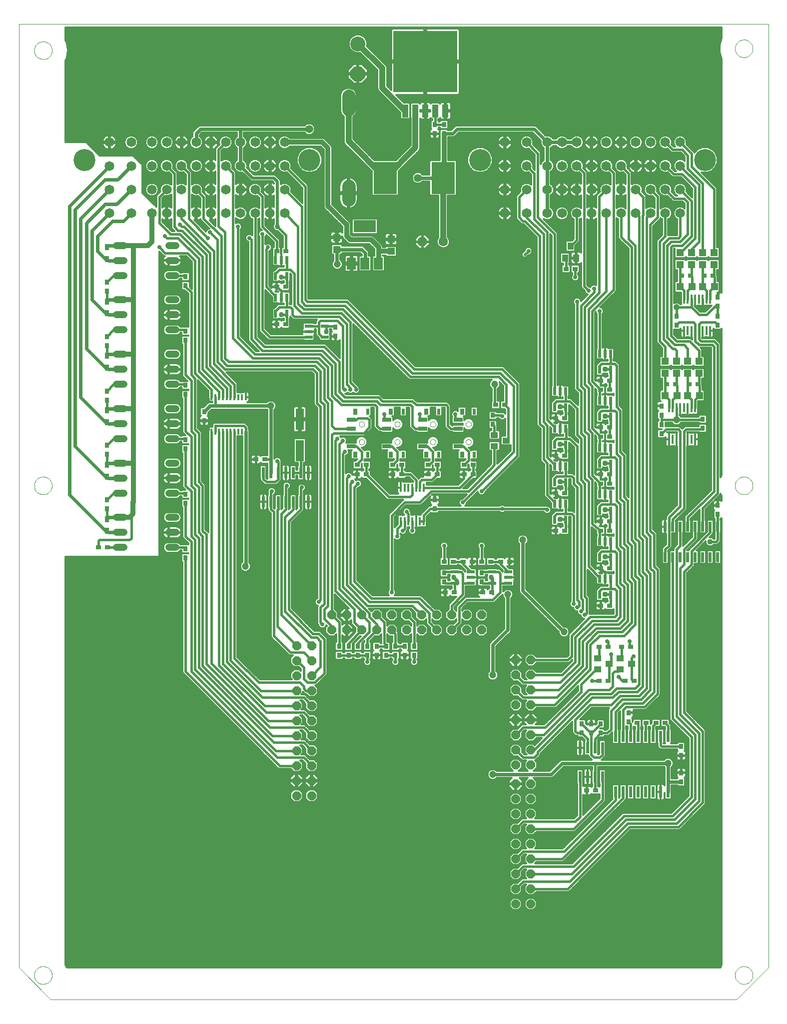
<source format=gtl>
G75*
G70*
%OFA0B0*%
%FSLAX24Y24*%
%IPPOS*%
%LPD*%
%AMOC8*
5,1,8,0,0,1.08239X$1,22.5*
%
%ADD10C,0.0000*%
%ADD11OC8,0.0591*%
%ADD12R,0.4252X0.4098*%
%ADD13R,0.0420X0.0850*%
%ADD14R,0.0315X0.0354*%
%ADD15R,0.1575X0.2126*%
%ADD16OC8,0.0630*%
%ADD17C,0.0630*%
%ADD18R,0.0210X0.0780*%
%ADD19R,0.0354X0.0315*%
%ADD20R,0.0394X0.0500*%
%ADD21R,0.0200X0.0780*%
%ADD22R,0.0590X0.0790*%
%ADD23R,0.1500X0.0790*%
%ADD24R,0.0512X0.0472*%
%ADD25C,0.0885*%
%ADD26C,0.1000*%
%ADD27OC8,0.1000*%
%ADD28C,0.0650*%
%ADD29C,0.1463*%
%ADD30R,0.0315X0.0394*%
%ADD31C,0.0480*%
%ADD32R,0.0120X0.0390*%
%ADD33R,0.0551X0.1400*%
%ADD34R,0.0500X0.0394*%
%ADD35R,0.0520X0.0220*%
%ADD36R,0.0220X0.0520*%
%ADD37R,0.0140X0.0630*%
%ADD38R,0.0472X0.0512*%
%ADD39R,0.0210X0.0670*%
%ADD40R,0.0140X0.0580*%
%ADD41R,0.0591X0.0276*%
%ADD42R,0.0236X0.0394*%
%ADD43C,0.0120*%
%ADD44OC8,0.0290*%
%ADD45C,0.0160*%
%ADD46C,0.0290*%
%ADD47C,0.0400*%
%ADD48C,0.0320*%
%ADD49C,0.0240*%
%ADD50C,0.0472*%
%ADD51C,0.0337*%
%ADD52C,0.0376*%
%ADD53C,0.0531*%
%ADD54C,0.0200*%
%ADD55C,0.0416*%
D10*
X000100Y002300D02*
X002225Y000175D01*
X047975Y000175D01*
X050100Y002300D01*
X050100Y065175D01*
X000100Y065175D01*
X000100Y002300D01*
X001134Y001800D02*
X001136Y001848D01*
X001142Y001896D01*
X001152Y001943D01*
X001165Y001989D01*
X001183Y002034D01*
X001203Y002078D01*
X001228Y002120D01*
X001256Y002159D01*
X001286Y002196D01*
X001320Y002230D01*
X001357Y002262D01*
X001395Y002291D01*
X001436Y002316D01*
X001479Y002338D01*
X001524Y002356D01*
X001570Y002370D01*
X001617Y002381D01*
X001665Y002388D01*
X001713Y002391D01*
X001761Y002390D01*
X001809Y002385D01*
X001857Y002376D01*
X001903Y002364D01*
X001948Y002347D01*
X001992Y002327D01*
X002034Y002304D01*
X002074Y002277D01*
X002112Y002247D01*
X002147Y002214D01*
X002179Y002178D01*
X002209Y002140D01*
X002235Y002099D01*
X002257Y002056D01*
X002277Y002012D01*
X002292Y001967D01*
X002304Y001920D01*
X002312Y001872D01*
X002316Y001824D01*
X002316Y001776D01*
X002312Y001728D01*
X002304Y001680D01*
X002292Y001633D01*
X002277Y001588D01*
X002257Y001544D01*
X002235Y001501D01*
X002209Y001460D01*
X002179Y001422D01*
X002147Y001386D01*
X002112Y001353D01*
X002074Y001323D01*
X002034Y001296D01*
X001992Y001273D01*
X001948Y001253D01*
X001903Y001236D01*
X001857Y001224D01*
X001809Y001215D01*
X001761Y001210D01*
X001713Y001209D01*
X001665Y001212D01*
X001617Y001219D01*
X001570Y001230D01*
X001524Y001244D01*
X001479Y001262D01*
X001436Y001284D01*
X001395Y001309D01*
X001357Y001338D01*
X001320Y001370D01*
X001286Y001404D01*
X001256Y001441D01*
X001228Y001480D01*
X001203Y001522D01*
X001183Y001566D01*
X001165Y001611D01*
X001152Y001657D01*
X001142Y001704D01*
X001136Y001752D01*
X001134Y001800D01*
X001134Y034425D02*
X001136Y034473D01*
X001142Y034521D01*
X001152Y034568D01*
X001165Y034614D01*
X001183Y034659D01*
X001203Y034703D01*
X001228Y034745D01*
X001256Y034784D01*
X001286Y034821D01*
X001320Y034855D01*
X001357Y034887D01*
X001395Y034916D01*
X001436Y034941D01*
X001479Y034963D01*
X001524Y034981D01*
X001570Y034995D01*
X001617Y035006D01*
X001665Y035013D01*
X001713Y035016D01*
X001761Y035015D01*
X001809Y035010D01*
X001857Y035001D01*
X001903Y034989D01*
X001948Y034972D01*
X001992Y034952D01*
X002034Y034929D01*
X002074Y034902D01*
X002112Y034872D01*
X002147Y034839D01*
X002179Y034803D01*
X002209Y034765D01*
X002235Y034724D01*
X002257Y034681D01*
X002277Y034637D01*
X002292Y034592D01*
X002304Y034545D01*
X002312Y034497D01*
X002316Y034449D01*
X002316Y034401D01*
X002312Y034353D01*
X002304Y034305D01*
X002292Y034258D01*
X002277Y034213D01*
X002257Y034169D01*
X002235Y034126D01*
X002209Y034085D01*
X002179Y034047D01*
X002147Y034011D01*
X002112Y033978D01*
X002074Y033948D01*
X002034Y033921D01*
X001992Y033898D01*
X001948Y033878D01*
X001903Y033861D01*
X001857Y033849D01*
X001809Y033840D01*
X001761Y033835D01*
X001713Y033834D01*
X001665Y033837D01*
X001617Y033844D01*
X001570Y033855D01*
X001524Y033869D01*
X001479Y033887D01*
X001436Y033909D01*
X001395Y033934D01*
X001357Y033963D01*
X001320Y033995D01*
X001286Y034029D01*
X001256Y034066D01*
X001228Y034105D01*
X001203Y034147D01*
X001183Y034191D01*
X001165Y034236D01*
X001152Y034282D01*
X001142Y034329D01*
X001136Y034377D01*
X001134Y034425D01*
X022798Y037334D02*
X022800Y037360D01*
X022806Y037386D01*
X022816Y037411D01*
X022829Y037434D01*
X022845Y037454D01*
X022865Y037472D01*
X022887Y037487D01*
X022910Y037499D01*
X022936Y037507D01*
X022962Y037511D01*
X022988Y037511D01*
X023014Y037507D01*
X023040Y037499D01*
X023064Y037487D01*
X023085Y037472D01*
X023105Y037454D01*
X023121Y037434D01*
X023134Y037411D01*
X023144Y037386D01*
X023150Y037360D01*
X023152Y037334D01*
X023150Y037308D01*
X023144Y037282D01*
X023134Y037257D01*
X023121Y037234D01*
X023105Y037214D01*
X023085Y037196D01*
X023063Y037181D01*
X023040Y037169D01*
X023014Y037161D01*
X022988Y037157D01*
X022962Y037157D01*
X022936Y037161D01*
X022910Y037169D01*
X022886Y037181D01*
X022865Y037196D01*
X022845Y037214D01*
X022829Y037234D01*
X022816Y037257D01*
X022806Y037282D01*
X022800Y037308D01*
X022798Y037334D01*
X022798Y038516D02*
X022800Y038542D01*
X022806Y038568D01*
X022816Y038593D01*
X022829Y038616D01*
X022845Y038636D01*
X022865Y038654D01*
X022887Y038669D01*
X022910Y038681D01*
X022936Y038689D01*
X022962Y038693D01*
X022988Y038693D01*
X023014Y038689D01*
X023040Y038681D01*
X023064Y038669D01*
X023085Y038654D01*
X023105Y038636D01*
X023121Y038616D01*
X023134Y038593D01*
X023144Y038568D01*
X023150Y038542D01*
X023152Y038516D01*
X023150Y038490D01*
X023144Y038464D01*
X023134Y038439D01*
X023121Y038416D01*
X023105Y038396D01*
X023085Y038378D01*
X023063Y038363D01*
X023040Y038351D01*
X023014Y038343D01*
X022988Y038339D01*
X022962Y038339D01*
X022936Y038343D01*
X022910Y038351D01*
X022886Y038363D01*
X022865Y038378D01*
X022845Y038396D01*
X022829Y038416D01*
X022816Y038439D01*
X022806Y038464D01*
X022800Y038490D01*
X022798Y038516D01*
X025173Y038516D02*
X025175Y038542D01*
X025181Y038568D01*
X025191Y038593D01*
X025204Y038616D01*
X025220Y038636D01*
X025240Y038654D01*
X025262Y038669D01*
X025285Y038681D01*
X025311Y038689D01*
X025337Y038693D01*
X025363Y038693D01*
X025389Y038689D01*
X025415Y038681D01*
X025439Y038669D01*
X025460Y038654D01*
X025480Y038636D01*
X025496Y038616D01*
X025509Y038593D01*
X025519Y038568D01*
X025525Y038542D01*
X025527Y038516D01*
X025525Y038490D01*
X025519Y038464D01*
X025509Y038439D01*
X025496Y038416D01*
X025480Y038396D01*
X025460Y038378D01*
X025438Y038363D01*
X025415Y038351D01*
X025389Y038343D01*
X025363Y038339D01*
X025337Y038339D01*
X025311Y038343D01*
X025285Y038351D01*
X025261Y038363D01*
X025240Y038378D01*
X025220Y038396D01*
X025204Y038416D01*
X025191Y038439D01*
X025181Y038464D01*
X025175Y038490D01*
X025173Y038516D01*
X025173Y037334D02*
X025175Y037360D01*
X025181Y037386D01*
X025191Y037411D01*
X025204Y037434D01*
X025220Y037454D01*
X025240Y037472D01*
X025262Y037487D01*
X025285Y037499D01*
X025311Y037507D01*
X025337Y037511D01*
X025363Y037511D01*
X025389Y037507D01*
X025415Y037499D01*
X025439Y037487D01*
X025460Y037472D01*
X025480Y037454D01*
X025496Y037434D01*
X025509Y037411D01*
X025519Y037386D01*
X025525Y037360D01*
X025527Y037334D01*
X025525Y037308D01*
X025519Y037282D01*
X025509Y037257D01*
X025496Y037234D01*
X025480Y037214D01*
X025460Y037196D01*
X025438Y037181D01*
X025415Y037169D01*
X025389Y037161D01*
X025363Y037157D01*
X025337Y037157D01*
X025311Y037161D01*
X025285Y037169D01*
X025261Y037181D01*
X025240Y037196D01*
X025220Y037214D01*
X025204Y037234D01*
X025191Y037257D01*
X025181Y037282D01*
X025175Y037308D01*
X025173Y037334D01*
X027548Y037334D02*
X027550Y037360D01*
X027556Y037386D01*
X027566Y037411D01*
X027579Y037434D01*
X027595Y037454D01*
X027615Y037472D01*
X027637Y037487D01*
X027660Y037499D01*
X027686Y037507D01*
X027712Y037511D01*
X027738Y037511D01*
X027764Y037507D01*
X027790Y037499D01*
X027814Y037487D01*
X027835Y037472D01*
X027855Y037454D01*
X027871Y037434D01*
X027884Y037411D01*
X027894Y037386D01*
X027900Y037360D01*
X027902Y037334D01*
X027900Y037308D01*
X027894Y037282D01*
X027884Y037257D01*
X027871Y037234D01*
X027855Y037214D01*
X027835Y037196D01*
X027813Y037181D01*
X027790Y037169D01*
X027764Y037161D01*
X027738Y037157D01*
X027712Y037157D01*
X027686Y037161D01*
X027660Y037169D01*
X027636Y037181D01*
X027615Y037196D01*
X027595Y037214D01*
X027579Y037234D01*
X027566Y037257D01*
X027556Y037282D01*
X027550Y037308D01*
X027548Y037334D01*
X027548Y038516D02*
X027550Y038542D01*
X027556Y038568D01*
X027566Y038593D01*
X027579Y038616D01*
X027595Y038636D01*
X027615Y038654D01*
X027637Y038669D01*
X027660Y038681D01*
X027686Y038689D01*
X027712Y038693D01*
X027738Y038693D01*
X027764Y038689D01*
X027790Y038681D01*
X027814Y038669D01*
X027835Y038654D01*
X027855Y038636D01*
X027871Y038616D01*
X027884Y038593D01*
X027894Y038568D01*
X027900Y038542D01*
X027902Y038516D01*
X027900Y038490D01*
X027894Y038464D01*
X027884Y038439D01*
X027871Y038416D01*
X027855Y038396D01*
X027835Y038378D01*
X027813Y038363D01*
X027790Y038351D01*
X027764Y038343D01*
X027738Y038339D01*
X027712Y038339D01*
X027686Y038343D01*
X027660Y038351D01*
X027636Y038363D01*
X027615Y038378D01*
X027595Y038396D01*
X027579Y038416D01*
X027566Y038439D01*
X027556Y038464D01*
X027550Y038490D01*
X027548Y038516D01*
X029923Y038516D02*
X029925Y038542D01*
X029931Y038568D01*
X029941Y038593D01*
X029954Y038616D01*
X029970Y038636D01*
X029990Y038654D01*
X030012Y038669D01*
X030035Y038681D01*
X030061Y038689D01*
X030087Y038693D01*
X030113Y038693D01*
X030139Y038689D01*
X030165Y038681D01*
X030189Y038669D01*
X030210Y038654D01*
X030230Y038636D01*
X030246Y038616D01*
X030259Y038593D01*
X030269Y038568D01*
X030275Y038542D01*
X030277Y038516D01*
X030275Y038490D01*
X030269Y038464D01*
X030259Y038439D01*
X030246Y038416D01*
X030230Y038396D01*
X030210Y038378D01*
X030188Y038363D01*
X030165Y038351D01*
X030139Y038343D01*
X030113Y038339D01*
X030087Y038339D01*
X030061Y038343D01*
X030035Y038351D01*
X030011Y038363D01*
X029990Y038378D01*
X029970Y038396D01*
X029954Y038416D01*
X029941Y038439D01*
X029931Y038464D01*
X029925Y038490D01*
X029923Y038516D01*
X029923Y037334D02*
X029925Y037360D01*
X029931Y037386D01*
X029941Y037411D01*
X029954Y037434D01*
X029970Y037454D01*
X029990Y037472D01*
X030012Y037487D01*
X030035Y037499D01*
X030061Y037507D01*
X030087Y037511D01*
X030113Y037511D01*
X030139Y037507D01*
X030165Y037499D01*
X030189Y037487D01*
X030210Y037472D01*
X030230Y037454D01*
X030246Y037434D01*
X030259Y037411D01*
X030269Y037386D01*
X030275Y037360D01*
X030277Y037334D01*
X030275Y037308D01*
X030269Y037282D01*
X030259Y037257D01*
X030246Y037234D01*
X030230Y037214D01*
X030210Y037196D01*
X030188Y037181D01*
X030165Y037169D01*
X030139Y037161D01*
X030113Y037157D01*
X030087Y037157D01*
X030061Y037161D01*
X030035Y037169D01*
X030011Y037181D01*
X029990Y037196D01*
X029970Y037214D01*
X029954Y037234D01*
X029941Y037257D01*
X029931Y037282D01*
X029925Y037308D01*
X029923Y037334D01*
X047884Y034425D02*
X047886Y034473D01*
X047892Y034521D01*
X047902Y034568D01*
X047915Y034614D01*
X047933Y034659D01*
X047953Y034703D01*
X047978Y034745D01*
X048006Y034784D01*
X048036Y034821D01*
X048070Y034855D01*
X048107Y034887D01*
X048145Y034916D01*
X048186Y034941D01*
X048229Y034963D01*
X048274Y034981D01*
X048320Y034995D01*
X048367Y035006D01*
X048415Y035013D01*
X048463Y035016D01*
X048511Y035015D01*
X048559Y035010D01*
X048607Y035001D01*
X048653Y034989D01*
X048698Y034972D01*
X048742Y034952D01*
X048784Y034929D01*
X048824Y034902D01*
X048862Y034872D01*
X048897Y034839D01*
X048929Y034803D01*
X048959Y034765D01*
X048985Y034724D01*
X049007Y034681D01*
X049027Y034637D01*
X049042Y034592D01*
X049054Y034545D01*
X049062Y034497D01*
X049066Y034449D01*
X049066Y034401D01*
X049062Y034353D01*
X049054Y034305D01*
X049042Y034258D01*
X049027Y034213D01*
X049007Y034169D01*
X048985Y034126D01*
X048959Y034085D01*
X048929Y034047D01*
X048897Y034011D01*
X048862Y033978D01*
X048824Y033948D01*
X048784Y033921D01*
X048742Y033898D01*
X048698Y033878D01*
X048653Y033861D01*
X048607Y033849D01*
X048559Y033840D01*
X048511Y033835D01*
X048463Y033834D01*
X048415Y033837D01*
X048367Y033844D01*
X048320Y033855D01*
X048274Y033869D01*
X048229Y033887D01*
X048186Y033909D01*
X048145Y033934D01*
X048107Y033963D01*
X048070Y033995D01*
X048036Y034029D01*
X048006Y034066D01*
X047978Y034105D01*
X047953Y034147D01*
X047933Y034191D01*
X047915Y034236D01*
X047902Y034282D01*
X047892Y034329D01*
X047886Y034377D01*
X047884Y034425D01*
X047884Y063550D02*
X047886Y063598D01*
X047892Y063646D01*
X047902Y063693D01*
X047915Y063739D01*
X047933Y063784D01*
X047953Y063828D01*
X047978Y063870D01*
X048006Y063909D01*
X048036Y063946D01*
X048070Y063980D01*
X048107Y064012D01*
X048145Y064041D01*
X048186Y064066D01*
X048229Y064088D01*
X048274Y064106D01*
X048320Y064120D01*
X048367Y064131D01*
X048415Y064138D01*
X048463Y064141D01*
X048511Y064140D01*
X048559Y064135D01*
X048607Y064126D01*
X048653Y064114D01*
X048698Y064097D01*
X048742Y064077D01*
X048784Y064054D01*
X048824Y064027D01*
X048862Y063997D01*
X048897Y063964D01*
X048929Y063928D01*
X048959Y063890D01*
X048985Y063849D01*
X049007Y063806D01*
X049027Y063762D01*
X049042Y063717D01*
X049054Y063670D01*
X049062Y063622D01*
X049066Y063574D01*
X049066Y063526D01*
X049062Y063478D01*
X049054Y063430D01*
X049042Y063383D01*
X049027Y063338D01*
X049007Y063294D01*
X048985Y063251D01*
X048959Y063210D01*
X048929Y063172D01*
X048897Y063136D01*
X048862Y063103D01*
X048824Y063073D01*
X048784Y063046D01*
X048742Y063023D01*
X048698Y063003D01*
X048653Y062986D01*
X048607Y062974D01*
X048559Y062965D01*
X048511Y062960D01*
X048463Y062959D01*
X048415Y062962D01*
X048367Y062969D01*
X048320Y062980D01*
X048274Y062994D01*
X048229Y063012D01*
X048186Y063034D01*
X048145Y063059D01*
X048107Y063088D01*
X048070Y063120D01*
X048036Y063154D01*
X048006Y063191D01*
X047978Y063230D01*
X047953Y063272D01*
X047933Y063316D01*
X047915Y063361D01*
X047902Y063407D01*
X047892Y063454D01*
X047886Y063502D01*
X047884Y063550D01*
X001134Y063425D02*
X001136Y063473D01*
X001142Y063521D01*
X001152Y063568D01*
X001165Y063614D01*
X001183Y063659D01*
X001203Y063703D01*
X001228Y063745D01*
X001256Y063784D01*
X001286Y063821D01*
X001320Y063855D01*
X001357Y063887D01*
X001395Y063916D01*
X001436Y063941D01*
X001479Y063963D01*
X001524Y063981D01*
X001570Y063995D01*
X001617Y064006D01*
X001665Y064013D01*
X001713Y064016D01*
X001761Y064015D01*
X001809Y064010D01*
X001857Y064001D01*
X001903Y063989D01*
X001948Y063972D01*
X001992Y063952D01*
X002034Y063929D01*
X002074Y063902D01*
X002112Y063872D01*
X002147Y063839D01*
X002179Y063803D01*
X002209Y063765D01*
X002235Y063724D01*
X002257Y063681D01*
X002277Y063637D01*
X002292Y063592D01*
X002304Y063545D01*
X002312Y063497D01*
X002316Y063449D01*
X002316Y063401D01*
X002312Y063353D01*
X002304Y063305D01*
X002292Y063258D01*
X002277Y063213D01*
X002257Y063169D01*
X002235Y063126D01*
X002209Y063085D01*
X002179Y063047D01*
X002147Y063011D01*
X002112Y062978D01*
X002074Y062948D01*
X002034Y062921D01*
X001992Y062898D01*
X001948Y062878D01*
X001903Y062861D01*
X001857Y062849D01*
X001809Y062840D01*
X001761Y062835D01*
X001713Y062834D01*
X001665Y062837D01*
X001617Y062844D01*
X001570Y062855D01*
X001524Y062869D01*
X001479Y062887D01*
X001436Y062909D01*
X001395Y062934D01*
X001357Y062963D01*
X001320Y062995D01*
X001286Y063029D01*
X001256Y063066D01*
X001228Y063105D01*
X001203Y063147D01*
X001183Y063191D01*
X001165Y063236D01*
X001152Y063282D01*
X001142Y063329D01*
X001136Y063377D01*
X001134Y063425D01*
X047884Y001800D02*
X047886Y001848D01*
X047892Y001896D01*
X047902Y001943D01*
X047915Y001989D01*
X047933Y002034D01*
X047953Y002078D01*
X047978Y002120D01*
X048006Y002159D01*
X048036Y002196D01*
X048070Y002230D01*
X048107Y002262D01*
X048145Y002291D01*
X048186Y002316D01*
X048229Y002338D01*
X048274Y002356D01*
X048320Y002370D01*
X048367Y002381D01*
X048415Y002388D01*
X048463Y002391D01*
X048511Y002390D01*
X048559Y002385D01*
X048607Y002376D01*
X048653Y002364D01*
X048698Y002347D01*
X048742Y002327D01*
X048784Y002304D01*
X048824Y002277D01*
X048862Y002247D01*
X048897Y002214D01*
X048929Y002178D01*
X048959Y002140D01*
X048985Y002099D01*
X049007Y002056D01*
X049027Y002012D01*
X049042Y001967D01*
X049054Y001920D01*
X049062Y001872D01*
X049066Y001824D01*
X049066Y001776D01*
X049062Y001728D01*
X049054Y001680D01*
X049042Y001633D01*
X049027Y001588D01*
X049007Y001544D01*
X048985Y001501D01*
X048959Y001460D01*
X048929Y001422D01*
X048897Y001386D01*
X048862Y001353D01*
X048824Y001323D01*
X048784Y001296D01*
X048742Y001273D01*
X048698Y001253D01*
X048653Y001236D01*
X048607Y001224D01*
X048559Y001215D01*
X048511Y001210D01*
X048463Y001209D01*
X048415Y001212D01*
X048367Y001219D01*
X048320Y001230D01*
X048274Y001244D01*
X048229Y001262D01*
X048186Y001284D01*
X048145Y001309D01*
X048107Y001338D01*
X048070Y001370D01*
X048036Y001404D01*
X048006Y001441D01*
X047978Y001480D01*
X047953Y001522D01*
X047933Y001566D01*
X047915Y001611D01*
X047902Y001657D01*
X047892Y001704D01*
X047886Y001752D01*
X047884Y001800D01*
D11*
X034250Y006550D03*
X034250Y007550D03*
X034250Y008550D03*
X034250Y009550D03*
X034250Y010550D03*
X034250Y011550D03*
X034250Y012550D03*
X034250Y013550D03*
X034250Y014550D03*
X033250Y014550D03*
X033250Y013550D03*
X033250Y012550D03*
X033250Y011550D03*
X033250Y010550D03*
X033250Y009550D03*
X033250Y008550D03*
X033250Y007550D03*
X033250Y006550D03*
X033252Y015806D03*
X033252Y016806D03*
X034252Y016806D03*
X034252Y015806D03*
X034252Y017806D03*
X034252Y018806D03*
X034252Y019806D03*
X034252Y020806D03*
X034252Y021806D03*
X034252Y022806D03*
X033252Y022806D03*
X033252Y021806D03*
X033252Y020806D03*
X033252Y019806D03*
X033252Y018806D03*
X033252Y017806D03*
X030975Y024800D03*
X030975Y025800D03*
X029975Y025800D03*
X029975Y024800D03*
X028975Y024800D03*
X028975Y025800D03*
X027975Y025800D03*
X027975Y024800D03*
X026975Y024800D03*
X026975Y025800D03*
X025975Y025800D03*
X025975Y024800D03*
X024975Y024800D03*
X024975Y025800D03*
X023975Y025800D03*
X023975Y024800D03*
X022975Y024800D03*
X022975Y025800D03*
X021975Y025800D03*
X021975Y024800D03*
X020975Y024800D03*
X020975Y025800D03*
X019638Y023763D03*
X019638Y022763D03*
X019638Y021763D03*
X019638Y020763D03*
X019638Y019763D03*
X019638Y018763D03*
X019638Y017763D03*
X019638Y016763D03*
X019638Y015763D03*
X019638Y014763D03*
X019638Y013763D03*
X018638Y013763D03*
X018638Y014763D03*
X018638Y015763D03*
X018638Y016763D03*
X018638Y017763D03*
X018638Y018763D03*
X018638Y019763D03*
X018638Y020763D03*
X018638Y021763D03*
X018638Y022763D03*
X018638Y023763D03*
D12*
X027225Y062675D03*
D13*
X027225Y059395D03*
X027895Y059395D03*
X028565Y059395D03*
X026555Y059395D03*
X025885Y059395D03*
D14*
X027850Y058475D03*
X027850Y057875D03*
X028475Y057875D03*
X028475Y058475D03*
X021225Y044975D03*
X021225Y044375D03*
X027850Y033475D03*
X027850Y032875D03*
X028475Y028600D03*
X028475Y028000D03*
X030975Y028000D03*
X030975Y028600D03*
X026475Y023725D03*
X026475Y023125D03*
X025850Y023125D03*
X025850Y023725D03*
X025225Y023725D03*
X025225Y023125D03*
X024600Y023125D03*
X024600Y023725D03*
X023975Y023725D03*
X023975Y023125D03*
X023350Y023125D03*
X023350Y023725D03*
X022725Y023725D03*
X022725Y023125D03*
X022100Y023125D03*
X022100Y023725D03*
X021475Y023725D03*
X021475Y023125D03*
X011225Y029625D03*
X011225Y030225D03*
X011225Y033250D03*
X011225Y033850D03*
X011225Y036875D03*
X011225Y037475D03*
X012475Y038750D03*
X012475Y039350D03*
X011225Y040500D03*
X011225Y041100D03*
X011225Y044125D03*
X011225Y044725D03*
X011225Y047750D03*
X011225Y048350D03*
X005975Y047975D03*
X005975Y047375D03*
X005975Y044350D03*
X005975Y043750D03*
X005975Y040725D03*
X005975Y040125D03*
X005975Y037100D03*
X005975Y036500D03*
X005975Y033475D03*
X005975Y032875D03*
X031725Y038500D03*
X031725Y039100D03*
X042975Y039125D03*
X042975Y039725D03*
X042975Y038475D03*
X042975Y037875D03*
X045725Y038250D03*
X045725Y038850D03*
X046725Y033100D03*
X046725Y032500D03*
X046725Y045125D03*
X046725Y045725D03*
X046725Y046375D03*
X046725Y046975D03*
X043975Y045725D03*
X043975Y045125D03*
X040788Y019288D03*
X040788Y018688D03*
X038913Y018538D03*
X038913Y017938D03*
X038288Y017938D03*
X038288Y018538D03*
X037663Y018538D03*
X037663Y017938D03*
X044288Y017038D03*
X044288Y016438D03*
X044288Y015288D03*
X044288Y014688D03*
D15*
X028404Y054925D03*
X024546Y054925D03*
D16*
X027025Y050675D03*
D17*
X028425Y050675D03*
D18*
X039913Y017713D03*
X040413Y017713D03*
X040913Y017713D03*
X041413Y017713D03*
X041913Y017713D03*
X042413Y017713D03*
X042913Y017713D03*
X043413Y017713D03*
X043413Y014013D03*
X042913Y014013D03*
X042413Y014013D03*
X041913Y014013D03*
X041413Y014013D03*
X040913Y014013D03*
X040413Y014013D03*
X039913Y014013D03*
X039038Y015018D03*
X038538Y015018D03*
X038038Y015018D03*
X037538Y015018D03*
X037538Y016958D03*
X038038Y016958D03*
X038538Y016958D03*
X039038Y016958D03*
D19*
X038588Y014113D03*
X037988Y014113D03*
X041363Y018613D03*
X041963Y018613D03*
X042613Y018613D03*
X043213Y018613D03*
X041150Y021425D03*
X040550Y021425D03*
X039400Y021425D03*
X038800Y021425D03*
X038800Y023675D03*
X039400Y023675D03*
X040300Y023675D03*
X040900Y023675D03*
X039525Y026425D03*
X038925Y026425D03*
X038925Y028925D03*
X039525Y028925D03*
X039525Y031425D03*
X038925Y031425D03*
X038925Y032050D03*
X039525Y032050D03*
X039525Y034550D03*
X038925Y034550D03*
X038925Y035175D03*
X039525Y035175D03*
X039525Y037675D03*
X038925Y037675D03*
X038925Y038300D03*
X039525Y038300D03*
X039525Y040800D03*
X038925Y040800D03*
X038925Y041425D03*
X039525Y041425D03*
X036525Y038925D03*
X035925Y038925D03*
X035925Y036425D03*
X036525Y036425D03*
X036525Y033925D03*
X035925Y033925D03*
X035925Y031425D03*
X036525Y031425D03*
X032838Y029363D03*
X032238Y029363D03*
X031588Y029363D03*
X030988Y029363D03*
X030338Y029363D03*
X029738Y029363D03*
X029088Y029363D03*
X028488Y029363D03*
X028550Y027300D03*
X029150Y027300D03*
X031050Y027300D03*
X031650Y027300D03*
X030400Y035175D03*
X029800Y035175D03*
X029800Y035800D03*
X030400Y035800D03*
X028025Y035800D03*
X027425Y035800D03*
X027425Y035175D03*
X028025Y035175D03*
X025650Y035175D03*
X025650Y035800D03*
X025050Y035800D03*
X025050Y035175D03*
X023275Y035175D03*
X022675Y035175D03*
X022675Y035800D03*
X023275Y035800D03*
X016525Y036175D03*
X015925Y036175D03*
X017300Y045175D03*
X017900Y045175D03*
X017900Y047675D03*
X017300Y047675D03*
X017300Y050050D03*
X017900Y050050D03*
X031925Y039800D03*
X032525Y039800D03*
X036613Y048863D03*
X037213Y048863D03*
X043300Y041175D03*
X043900Y041175D03*
X044800Y041175D03*
X045400Y041175D03*
X045800Y048425D03*
X046400Y048425D03*
X044900Y048425D03*
X044300Y048425D03*
X006025Y030300D03*
X005425Y030300D03*
D20*
X036538Y049594D03*
X037287Y049594D03*
X036913Y050381D03*
D21*
X019413Y035283D03*
X018913Y035283D03*
X018413Y035283D03*
X017913Y035283D03*
X017413Y035283D03*
X016913Y035283D03*
X016413Y035283D03*
X016413Y033343D03*
X016913Y033343D03*
X017413Y033343D03*
X017913Y033343D03*
X018413Y033343D03*
X018913Y033343D03*
X019413Y033343D03*
D22*
X022298Y049223D03*
X023198Y049223D03*
X024098Y049223D03*
D23*
X023188Y051703D03*
D24*
X024938Y050838D03*
X024938Y050038D03*
X021313Y050163D03*
X021313Y050963D03*
X043225Y042700D03*
X043975Y042700D03*
X043975Y041900D03*
X043225Y041900D03*
X044725Y041900D03*
X045475Y041900D03*
X045475Y042700D03*
X044725Y042700D03*
X044975Y049150D03*
X044225Y049150D03*
X044225Y049950D03*
X044975Y049950D03*
X045725Y049950D03*
X046475Y049950D03*
X046475Y049150D03*
X045725Y049150D03*
D25*
X022100Y053483D02*
X022100Y054368D01*
X022100Y059483D02*
X022100Y060368D01*
D26*
X022725Y063863D03*
D27*
X022725Y061863D03*
D28*
X017842Y057300D03*
X016858Y057300D03*
X015874Y057300D03*
X014889Y057300D03*
X013905Y057300D03*
X012921Y057300D03*
X011937Y057300D03*
X010952Y057300D03*
X009968Y057300D03*
X008984Y057300D03*
X007606Y057300D03*
X007606Y055725D03*
X008984Y055725D03*
X009968Y055725D03*
X010952Y055725D03*
X011937Y055725D03*
X012921Y055725D03*
X013905Y055725D03*
X014889Y055725D03*
X015874Y055725D03*
X016858Y055725D03*
X017842Y055725D03*
X017842Y054150D03*
X016858Y054150D03*
X015874Y054150D03*
X014889Y054150D03*
X013905Y054150D03*
X012921Y054150D03*
X011937Y054150D03*
X010952Y054150D03*
X009968Y054150D03*
X008984Y054150D03*
X007606Y054150D03*
X007606Y052576D03*
X008984Y052576D03*
X009968Y052576D03*
X010952Y052576D03*
X011937Y052576D03*
X012921Y052576D03*
X013905Y052576D03*
X014889Y052576D03*
X015874Y052576D03*
X016858Y052576D03*
X017842Y052576D03*
X006149Y052576D03*
X006149Y054150D03*
X006149Y055725D03*
X006149Y057300D03*
X032524Y057300D03*
X032524Y055725D03*
X033981Y055725D03*
X033981Y057300D03*
X035359Y057300D03*
X036343Y057300D03*
X037327Y057300D03*
X038312Y057300D03*
X039296Y057300D03*
X040280Y057300D03*
X041264Y057300D03*
X042249Y057300D03*
X043233Y057300D03*
X044217Y057300D03*
X044217Y055725D03*
X043233Y055725D03*
X042249Y055725D03*
X041264Y055725D03*
X040280Y055725D03*
X039296Y055725D03*
X038312Y055725D03*
X037327Y055725D03*
X036343Y055725D03*
X035359Y055725D03*
X035359Y054150D03*
X036343Y054150D03*
X037327Y054150D03*
X038312Y054150D03*
X039296Y054150D03*
X040280Y054150D03*
X041264Y054150D03*
X042249Y054150D03*
X043233Y054150D03*
X044217Y054150D03*
X044217Y052576D03*
X043233Y052576D03*
X042249Y052576D03*
X041264Y052576D03*
X040280Y052576D03*
X039296Y052576D03*
X038312Y052576D03*
X037327Y052576D03*
X036343Y052576D03*
X035359Y052576D03*
X033981Y052576D03*
X033981Y054150D03*
X032524Y054150D03*
X032524Y052576D03*
D29*
X030871Y056119D03*
X019496Y056119D03*
X004496Y056119D03*
X045871Y056119D03*
D30*
X029667Y039362D03*
X027292Y039362D03*
X024917Y039362D03*
X022542Y039362D03*
X022542Y036488D03*
X024917Y036488D03*
X027292Y036488D03*
X029667Y036488D03*
X005975Y035819D03*
X005975Y035031D03*
X005975Y032194D03*
X005975Y031406D03*
X005975Y038656D03*
X005975Y039444D03*
X005975Y042281D03*
X005975Y043069D03*
X005975Y045906D03*
X005975Y046694D03*
X005975Y049531D03*
X005975Y050319D03*
D31*
X006620Y050425D02*
X007100Y050425D01*
X007100Y049425D02*
X006620Y049425D01*
X006620Y048425D02*
X007100Y048425D01*
X007100Y046800D02*
X006620Y046800D01*
X006620Y045800D02*
X007100Y045800D01*
X007100Y044800D02*
X006620Y044800D01*
X006620Y043175D02*
X007100Y043175D01*
X007100Y042175D02*
X006620Y042175D01*
X006620Y041175D02*
X007100Y041175D01*
X007100Y039550D02*
X006620Y039550D01*
X006620Y038550D02*
X007100Y038550D01*
X007100Y037550D02*
X006620Y037550D01*
X006620Y035925D02*
X007100Y035925D01*
X007100Y034925D02*
X006620Y034925D01*
X006620Y033925D02*
X007100Y033925D01*
X007100Y032300D02*
X006620Y032300D01*
X006620Y031300D02*
X007100Y031300D01*
X007100Y030300D02*
X006620Y030300D01*
X010100Y030300D02*
X010580Y030300D01*
X010580Y031300D02*
X010100Y031300D01*
X010100Y032300D02*
X010580Y032300D01*
X010580Y033925D02*
X010100Y033925D01*
X010100Y034925D02*
X010580Y034925D01*
X010580Y035925D02*
X010100Y035925D01*
X010100Y037550D02*
X010580Y037550D01*
X010580Y038550D02*
X010100Y038550D01*
X010100Y039550D02*
X010580Y039550D01*
X010580Y041175D02*
X010100Y041175D01*
X010100Y042175D02*
X010580Y042175D01*
X010580Y043175D02*
X010100Y043175D01*
X010100Y044800D02*
X010580Y044800D01*
X010580Y045800D02*
X010100Y045800D01*
X010100Y046800D02*
X010580Y046800D01*
X010580Y048425D02*
X010100Y048425D01*
X010100Y049425D02*
X010580Y049425D01*
X010580Y050425D02*
X010100Y050425D01*
D32*
X012948Y040324D03*
X013204Y040324D03*
X013460Y040324D03*
X013716Y040324D03*
X013972Y040324D03*
X014228Y040324D03*
X014484Y040324D03*
X014740Y040324D03*
X014996Y040324D03*
X015252Y040324D03*
X015252Y038026D03*
X014996Y038026D03*
X014740Y038026D03*
X014484Y038026D03*
X014228Y038026D03*
X013972Y038026D03*
X013716Y038026D03*
X013460Y038026D03*
X013204Y038026D03*
X012948Y038026D03*
D33*
X018850Y038845D03*
X018850Y036755D03*
D34*
X031831Y037051D03*
X031831Y037799D03*
X032619Y037425D03*
X038706Y022924D03*
X039494Y022550D03*
X038706Y022176D03*
X040206Y022176D03*
X040994Y022550D03*
X040206Y022924D03*
D35*
X032765Y027930D03*
X032765Y028300D03*
X032765Y028670D03*
X031685Y028670D03*
X031685Y027930D03*
X030265Y027930D03*
X030265Y028300D03*
X030265Y028670D03*
X029185Y028670D03*
X029185Y027930D03*
X020515Y044305D03*
X020515Y045045D03*
X019435Y045045D03*
X019435Y044675D03*
X019435Y044305D03*
D36*
X017970Y045885D03*
X017230Y045885D03*
X017230Y046965D03*
X017600Y046965D03*
X017970Y046965D03*
X017970Y048385D03*
X017230Y048385D03*
X017230Y049465D03*
X017600Y049465D03*
X017970Y049465D03*
X035855Y040715D03*
X036225Y040715D03*
X036595Y040715D03*
X036595Y039635D03*
X035855Y039635D03*
X035855Y038215D03*
X036225Y038215D03*
X036595Y038215D03*
X036595Y037135D03*
X035855Y037135D03*
X035855Y035715D03*
X036225Y035715D03*
X036595Y035715D03*
X036595Y034635D03*
X035855Y034635D03*
X035855Y033215D03*
X036225Y033215D03*
X036595Y033215D03*
X036595Y032135D03*
X035855Y032135D03*
X038855Y032760D03*
X039595Y032760D03*
X039595Y033840D03*
X039225Y033840D03*
X038855Y033840D03*
X038855Y035885D03*
X039595Y035885D03*
X039595Y036965D03*
X039225Y036965D03*
X038855Y036965D03*
X038855Y039010D03*
X039595Y039010D03*
X039595Y040090D03*
X039225Y040090D03*
X038855Y040090D03*
X038855Y042135D03*
X039595Y042135D03*
X039595Y043215D03*
X039225Y043215D03*
X038855Y043215D03*
X038855Y030715D03*
X039225Y030715D03*
X039595Y030715D03*
X039595Y029635D03*
X038855Y029635D03*
X038855Y028215D03*
X039225Y028215D03*
X039595Y028215D03*
X039595Y027135D03*
X038855Y027135D03*
D37*
X043470Y037500D03*
X043730Y037500D03*
X043970Y037500D03*
X044230Y037500D03*
X044470Y037500D03*
X044730Y037500D03*
X044970Y037500D03*
X045230Y037500D03*
X045230Y039600D03*
X044970Y039600D03*
X044730Y039600D03*
X044470Y039600D03*
X044230Y039600D03*
X043970Y039600D03*
X043730Y039600D03*
X043470Y039600D03*
X044470Y044750D03*
X044730Y044750D03*
X044970Y044750D03*
X045230Y044750D03*
X045470Y044750D03*
X045730Y044750D03*
X045970Y044750D03*
X046230Y044750D03*
X046230Y046850D03*
X045970Y046850D03*
X045730Y046850D03*
X045470Y046850D03*
X045230Y046850D03*
X044970Y046850D03*
X044730Y046850D03*
X044470Y046850D03*
D38*
X044200Y047675D03*
X045000Y047675D03*
X045700Y047675D03*
X046500Y047675D03*
X045500Y040425D03*
X044700Y040425D03*
X044000Y040425D03*
X043200Y040425D03*
D39*
X043225Y031695D03*
X043725Y031695D03*
X044225Y031695D03*
X044725Y031695D03*
X045225Y031695D03*
X045725Y031695D03*
X046225Y031695D03*
X046725Y031695D03*
X046725Y029655D03*
X046225Y029655D03*
X045725Y029655D03*
X045225Y029655D03*
X044725Y029655D03*
X044225Y029655D03*
X043725Y029655D03*
X043225Y029655D03*
D40*
X027120Y032065D03*
X026860Y032065D03*
X026610Y032065D03*
X026350Y032065D03*
X026090Y032065D03*
X025840Y032065D03*
X025580Y032065D03*
X025580Y034285D03*
X025840Y034285D03*
X026090Y034285D03*
X026350Y034285D03*
X026610Y034285D03*
X026860Y034285D03*
X027120Y034285D03*
D41*
X027036Y037039D03*
X027036Y038220D03*
X027036Y038811D03*
X024661Y038811D03*
X024661Y038220D03*
X024661Y037039D03*
X022286Y037039D03*
X022286Y038220D03*
X022286Y038811D03*
X029411Y038811D03*
X029411Y038220D03*
X029411Y037039D03*
D42*
X030494Y036488D03*
X028119Y036488D03*
X025744Y036488D03*
X023369Y036488D03*
X023369Y039362D03*
X025744Y039362D03*
X028119Y039362D03*
X030494Y039362D03*
D43*
X030732Y039399D02*
X032544Y039399D01*
X032544Y039498D02*
X032544Y039231D01*
X032500Y039275D01*
X032403Y039315D01*
X032297Y039315D01*
X032261Y039300D01*
X032002Y039300D01*
X032002Y039327D01*
X031932Y039397D01*
X031518Y039397D01*
X031448Y039327D01*
X031448Y038873D01*
X031518Y038803D01*
X031932Y038803D01*
X032002Y038873D01*
X032002Y038900D01*
X032125Y038900D01*
X032125Y038900D01*
X032200Y038825D01*
X032297Y038785D01*
X032403Y038785D01*
X032500Y038825D01*
X032544Y038869D01*
X032544Y037742D01*
X032319Y037742D01*
X032249Y037672D01*
X032249Y037178D01*
X032319Y037108D01*
X032900Y037108D01*
X032900Y036758D01*
X032031Y035889D01*
X032031Y036734D01*
X032131Y036734D01*
X032201Y036804D01*
X032201Y037298D01*
X032131Y037368D01*
X031532Y037368D01*
X031461Y037298D01*
X031461Y036804D01*
X031532Y036734D01*
X031631Y036734D01*
X031631Y035889D01*
X031566Y035824D01*
X031508Y035766D01*
X031450Y035708D01*
X031450Y035707D01*
X030016Y034250D01*
X029758Y034250D01*
X030405Y034898D01*
X030627Y034898D01*
X030697Y034968D01*
X030697Y035382D01*
X030627Y035452D01*
X030600Y035452D01*
X030600Y035523D01*
X030627Y035523D01*
X030697Y035593D01*
X030697Y036007D01*
X030627Y036077D01*
X030300Y036077D01*
X030300Y036197D01*
X030326Y036171D01*
X030662Y036171D01*
X030732Y036241D01*
X030732Y036735D01*
X030662Y036805D01*
X030326Y036805D01*
X030289Y036768D01*
X030111Y036947D01*
X030177Y036947D01*
X030319Y037006D01*
X030428Y037115D01*
X030487Y037257D01*
X030487Y037411D01*
X030428Y037554D01*
X030319Y037663D01*
X030177Y037722D01*
X030023Y037722D01*
X029881Y037663D01*
X029772Y037554D01*
X029713Y037411D01*
X029713Y037297D01*
X029066Y037297D01*
X028996Y037227D01*
X028996Y036852D01*
X029066Y036781D01*
X029436Y036781D01*
X029389Y036735D01*
X029389Y036241D01*
X029460Y036171D01*
X029874Y036171D01*
X029900Y036197D01*
X029900Y036183D01*
X029795Y036077D01*
X029573Y036077D01*
X029503Y036007D01*
X029503Y035593D01*
X029573Y035523D01*
X030027Y035523D01*
X030097Y035593D01*
X030097Y035814D01*
X030103Y035820D01*
X030103Y035593D01*
X030173Y035523D01*
X030200Y035523D01*
X030200Y035452D01*
X030173Y035452D01*
X030122Y035401D01*
X030105Y035431D01*
X030075Y035461D01*
X030039Y035482D01*
X029998Y035492D01*
X029819Y035492D01*
X029819Y035194D01*
X029781Y035194D01*
X029781Y035492D01*
X029602Y035492D01*
X029561Y035482D01*
X029525Y035461D01*
X029495Y035431D01*
X029474Y035394D01*
X029463Y035354D01*
X029463Y035194D01*
X029781Y035194D01*
X029781Y035156D01*
X029819Y035156D01*
X029819Y034877D01*
X029427Y034485D01*
X027310Y034485D01*
X027310Y034600D01*
X027733Y034600D01*
X028030Y034898D01*
X028252Y034898D01*
X028322Y034968D01*
X028322Y035382D01*
X028252Y035452D01*
X028225Y035452D01*
X028225Y035523D01*
X028252Y035523D01*
X028322Y035593D01*
X028322Y036007D01*
X028252Y036077D01*
X027925Y036077D01*
X027925Y036197D01*
X027951Y036171D01*
X028287Y036171D01*
X028357Y036241D01*
X028357Y036735D01*
X028287Y036805D01*
X027951Y036805D01*
X027914Y036768D01*
X027736Y036947D01*
X027802Y036947D01*
X027944Y037006D01*
X028053Y037115D01*
X028112Y037257D01*
X028112Y037411D01*
X028053Y037554D01*
X027944Y037663D01*
X027802Y037722D01*
X027648Y037722D01*
X027506Y037663D01*
X027397Y037554D01*
X027338Y037411D01*
X027338Y037297D01*
X026691Y037297D01*
X026621Y037227D01*
X026621Y036852D01*
X026691Y036781D01*
X027061Y036781D01*
X027014Y036735D01*
X027014Y036241D01*
X027085Y036171D01*
X027499Y036171D01*
X027525Y036197D01*
X027525Y036133D01*
X027470Y036077D01*
X027198Y036077D01*
X027128Y036007D01*
X027128Y035593D01*
X027198Y035523D01*
X027652Y035523D01*
X027722Y035593D01*
X027722Y035764D01*
X027728Y035770D01*
X027728Y035593D01*
X027798Y035523D01*
X027825Y035523D01*
X027825Y035452D01*
X027798Y035452D01*
X027747Y035401D01*
X027730Y035431D01*
X027700Y035461D01*
X027664Y035482D01*
X027623Y035492D01*
X027444Y035492D01*
X027444Y035194D01*
X027406Y035194D01*
X027406Y035492D01*
X027227Y035492D01*
X027186Y035482D01*
X027150Y035461D01*
X027120Y035431D01*
X027099Y035394D01*
X027088Y035354D01*
X027088Y035194D01*
X027406Y035194D01*
X027406Y035156D01*
X027088Y035156D01*
X027088Y035000D01*
X026892Y035000D01*
X026788Y034895D01*
X026425Y035258D01*
X026308Y035375D01*
X025947Y035375D01*
X025947Y035382D01*
X025877Y035452D01*
X025850Y035452D01*
X025850Y035523D01*
X025877Y035523D01*
X025947Y035593D01*
X025947Y036007D01*
X025877Y036077D01*
X025550Y036077D01*
X025550Y036197D01*
X025576Y036171D01*
X025912Y036171D01*
X025982Y036241D01*
X025982Y036735D01*
X025912Y036805D01*
X025576Y036805D01*
X025539Y036768D01*
X025361Y036947D01*
X025427Y036947D01*
X025569Y037006D01*
X025678Y037115D01*
X025737Y037257D01*
X025737Y037411D01*
X025678Y037554D01*
X025569Y037663D01*
X025427Y037722D01*
X025273Y037722D01*
X025131Y037663D01*
X025022Y037554D01*
X024963Y037411D01*
X024963Y037297D01*
X024316Y037297D01*
X024246Y037227D01*
X024246Y036852D01*
X024316Y036781D01*
X024686Y036781D01*
X024639Y036735D01*
X024639Y036241D01*
X024710Y036171D01*
X025124Y036171D01*
X025150Y036197D01*
X025150Y036183D01*
X025045Y036077D01*
X024823Y036077D01*
X024753Y036007D01*
X024753Y035593D01*
X024823Y035523D01*
X025277Y035523D01*
X025347Y035593D01*
X025347Y035814D01*
X025353Y035820D01*
X025353Y035593D01*
X025423Y035523D01*
X025450Y035523D01*
X025450Y035452D01*
X025423Y035452D01*
X025372Y035401D01*
X025355Y035431D01*
X025325Y035461D01*
X025289Y035482D01*
X025248Y035492D01*
X025069Y035492D01*
X025069Y035194D01*
X025031Y035194D01*
X025031Y035492D01*
X024852Y035492D01*
X024811Y035482D01*
X024775Y035461D01*
X024745Y035431D01*
X024724Y035394D01*
X024713Y035354D01*
X024713Y035194D01*
X025031Y035194D01*
X025031Y035156D01*
X025069Y035156D01*
X025069Y034858D01*
X025248Y034858D01*
X025289Y034868D01*
X025325Y034889D01*
X025355Y034919D01*
X025372Y034949D01*
X025423Y034898D01*
X025877Y034898D01*
X025947Y034968D01*
X025947Y034975D01*
X026142Y034975D01*
X026410Y034707D01*
X026410Y034695D01*
X026230Y034695D01*
X026220Y034685D01*
X026210Y034695D01*
X025970Y034695D01*
X025965Y034690D01*
X025960Y034695D01*
X025756Y034695D01*
X025748Y034703D01*
X025712Y034724D01*
X025671Y034735D01*
X025580Y034735D01*
X025580Y034285D01*
X025580Y034285D01*
X025580Y034285D01*
X025350Y034285D01*
X025350Y034596D01*
X025361Y034637D01*
X025382Y034673D01*
X025412Y034703D01*
X025448Y034724D01*
X025489Y034735D01*
X025580Y034735D01*
X025580Y034285D01*
X025350Y034285D01*
X025350Y033974D01*
X025361Y033933D01*
X025382Y033897D01*
X025404Y033875D01*
X024858Y033875D01*
X023572Y035161D01*
X023572Y035382D01*
X023502Y035452D01*
X023475Y035452D01*
X023475Y035523D01*
X023502Y035523D01*
X023572Y035593D01*
X023572Y036007D01*
X023502Y036077D01*
X023160Y036077D01*
X023175Y036092D01*
X023175Y036197D01*
X023201Y036171D01*
X023537Y036171D01*
X023607Y036241D01*
X023607Y036735D01*
X023537Y036805D01*
X023201Y036805D01*
X023164Y036768D01*
X022986Y036947D01*
X023052Y036947D01*
X023194Y037006D01*
X023303Y037115D01*
X023362Y037257D01*
X023362Y037411D01*
X023303Y037554D01*
X023194Y037663D01*
X023052Y037722D01*
X022898Y037722D01*
X022756Y037663D01*
X022647Y037554D01*
X022588Y037411D01*
X022588Y037297D01*
X021959Y037297D01*
X021990Y037372D01*
X021990Y037478D01*
X021950Y037575D01*
X021875Y037650D01*
X021778Y037690D01*
X021672Y037690D01*
X021593Y037657D01*
X021575Y037700D01*
X021550Y037725D01*
X023183Y037725D01*
X023558Y038100D01*
X023558Y038100D01*
X023675Y038217D01*
X023675Y038883D01*
X023550Y039008D01*
X023513Y039045D01*
X023537Y039045D01*
X023607Y039115D01*
X023607Y039600D01*
X023767Y039600D01*
X023775Y039592D01*
X023775Y038342D01*
X023980Y038137D01*
X024097Y038020D01*
X024258Y038020D01*
X024316Y037962D01*
X025006Y037962D01*
X025076Y038033D01*
X025076Y038242D01*
X025131Y038187D01*
X025273Y038128D01*
X025427Y038128D01*
X025569Y038187D01*
X025678Y038296D01*
X025737Y038439D01*
X025737Y038593D01*
X025678Y038735D01*
X025569Y038844D01*
X025427Y038903D01*
X025273Y038903D01*
X025131Y038844D01*
X025076Y038789D01*
X025076Y038998D01*
X025029Y039045D01*
X025124Y039045D01*
X025194Y039115D01*
X025194Y039600D01*
X025506Y039600D01*
X025506Y039115D01*
X025576Y039045D01*
X025912Y039045D01*
X025982Y039115D01*
X025982Y039600D01*
X026142Y039600D01*
X026150Y039592D01*
X026150Y038342D01*
X026355Y038137D01*
X026472Y038020D01*
X026633Y038020D01*
X026691Y037962D01*
X027381Y037962D01*
X027451Y038033D01*
X027451Y038242D01*
X027506Y038187D01*
X027648Y038128D01*
X027802Y038128D01*
X027944Y038187D01*
X028053Y038296D01*
X028112Y038439D01*
X028112Y038593D01*
X028053Y038735D01*
X027944Y038844D01*
X027802Y038903D01*
X027648Y038903D01*
X027506Y038844D01*
X027451Y038789D01*
X027451Y038998D01*
X027404Y039045D01*
X027499Y039045D01*
X027569Y039115D01*
X027569Y039600D01*
X027881Y039600D01*
X027881Y039115D01*
X027951Y039045D01*
X028287Y039045D01*
X028357Y039115D01*
X028357Y039600D01*
X028517Y039600D01*
X028525Y039592D01*
X028525Y038342D01*
X028730Y038137D01*
X028847Y038020D01*
X029008Y038020D01*
X029066Y037962D01*
X029756Y037962D01*
X029826Y038033D01*
X029826Y038242D01*
X029881Y038187D01*
X030023Y038128D01*
X030177Y038128D01*
X030319Y038187D01*
X030428Y038296D01*
X030487Y038439D01*
X030487Y038593D01*
X030428Y038735D01*
X030319Y038844D01*
X030177Y038903D01*
X030023Y038903D01*
X029881Y038844D01*
X029826Y038789D01*
X029826Y038998D01*
X029779Y039045D01*
X029874Y039045D01*
X029944Y039115D01*
X029944Y039609D01*
X029874Y039679D01*
X029460Y039679D01*
X029389Y039609D01*
X029389Y039385D01*
X029375Y039400D01*
X029278Y039440D01*
X029172Y039440D01*
X029075Y039400D01*
X029000Y039325D01*
X028960Y039228D01*
X028960Y039122D01*
X029000Y039025D01*
X029011Y039014D01*
X028996Y038998D01*
X028996Y038623D01*
X029066Y038553D01*
X029713Y038553D01*
X029713Y038478D01*
X029066Y038478D01*
X029010Y038422D01*
X028925Y038508D01*
X028925Y039758D01*
X028808Y039875D01*
X028808Y039875D01*
X028800Y039883D01*
X028683Y040000D01*
X026683Y040000D01*
X026433Y040250D01*
X024433Y040250D01*
X024183Y040500D01*
X021933Y040500D01*
X021898Y040535D01*
X021903Y040535D01*
X022000Y040575D01*
X022037Y040613D01*
X022075Y040575D01*
X022172Y040535D01*
X022278Y040535D01*
X022375Y040575D01*
X022413Y040613D01*
X022450Y040575D01*
X022547Y040535D01*
X022653Y040535D01*
X022750Y040575D01*
X022825Y040650D01*
X022865Y040747D01*
X022865Y040853D01*
X022825Y040950D01*
X022800Y040975D01*
X022800Y041008D01*
X022425Y041383D01*
X022425Y045192D01*
X026025Y041592D01*
X026142Y041475D01*
X031646Y041475D01*
X031548Y041377D01*
X031494Y041246D01*
X031494Y041104D01*
X031548Y040973D01*
X031648Y040873D01*
X031650Y040872D01*
X031650Y040029D01*
X031628Y040007D01*
X031628Y039593D01*
X031698Y039523D01*
X032152Y039523D01*
X032222Y039593D01*
X032222Y040007D01*
X032152Y040077D01*
X032050Y040077D01*
X032050Y040872D01*
X032052Y040873D01*
X032152Y040973D01*
X032206Y041104D01*
X032206Y041246D01*
X032178Y041314D01*
X032419Y041073D01*
X032419Y040077D01*
X032298Y040077D01*
X032228Y040007D01*
X032228Y039593D01*
X032298Y039523D01*
X032520Y039523D01*
X032544Y039498D01*
X032525Y039517D02*
X030732Y039517D01*
X030732Y039609D02*
X030662Y039679D01*
X030326Y039679D01*
X030256Y039609D01*
X030256Y039115D01*
X030326Y039045D01*
X030662Y039045D01*
X030732Y039115D01*
X030732Y039609D01*
X030705Y039636D02*
X031628Y039636D01*
X031628Y039754D02*
X028925Y039754D01*
X028925Y039636D02*
X029416Y039636D01*
X029389Y039517D02*
X028925Y039517D01*
X028925Y039399D02*
X029074Y039399D01*
X028982Y039280D02*
X028925Y039280D01*
X028925Y039162D02*
X028960Y039162D01*
X028993Y039043D02*
X028925Y039043D01*
X028925Y038925D02*
X028996Y038925D01*
X028996Y038806D02*
X028925Y038806D01*
X028925Y038688D02*
X028996Y038688D01*
X029050Y038569D02*
X028925Y038569D01*
X028982Y038451D02*
X029039Y038451D01*
X028772Y038095D02*
X027451Y038095D01*
X027451Y038214D02*
X027479Y038214D01*
X027395Y037977D02*
X029052Y037977D01*
X028654Y038214D02*
X027971Y038214D01*
X028068Y038332D02*
X028535Y038332D01*
X028525Y038451D02*
X028112Y038451D01*
X028112Y038569D02*
X028525Y038569D01*
X028525Y038688D02*
X028073Y038688D01*
X027982Y038806D02*
X028525Y038806D01*
X028525Y038925D02*
X027451Y038925D01*
X027451Y038806D02*
X027468Y038806D01*
X027407Y039043D02*
X028525Y039043D01*
X028525Y039162D02*
X028357Y039162D01*
X028357Y039280D02*
X028525Y039280D01*
X028525Y039399D02*
X028357Y039399D01*
X028357Y039517D02*
X028525Y039517D01*
X028810Y039873D02*
X031628Y039873D01*
X031628Y039991D02*
X028692Y039991D01*
X028800Y039883D02*
X028800Y039883D01*
X029376Y039399D02*
X029389Y039399D01*
X029782Y039043D02*
X031448Y039043D01*
X031448Y038925D02*
X029826Y038925D01*
X029826Y038806D02*
X029843Y038806D01*
X029944Y039162D02*
X030256Y039162D01*
X030256Y039280D02*
X029944Y039280D01*
X029944Y039399D02*
X030256Y039399D01*
X030256Y039517D02*
X029944Y039517D01*
X029917Y039636D02*
X030283Y039636D01*
X030732Y039280D02*
X031448Y039280D01*
X031448Y039162D02*
X030732Y039162D01*
X030357Y038806D02*
X031515Y038806D01*
X031518Y038797D02*
X031448Y038727D01*
X031448Y038273D01*
X031518Y038203D01*
X031631Y038203D01*
X031631Y038116D01*
X031532Y038116D01*
X031461Y038046D01*
X031461Y037552D01*
X031532Y037482D01*
X032131Y037482D01*
X032201Y037552D01*
X032201Y038046D01*
X032131Y038116D01*
X032031Y038116D01*
X032031Y038477D01*
X032002Y038505D01*
X032002Y038727D01*
X031932Y038797D01*
X031518Y038797D01*
X031448Y038688D02*
X030448Y038688D01*
X030487Y038569D02*
X031448Y038569D01*
X031448Y038451D02*
X030487Y038451D01*
X030443Y038332D02*
X031448Y038332D01*
X031507Y038214D02*
X030346Y038214D01*
X029854Y038214D02*
X029826Y038214D01*
X029826Y038095D02*
X031511Y038095D01*
X031461Y037977D02*
X029770Y037977D01*
X029839Y037621D02*
X027986Y037621D01*
X028074Y037503D02*
X029751Y037503D01*
X029713Y037384D02*
X028112Y037384D01*
X028112Y037266D02*
X029035Y037266D01*
X028996Y037147D02*
X028066Y037147D01*
X027967Y037029D02*
X028996Y037029D01*
X028996Y036910D02*
X027773Y036910D01*
X027891Y036792D02*
X027938Y036792D01*
X028300Y036792D02*
X029056Y036792D01*
X029389Y036673D02*
X028357Y036673D01*
X028357Y036555D02*
X029389Y036555D01*
X029389Y036436D02*
X028357Y036436D01*
X028357Y036318D02*
X029389Y036318D01*
X029432Y036199D02*
X028314Y036199D01*
X028322Y035962D02*
X029503Y035962D01*
X029503Y035844D02*
X028322Y035844D01*
X028322Y035725D02*
X029503Y035725D01*
X029503Y035607D02*
X028322Y035607D01*
X028225Y035488D02*
X029585Y035488D01*
X029467Y035370D02*
X028322Y035370D01*
X028322Y035251D02*
X029463Y035251D01*
X029463Y035156D02*
X029463Y034996D01*
X029474Y034956D01*
X029495Y034919D01*
X029525Y034889D01*
X029561Y034868D01*
X029602Y034858D01*
X029781Y034858D01*
X029781Y035156D01*
X029463Y035156D01*
X029463Y035133D02*
X028322Y035133D01*
X028322Y035014D02*
X029463Y035014D01*
X029519Y034896D02*
X028028Y034896D01*
X027910Y034777D02*
X029719Y034777D01*
X029781Y034896D02*
X029819Y034896D01*
X029819Y035014D02*
X029781Y035014D01*
X029781Y035133D02*
X029819Y035133D01*
X029819Y035251D02*
X029781Y035251D01*
X029781Y035370D02*
X029819Y035370D01*
X029819Y035488D02*
X029781Y035488D01*
X030015Y035488D02*
X030200Y035488D01*
X030103Y035607D02*
X030097Y035607D01*
X030097Y035725D02*
X030103Y035725D01*
X030300Y036081D02*
X031631Y036081D01*
X031631Y036199D02*
X030689Y036199D01*
X030732Y036318D02*
X031631Y036318D01*
X031631Y036436D02*
X030732Y036436D01*
X030732Y036555D02*
X031631Y036555D01*
X031631Y036673D02*
X030732Y036673D01*
X030675Y036792D02*
X031474Y036792D01*
X031461Y036910D02*
X030148Y036910D01*
X030266Y036792D02*
X030313Y036792D01*
X030342Y037029D02*
X031461Y037029D01*
X031461Y037147D02*
X030441Y037147D01*
X030487Y037266D02*
X031461Y037266D01*
X031511Y037503D02*
X030449Y037503D01*
X030487Y037384D02*
X032249Y037384D01*
X032249Y037266D02*
X032201Y037266D01*
X032201Y037147D02*
X032280Y037147D01*
X032201Y037029D02*
X032900Y037029D01*
X032900Y036910D02*
X032201Y036910D01*
X032188Y036792D02*
X032900Y036792D01*
X032815Y036673D02*
X032031Y036673D01*
X032031Y036555D02*
X032697Y036555D01*
X032578Y036436D02*
X032031Y036436D01*
X032031Y036318D02*
X032460Y036318D01*
X032341Y036199D02*
X032031Y036199D01*
X032031Y036081D02*
X032223Y036081D01*
X032104Y035962D02*
X032031Y035962D01*
X031631Y035962D02*
X030697Y035962D01*
X030697Y035844D02*
X031586Y035844D01*
X031566Y035824D02*
X031566Y035824D01*
X031467Y035725D02*
X030697Y035725D01*
X030697Y035607D02*
X031351Y035607D01*
X031235Y035488D02*
X030600Y035488D01*
X030697Y035370D02*
X031118Y035370D01*
X031001Y035251D02*
X030697Y035251D01*
X030697Y035133D02*
X030885Y035133D01*
X030768Y035014D02*
X030697Y035014D01*
X030652Y034896D02*
X030403Y034896D01*
X030285Y034777D02*
X030535Y034777D01*
X030418Y034659D02*
X030166Y034659D01*
X030048Y034540D02*
X030302Y034540D01*
X030185Y034422D02*
X029929Y034422D01*
X029811Y034303D02*
X030068Y034303D01*
X029992Y033850D02*
X027683Y033850D01*
X027635Y033802D01*
X027671Y033812D01*
X027831Y033812D01*
X027831Y033494D01*
X027869Y033494D01*
X027869Y033812D01*
X028029Y033812D01*
X028069Y033801D01*
X028106Y033780D01*
X028136Y033750D01*
X028157Y033714D01*
X028167Y033673D01*
X028167Y033494D01*
X027869Y033494D01*
X027869Y033456D01*
X028167Y033456D01*
X028167Y033277D01*
X028157Y033236D01*
X028136Y033200D01*
X028106Y033170D01*
X028076Y033153D01*
X028127Y033102D01*
X028127Y033075D01*
X029576Y033075D01*
X029575Y033075D01*
X029500Y033150D01*
X029460Y033247D01*
X029460Y033353D01*
X029500Y033450D01*
X029575Y033525D01*
X029672Y033565D01*
X029707Y033565D01*
X029992Y033850D01*
X029971Y033829D02*
X027662Y033829D01*
X027542Y033709D02*
X027533Y033673D01*
X027533Y033494D01*
X027831Y033494D01*
X027831Y033456D01*
X027533Y033456D01*
X027533Y033277D01*
X027543Y033236D01*
X027564Y033200D01*
X027594Y033170D01*
X027624Y033153D01*
X027573Y033102D01*
X027573Y033075D01*
X027467Y033075D01*
X027350Y032958D01*
X026920Y032528D01*
X026920Y032475D01*
X026786Y032475D01*
X026778Y032483D01*
X026742Y032504D01*
X026701Y032515D01*
X026610Y032515D01*
X026610Y032065D01*
X026610Y032065D01*
X026610Y031615D01*
X026701Y031615D01*
X026742Y031626D01*
X026778Y031647D01*
X026786Y031655D01*
X026980Y031655D01*
X026990Y031665D01*
X027000Y031655D01*
X027240Y031655D01*
X027310Y031725D01*
X027310Y031972D01*
X027320Y031982D01*
X027320Y032362D01*
X027589Y032631D01*
X027643Y032578D01*
X028057Y032578D01*
X028127Y032648D01*
X028127Y032675D01*
X032175Y032675D01*
X032200Y032650D01*
X032297Y032610D01*
X032403Y032610D01*
X032500Y032650D01*
X032525Y032675D01*
X035115Y032675D01*
X035125Y032650D01*
X035200Y032575D01*
X035297Y032535D01*
X035403Y032535D01*
X035500Y032575D01*
X035575Y032650D01*
X035615Y032747D01*
X035615Y032853D01*
X035575Y032950D01*
X035500Y033025D01*
X035403Y033065D01*
X035368Y033065D01*
X035358Y033075D01*
X032525Y033075D01*
X032500Y033100D01*
X032403Y033140D01*
X032297Y033140D01*
X032200Y033100D01*
X032175Y033075D01*
X029874Y033075D01*
X029875Y033075D01*
X029950Y033150D01*
X029990Y033247D01*
X029990Y033282D01*
X030710Y034002D01*
X030710Y033997D01*
X030750Y033900D01*
X030825Y033825D01*
X030922Y033785D01*
X031028Y033785D01*
X031125Y033825D01*
X031200Y033900D01*
X031240Y033997D01*
X031240Y034032D01*
X033550Y036342D01*
X033550Y041258D01*
X033433Y041375D01*
X033433Y041375D01*
X032550Y042258D01*
X032433Y042375D01*
X026558Y042375D01*
X022058Y046875D01*
X019433Y046875D01*
X019425Y046883D01*
X019425Y054425D01*
X019308Y054542D01*
X018265Y055585D01*
X018287Y055637D01*
X018287Y055814D01*
X018219Y055977D01*
X018094Y056102D01*
X017931Y056170D01*
X017754Y056170D01*
X017590Y056102D01*
X017465Y055977D01*
X017397Y055814D01*
X017397Y055637D01*
X017465Y055473D01*
X017590Y055348D01*
X017754Y055280D01*
X017931Y055280D01*
X017983Y055302D01*
X019025Y054259D01*
X019025Y053250D01*
X018265Y054010D01*
X018287Y054062D01*
X018287Y054239D01*
X018219Y054402D01*
X018094Y054527D01*
X017931Y054595D01*
X017754Y054595D01*
X017590Y054527D01*
X017570Y054507D01*
X017570Y054766D01*
X017191Y055145D01*
X015781Y055145D01*
X015321Y055605D01*
X015334Y055637D01*
X015334Y055814D01*
X015266Y055977D01*
X015141Y056102D01*
X015129Y056107D01*
X015129Y056918D01*
X015141Y056923D01*
X015266Y057048D01*
X015334Y057212D01*
X015334Y057388D01*
X015266Y057552D01*
X015141Y057677D01*
X015129Y057682D01*
X015129Y057935D01*
X019169Y057935D01*
X019256Y057848D01*
X019398Y057789D01*
X019552Y057789D01*
X019694Y057848D01*
X019802Y057956D01*
X019861Y058098D01*
X019861Y058252D01*
X019802Y058394D01*
X019694Y058502D01*
X019552Y058561D01*
X019398Y058561D01*
X019256Y058502D01*
X019169Y058415D01*
X012177Y058415D01*
X012089Y058378D01*
X011733Y058023D01*
X011697Y057934D01*
X011697Y057682D01*
X011685Y057677D01*
X011560Y057552D01*
X011492Y057388D01*
X011492Y057212D01*
X011560Y057048D01*
X011685Y056923D01*
X011848Y056855D01*
X012025Y056855D01*
X012189Y056923D01*
X012314Y057048D01*
X012381Y057212D01*
X012381Y057388D01*
X012314Y057552D01*
X012189Y057677D01*
X012177Y057682D01*
X012177Y057787D01*
X012324Y057935D01*
X014649Y057935D01*
X014649Y057682D01*
X014637Y057677D01*
X014512Y057552D01*
X014445Y057388D01*
X014445Y057212D01*
X014512Y057048D01*
X014637Y056923D01*
X014649Y056918D01*
X014649Y056107D01*
X014145Y056107D01*
X014157Y056102D02*
X013994Y056170D01*
X013817Y056170D01*
X013653Y056102D01*
X013625Y056074D01*
X013625Y056737D01*
X013765Y056877D01*
X013817Y056855D01*
X013994Y056855D01*
X014157Y056923D01*
X014282Y057048D01*
X014350Y057212D01*
X014350Y057388D01*
X014282Y057552D01*
X014157Y057677D01*
X013994Y057745D01*
X013817Y057745D01*
X013653Y057677D01*
X013528Y057552D01*
X013460Y057388D01*
X013460Y057212D01*
X013482Y057160D01*
X013225Y056903D01*
X013225Y056103D01*
X013175Y056140D01*
X013107Y056174D01*
X013034Y056198D01*
X012969Y056208D01*
X012969Y055773D01*
X012873Y055773D01*
X012873Y055677D01*
X012969Y055677D01*
X012969Y055242D01*
X013034Y055252D01*
X013107Y055276D01*
X013175Y055311D01*
X013225Y055347D01*
X013225Y054529D01*
X013175Y054565D01*
X013107Y054600D01*
X013034Y054623D01*
X012969Y054634D01*
X012969Y054199D01*
X012873Y054199D01*
X012873Y054634D01*
X012807Y054623D01*
X012735Y054600D01*
X012667Y054565D01*
X012605Y054520D01*
X012551Y054466D01*
X012506Y054404D01*
X012472Y054336D01*
X012448Y054264D01*
X012438Y054199D01*
X012873Y054199D01*
X012873Y054102D01*
X012969Y054102D01*
X012969Y053667D01*
X013034Y053678D01*
X013107Y053701D01*
X013175Y053736D01*
X013225Y053772D01*
X013225Y052954D01*
X013175Y052990D01*
X013107Y053025D01*
X013034Y053048D01*
X012969Y053059D01*
X012969Y052624D01*
X012873Y052624D01*
X012873Y053059D01*
X012807Y053048D01*
X012735Y053025D01*
X012667Y052990D01*
X012625Y052960D01*
X012625Y053745D01*
X012508Y053862D01*
X012360Y054010D01*
X012381Y054062D01*
X012381Y054239D01*
X012314Y054402D01*
X012189Y054527D01*
X012025Y054595D01*
X011848Y054595D01*
X011685Y054527D01*
X011637Y054480D01*
X011637Y055323D01*
X011376Y055585D01*
X011397Y055637D01*
X011397Y055814D01*
X011329Y055977D01*
X011204Y056102D01*
X011041Y056170D01*
X010864Y056170D01*
X010700Y056102D01*
X010575Y055977D01*
X010508Y055814D01*
X010508Y055637D01*
X010575Y055473D01*
X010700Y055348D01*
X010864Y055280D01*
X011041Y055280D01*
X011093Y055302D01*
X011238Y055157D01*
X011238Y054494D01*
X011204Y054527D01*
X011041Y054595D01*
X010864Y054595D01*
X010700Y054527D01*
X010675Y054502D01*
X010675Y055301D01*
X010391Y055585D01*
X010413Y055637D01*
X010413Y055814D01*
X010345Y055977D01*
X010220Y056102D01*
X010057Y056170D01*
X009880Y056170D01*
X009716Y056102D01*
X009591Y055977D01*
X009523Y055814D01*
X009523Y055637D01*
X009591Y055473D01*
X009716Y055348D01*
X009880Y055280D01*
X010057Y055280D01*
X010109Y055302D01*
X010275Y055135D01*
X010275Y054473D01*
X010220Y054527D01*
X010057Y054595D01*
X009880Y054595D01*
X009716Y054527D01*
X009591Y054402D01*
X009523Y054239D01*
X009523Y054062D01*
X009545Y054010D01*
X009275Y053740D01*
X009275Y053000D01*
X008350Y053925D01*
X008350Y055800D01*
X007725Y056425D01*
X005475Y056425D01*
X004600Y057300D01*
X003225Y057300D01*
X003225Y062757D01*
X003311Y062936D01*
X003385Y063425D01*
X003311Y063914D01*
X003311Y063914D01*
X003225Y064093D01*
X003225Y064965D01*
X046975Y064965D01*
X046975Y064256D01*
X046834Y063797D01*
X046834Y063303D01*
X046975Y062844D01*
X046975Y047283D01*
X046944Y047301D01*
X046904Y047312D01*
X046799Y047312D01*
X046856Y047369D01*
X046856Y047981D01*
X046786Y048051D01*
X046700Y048051D01*
X046700Y048408D01*
X046697Y048411D01*
X046697Y048632D01*
X046675Y048654D01*
X046675Y048794D01*
X046781Y048794D01*
X046851Y048864D01*
X046851Y049436D01*
X046781Y049506D01*
X046169Y049506D01*
X046100Y049437D01*
X046031Y049506D01*
X045419Y049506D01*
X045350Y049437D01*
X045281Y049506D01*
X044669Y049506D01*
X044600Y049437D01*
X044531Y049506D01*
X043919Y049506D01*
X043849Y049436D01*
X043849Y048864D01*
X043919Y048794D01*
X044025Y048794D01*
X044025Y048654D01*
X044003Y048632D01*
X044003Y048411D01*
X044000Y048408D01*
X044000Y048051D01*
X043914Y048051D01*
X043844Y047981D01*
X043844Y047369D01*
X043914Y047299D01*
X044270Y047299D01*
X044270Y046767D01*
X044280Y046757D01*
X044280Y046500D01*
X044239Y046500D01*
X044161Y046578D01*
X044040Y046628D01*
X043910Y046628D01*
X043800Y046582D01*
X043800Y050217D01*
X043808Y050225D01*
X043849Y050225D01*
X043849Y049664D01*
X043919Y049594D01*
X044531Y049594D01*
X044600Y049663D01*
X044669Y049594D01*
X045281Y049594D01*
X045350Y049663D01*
X045419Y049594D01*
X046031Y049594D01*
X046100Y049663D01*
X046169Y049594D01*
X046781Y049594D01*
X046851Y049664D01*
X046851Y050236D01*
X046781Y050306D01*
X046675Y050306D01*
X046675Y054258D01*
X046558Y054375D01*
X045640Y055293D01*
X045701Y055267D01*
X046040Y055267D01*
X046353Y055397D01*
X046593Y055637D01*
X046722Y055950D01*
X046722Y056288D01*
X046593Y056601D01*
X046353Y056841D01*
X046040Y056970D01*
X045701Y056970D01*
X045388Y056841D01*
X045174Y056626D01*
X045058Y056742D01*
X044640Y057160D01*
X044662Y057212D01*
X044662Y057388D01*
X044594Y057552D01*
X044469Y057677D01*
X044306Y057745D01*
X044129Y057745D01*
X043965Y057677D01*
X043840Y057552D01*
X043772Y057388D01*
X043772Y057212D01*
X043840Y057048D01*
X043888Y057000D01*
X043816Y057000D01*
X043656Y057160D01*
X043678Y057212D01*
X043678Y057388D01*
X043610Y057552D01*
X043485Y057677D01*
X043321Y057745D01*
X043144Y057745D01*
X042981Y057677D01*
X042856Y057552D01*
X042788Y057388D01*
X042788Y057212D01*
X042856Y057048D01*
X042981Y056923D01*
X043144Y056855D01*
X043321Y056855D01*
X043373Y056877D01*
X043533Y056717D01*
X043650Y056600D01*
X044267Y056600D01*
X044525Y056342D01*
X044525Y056046D01*
X044469Y056102D01*
X044306Y056170D01*
X044129Y056170D01*
X043965Y056102D01*
X043840Y055977D01*
X043772Y055814D01*
X043772Y055637D01*
X043840Y055473D01*
X043938Y055375D01*
X043866Y055375D01*
X043656Y055585D01*
X043678Y055637D01*
X043678Y055814D01*
X043610Y055977D01*
X043485Y056102D01*
X043321Y056170D01*
X043144Y056170D01*
X042981Y056102D01*
X042856Y055977D01*
X042788Y055814D01*
X042788Y055637D01*
X042856Y055473D01*
X042981Y055348D01*
X043144Y055280D01*
X043321Y055280D01*
X043373Y055302D01*
X043583Y055092D01*
X043700Y054975D01*
X044267Y054975D01*
X045025Y054217D01*
X045025Y053625D01*
X044640Y054010D01*
X044662Y054062D01*
X044662Y054239D01*
X044594Y054402D01*
X044469Y054527D01*
X044306Y054595D01*
X044129Y054595D01*
X043965Y054527D01*
X043840Y054402D01*
X043772Y054239D01*
X043772Y054062D01*
X043840Y053898D01*
X043965Y053773D01*
X044021Y053750D01*
X043916Y053750D01*
X043656Y054010D01*
X043678Y054062D01*
X043678Y054239D01*
X043610Y054402D01*
X043485Y054527D01*
X043321Y054595D01*
X043144Y054595D01*
X042981Y054527D01*
X042856Y054402D01*
X042788Y054239D01*
X042788Y054062D01*
X042856Y053898D01*
X042981Y053773D01*
X043144Y053706D01*
X043321Y053706D01*
X043373Y053727D01*
X043633Y053467D01*
X043750Y053350D01*
X044392Y053350D01*
X044525Y053217D01*
X044525Y052897D01*
X044469Y052953D01*
X044306Y053020D01*
X044129Y053020D01*
X043965Y052953D01*
X043840Y052828D01*
X043772Y052664D01*
X043772Y052487D01*
X043840Y052324D01*
X043965Y052199D01*
X044017Y052177D01*
X044017Y051125D01*
X043433Y051125D01*
X043433Y052177D01*
X043485Y052199D01*
X043610Y052324D01*
X043678Y052487D01*
X043678Y052664D01*
X043610Y052828D01*
X043485Y052953D01*
X043321Y053020D01*
X043144Y053020D01*
X042981Y052953D01*
X042925Y052897D01*
X042925Y053757D01*
X042672Y054010D01*
X042693Y054062D01*
X042693Y054239D01*
X042626Y054402D01*
X042501Y054527D01*
X042337Y054595D01*
X042160Y054595D01*
X041997Y054527D01*
X041872Y054402D01*
X041804Y054239D01*
X041804Y054062D01*
X041872Y053898D01*
X041997Y053773D01*
X042160Y053706D01*
X042337Y053706D01*
X042389Y053727D01*
X042525Y053591D01*
X042525Y052928D01*
X042501Y052953D01*
X042337Y053020D01*
X042160Y053020D01*
X041997Y052953D01*
X041962Y052919D01*
X041962Y053735D01*
X041688Y054010D01*
X041709Y054062D01*
X041709Y054239D01*
X041641Y054402D01*
X041516Y054527D01*
X041353Y054595D01*
X041176Y054595D01*
X041012Y054527D01*
X040987Y054503D01*
X040987Y055301D01*
X040870Y055418D01*
X040703Y055585D01*
X040725Y055637D01*
X040725Y055814D01*
X040657Y055977D01*
X040532Y056102D01*
X040369Y056170D01*
X040192Y056170D01*
X040028Y056102D01*
X039903Y055977D01*
X039835Y055814D01*
X039835Y055637D01*
X039903Y055473D01*
X040028Y055348D01*
X040192Y055280D01*
X040369Y055280D01*
X040421Y055302D01*
X040588Y055135D01*
X040588Y054526D01*
X040534Y054565D01*
X040466Y054600D01*
X040394Y054623D01*
X040328Y054634D01*
X040328Y054199D01*
X040232Y054199D01*
X040232Y054634D01*
X040167Y054623D01*
X040094Y054600D01*
X040026Y054565D01*
X039987Y054537D01*
X039987Y055316D01*
X039719Y055585D01*
X039741Y055637D01*
X039741Y055814D01*
X039673Y055977D01*
X039548Y056102D01*
X039384Y056170D01*
X039207Y056170D01*
X039044Y056102D01*
X038919Y055977D01*
X038851Y055814D01*
X038851Y055637D01*
X038919Y055473D01*
X039044Y055348D01*
X039207Y055280D01*
X039384Y055280D01*
X039436Y055302D01*
X039588Y055151D01*
X039588Y054488D01*
X039548Y054527D01*
X039384Y054595D01*
X039207Y054595D01*
X039044Y054527D01*
X038919Y054402D01*
X038851Y054239D01*
X038851Y054062D01*
X038873Y054010D01*
X038625Y053762D01*
X038625Y052947D01*
X038566Y052990D01*
X038498Y053025D01*
X038425Y053048D01*
X038360Y053059D01*
X038360Y052624D01*
X038263Y052624D01*
X038263Y053059D01*
X038198Y053048D01*
X038126Y053025D01*
X038058Y052990D01*
X038012Y052958D01*
X038012Y053768D01*
X038058Y053736D01*
X038126Y053701D01*
X038198Y053678D01*
X038263Y053667D01*
X038263Y054102D01*
X038360Y054102D01*
X038360Y054199D01*
X038263Y054199D01*
X038263Y054634D01*
X038198Y054623D01*
X038126Y054600D01*
X038058Y054565D01*
X038012Y054532D01*
X038012Y055323D01*
X037751Y055585D01*
X037772Y055637D01*
X037772Y055814D01*
X037704Y055977D01*
X037579Y056102D01*
X037416Y056170D01*
X037239Y056170D01*
X037075Y056102D01*
X036950Y055977D01*
X036883Y055814D01*
X036883Y055637D01*
X036950Y055473D01*
X037075Y055348D01*
X037239Y055280D01*
X037416Y055280D01*
X037468Y055302D01*
X037613Y055157D01*
X037613Y054542D01*
X037581Y054565D01*
X037513Y054600D01*
X037441Y054623D01*
X037376Y054634D01*
X037376Y054199D01*
X037279Y054199D01*
X037279Y054634D01*
X037214Y054623D01*
X037141Y054600D01*
X037073Y054565D01*
X037012Y054520D01*
X036958Y054466D01*
X036913Y054404D01*
X036878Y054336D01*
X036854Y054264D01*
X036844Y054199D01*
X037279Y054199D01*
X037279Y054102D01*
X037376Y054102D01*
X037376Y053667D01*
X037441Y053678D01*
X037513Y053701D01*
X037581Y053736D01*
X037613Y053758D01*
X037613Y052919D01*
X037579Y052953D01*
X037416Y053020D01*
X037239Y053020D01*
X037075Y052953D01*
X036950Y052828D01*
X036883Y052664D01*
X036883Y052487D01*
X036950Y052324D01*
X037075Y052199D01*
X037127Y052177D01*
X037127Y050879D01*
X037000Y050751D01*
X036666Y050751D01*
X036596Y050681D01*
X036596Y050081D01*
X036666Y050011D01*
X037159Y050011D01*
X037229Y050081D01*
X037229Y050415D01*
X037527Y050713D01*
X037527Y052177D01*
X037579Y052199D01*
X037613Y052232D01*
X037613Y049940D01*
X037611Y049942D01*
X037582Y049972D01*
X037545Y049993D01*
X037504Y050004D01*
X037325Y050004D01*
X037325Y049632D01*
X037248Y049632D01*
X037248Y049555D01*
X037325Y049555D01*
X037325Y049184D01*
X037504Y049184D01*
X037545Y049195D01*
X037582Y049216D01*
X037611Y049246D01*
X037613Y049247D01*
X037613Y047630D01*
X037835Y047407D01*
X037835Y047372D01*
X037875Y047275D01*
X037950Y047200D01*
X038047Y047160D01*
X038052Y047160D01*
X037615Y046723D01*
X037615Y046728D01*
X037575Y046825D01*
X037500Y046900D01*
X037403Y046940D01*
X037297Y046940D01*
X037200Y046900D01*
X037125Y046825D01*
X037085Y046728D01*
X037085Y046622D01*
X037125Y046525D01*
X037150Y046500D01*
X037150Y040842D01*
X037267Y040725D01*
X037400Y040592D01*
X037400Y039783D01*
X036933Y040250D01*
X036795Y040250D01*
X036795Y040375D01*
X036825Y040405D01*
X036825Y041025D01*
X036755Y041095D01*
X036441Y041095D01*
X036433Y041103D01*
X036397Y041124D01*
X036356Y041135D01*
X036225Y041135D01*
X036225Y040715D01*
X036225Y040715D01*
X036225Y041135D01*
X036094Y041135D01*
X036055Y041124D01*
X036050Y045345D01*
X036050Y051258D01*
X035111Y052197D01*
X035270Y052131D01*
X035447Y052131D01*
X035611Y052199D01*
X035736Y052324D01*
X035804Y052487D01*
X035804Y052664D01*
X035736Y052828D01*
X035611Y052953D01*
X035599Y052958D01*
X035599Y053768D01*
X035611Y053773D01*
X035736Y053898D01*
X035804Y054062D01*
X035804Y054239D01*
X035736Y054402D01*
X035611Y054527D01*
X035599Y054532D01*
X035599Y055343D01*
X035611Y055348D01*
X035736Y055473D01*
X035804Y055637D01*
X035804Y055814D01*
X035736Y055977D01*
X035611Y056102D01*
X035599Y056107D01*
X036103Y056107D01*
X036091Y056102D02*
X035966Y055977D01*
X035898Y055814D01*
X035898Y055637D01*
X035966Y055473D01*
X036091Y055348D01*
X036255Y055280D01*
X036432Y055280D01*
X036595Y055348D01*
X036720Y055473D01*
X036788Y055637D01*
X036788Y055814D01*
X036720Y055977D01*
X036595Y056102D01*
X036432Y056170D01*
X036255Y056170D01*
X036091Y056102D01*
X035977Y055989D02*
X035724Y055989D01*
X035780Y055870D02*
X035922Y055870D01*
X035898Y055752D02*
X035804Y055752D01*
X035802Y055633D02*
X035900Y055633D01*
X035949Y055515D02*
X035753Y055515D01*
X035659Y055396D02*
X036043Y055396D01*
X035599Y055278D02*
X037492Y055278D01*
X037611Y055159D02*
X035599Y055159D01*
X035599Y055041D02*
X037613Y055041D01*
X037613Y054922D02*
X035599Y054922D01*
X035599Y054804D02*
X037613Y054804D01*
X037613Y054685D02*
X035599Y054685D01*
X035599Y054567D02*
X036092Y054567D01*
X036089Y054565D02*
X036027Y054520D01*
X035973Y054466D01*
X035928Y054404D01*
X035894Y054336D01*
X035870Y054264D01*
X035860Y054199D01*
X036295Y054199D01*
X036295Y054634D01*
X036230Y054623D01*
X036157Y054600D01*
X036089Y054565D01*
X035960Y054448D02*
X035690Y054448D01*
X035766Y054330D02*
X035892Y054330D01*
X035862Y054211D02*
X035804Y054211D01*
X035804Y054093D02*
X035861Y054093D01*
X035860Y054102D02*
X035870Y054037D01*
X035894Y053964D01*
X035928Y053896D01*
X035973Y053835D01*
X036027Y053781D01*
X036089Y053736D01*
X036157Y053701D01*
X036230Y053678D01*
X036295Y053667D01*
X036295Y054102D01*
X036391Y054102D01*
X036391Y053667D01*
X036457Y053678D01*
X036529Y053701D01*
X036597Y053736D01*
X036659Y053781D01*
X036713Y053835D01*
X036758Y053896D01*
X036792Y053964D01*
X036816Y054037D01*
X036826Y054102D01*
X036391Y054102D01*
X036391Y054199D01*
X036295Y054199D01*
X036295Y054102D01*
X035860Y054102D01*
X035891Y053974D02*
X035767Y053974D01*
X035693Y053856D02*
X035958Y053856D01*
X036087Y053737D02*
X035599Y053737D01*
X035599Y053619D02*
X037613Y053619D01*
X037613Y053737D02*
X037583Y053737D01*
X037376Y053737D02*
X037279Y053737D01*
X037279Y053667D02*
X037279Y054102D01*
X036844Y054102D01*
X036854Y054037D01*
X036878Y053964D01*
X036913Y053896D01*
X036958Y053835D01*
X037012Y053781D01*
X037073Y053736D01*
X037141Y053701D01*
X037214Y053678D01*
X037279Y053667D01*
X037279Y053856D02*
X037376Y053856D01*
X037376Y053974D02*
X037279Y053974D01*
X037279Y054093D02*
X037376Y054093D01*
X037376Y054211D02*
X037279Y054211D01*
X037279Y054330D02*
X037376Y054330D01*
X037376Y054448D02*
X037279Y054448D01*
X037279Y054567D02*
X037376Y054567D01*
X037578Y054567D02*
X037613Y054567D01*
X038012Y054567D02*
X038061Y054567D01*
X038012Y054685D02*
X039588Y054685D01*
X039588Y054567D02*
X039453Y054567D01*
X039588Y054804D02*
X038012Y054804D01*
X038012Y054922D02*
X039588Y054922D01*
X039588Y055041D02*
X038012Y055041D01*
X038012Y055159D02*
X039579Y055159D01*
X039461Y055278D02*
X038501Y055278D01*
X038498Y055276D02*
X038566Y055311D01*
X038627Y055355D01*
X038681Y055409D01*
X038726Y055471D01*
X038761Y055539D01*
X038784Y055612D01*
X038795Y055677D01*
X038360Y055677D01*
X038360Y055773D01*
X038795Y055773D01*
X038784Y055839D01*
X038761Y055911D01*
X038726Y055979D01*
X038681Y056041D01*
X038627Y056095D01*
X038566Y056140D01*
X038498Y056174D01*
X038425Y056198D01*
X038360Y056208D01*
X038360Y055773D01*
X038263Y055773D01*
X038263Y055677D01*
X037828Y055677D01*
X037839Y055612D01*
X037862Y055539D01*
X037897Y055471D01*
X037942Y055409D01*
X037996Y055355D01*
X038058Y055311D01*
X038126Y055276D01*
X038198Y055252D01*
X038263Y055242D01*
X038263Y055677D01*
X038360Y055677D01*
X038360Y055242D01*
X038425Y055252D01*
X038498Y055276D01*
X038360Y055278D02*
X038263Y055278D01*
X038263Y055396D02*
X038360Y055396D01*
X038360Y055515D02*
X038263Y055515D01*
X038263Y055633D02*
X038360Y055633D01*
X038360Y055752D02*
X038851Y055752D01*
X038853Y055633D02*
X038788Y055633D01*
X038748Y055515D02*
X038902Y055515D01*
X038996Y055396D02*
X038668Y055396D01*
X038774Y055870D02*
X038874Y055870D01*
X038930Y055989D02*
X038719Y055989D01*
X038611Y056107D02*
X039056Y056107D01*
X039536Y056107D02*
X040040Y056107D01*
X039914Y055989D02*
X039661Y055989D01*
X039717Y055870D02*
X039859Y055870D01*
X039835Y055752D02*
X039741Y055752D01*
X039739Y055633D02*
X039837Y055633D01*
X039789Y055515D02*
X039886Y055515D01*
X039908Y055396D02*
X039980Y055396D01*
X039987Y055278D02*
X040445Y055278D01*
X040563Y055159D02*
X039987Y055159D01*
X039987Y055041D02*
X040588Y055041D01*
X040588Y054922D02*
X039987Y054922D01*
X039987Y054804D02*
X040588Y054804D01*
X040588Y054685D02*
X039987Y054685D01*
X039987Y054567D02*
X040029Y054567D01*
X040232Y054567D02*
X040328Y054567D01*
X040328Y054448D02*
X040232Y054448D01*
X040232Y054330D02*
X040328Y054330D01*
X040328Y054211D02*
X040232Y054211D01*
X040232Y054102D02*
X040328Y054102D01*
X040328Y053667D01*
X040394Y053678D01*
X040466Y053701D01*
X040534Y053736D01*
X040588Y053774D01*
X040588Y052897D01*
X040532Y052953D01*
X040369Y053020D01*
X040192Y053020D01*
X040028Y052953D01*
X039987Y052912D01*
X039987Y053764D01*
X040026Y053736D01*
X040094Y053701D01*
X040167Y053678D01*
X040232Y053667D01*
X040232Y054102D01*
X040232Y054093D02*
X040328Y054093D01*
X040328Y053974D02*
X040232Y053974D01*
X040232Y053856D02*
X040328Y053856D01*
X040328Y053737D02*
X040232Y053737D01*
X040024Y053737D02*
X039987Y053737D01*
X039987Y053619D02*
X040588Y053619D01*
X040588Y053737D02*
X040536Y053737D01*
X040588Y053500D02*
X039987Y053500D01*
X039987Y053382D02*
X040588Y053382D01*
X040588Y053263D02*
X039987Y053263D01*
X039987Y053145D02*
X040588Y053145D01*
X040588Y053026D02*
X039987Y053026D01*
X040577Y052908D02*
X040588Y052908D01*
X040080Y052177D02*
X040080Y050912D01*
X040197Y050795D01*
X040775Y050217D01*
X040775Y033658D01*
X040675Y033758D01*
X040675Y036508D01*
X040558Y036625D01*
X040425Y036758D01*
X040425Y039508D01*
X040308Y039625D01*
X040175Y039758D01*
X040175Y042508D01*
X040058Y042625D01*
X039933Y042750D01*
X039795Y042750D01*
X039795Y042875D01*
X039825Y042905D01*
X039825Y043525D01*
X039755Y043595D01*
X039441Y043595D01*
X039433Y043603D01*
X039397Y043624D01*
X039356Y043635D01*
X039225Y043635D01*
X039225Y043215D01*
X039225Y043215D01*
X039225Y042795D01*
X039356Y042795D01*
X039395Y042805D01*
X039395Y042750D01*
X038892Y042750D01*
X038775Y042633D01*
X038655Y042513D01*
X038655Y042475D01*
X038625Y042445D01*
X038625Y041825D01*
X038695Y041755D01*
X039015Y041755D01*
X039085Y041825D01*
X039085Y041899D01*
X039164Y041867D01*
X039286Y041867D01*
X039365Y041899D01*
X039365Y041825D01*
X039395Y041795D01*
X039395Y041702D01*
X039298Y041702D01*
X039247Y041651D01*
X039230Y041681D01*
X039200Y041711D01*
X039164Y041732D01*
X039123Y041742D01*
X038944Y041742D01*
X038944Y041444D01*
X038906Y041444D01*
X038906Y041742D01*
X038727Y041742D01*
X038686Y041732D01*
X038650Y041711D01*
X038620Y041681D01*
X038599Y041644D01*
X038588Y041604D01*
X038588Y041444D01*
X038906Y041444D01*
X038906Y041406D01*
X038602Y041406D01*
X038550Y041458D01*
X038550Y045967D01*
X038585Y046002D01*
X038585Y045997D01*
X038625Y045900D01*
X038655Y045870D01*
X038655Y043555D01*
X038625Y043525D01*
X038625Y042905D01*
X038695Y042835D01*
X038550Y042835D01*
X038550Y042717D02*
X038859Y042717D01*
X038740Y042598D02*
X038550Y042598D01*
X038550Y042480D02*
X038655Y042480D01*
X038625Y042361D02*
X038550Y042361D01*
X038550Y042243D02*
X038625Y042243D01*
X038625Y042124D02*
X038550Y042124D01*
X038550Y042006D02*
X038625Y042006D01*
X038625Y041887D02*
X038550Y041887D01*
X038550Y041769D02*
X038682Y041769D01*
X038602Y041650D02*
X038550Y041650D01*
X038550Y041532D02*
X038588Y041532D01*
X038595Y041413D02*
X038906Y041413D01*
X038906Y041406D02*
X038944Y041406D01*
X038944Y041108D01*
X039123Y041108D01*
X039164Y041118D01*
X039200Y041139D01*
X039230Y041169D01*
X039247Y041199D01*
X039298Y041148D01*
X039325Y041148D01*
X039325Y041077D01*
X039298Y041077D01*
X039228Y041007D01*
X039228Y040593D01*
X039298Y040523D01*
X039752Y040523D01*
X039775Y040546D01*
X039775Y040450D01*
X039755Y040470D01*
X039441Y040470D01*
X039433Y040478D01*
X039397Y040499D01*
X039356Y040510D01*
X039225Y040510D01*
X039225Y040090D01*
X039225Y040090D01*
X039225Y040510D01*
X039094Y040510D01*
X039053Y040499D01*
X039050Y040497D01*
X039050Y040523D01*
X039152Y040523D01*
X039222Y040593D01*
X039222Y041007D01*
X039152Y041077D01*
X038930Y041077D01*
X038900Y041108D01*
X038906Y041108D01*
X038906Y041406D01*
X038906Y041295D02*
X038944Y041295D01*
X038944Y041176D02*
X038906Y041176D01*
X039172Y041058D02*
X039278Y041058D01*
X039270Y041176D02*
X039234Y041176D01*
X039222Y040939D02*
X039228Y040939D01*
X039222Y040821D02*
X039228Y040821D01*
X039222Y040702D02*
X039228Y040702D01*
X039213Y040584D02*
X039237Y040584D01*
X039225Y040465D02*
X039225Y040465D01*
X039225Y040347D02*
X039225Y040347D01*
X039225Y040228D02*
X039225Y040228D01*
X039225Y040110D02*
X039225Y040110D01*
X039225Y040090D02*
X039225Y039670D01*
X039356Y039670D01*
X039395Y039680D01*
X039395Y039625D01*
X038892Y039625D01*
X038775Y039508D01*
X038655Y039388D01*
X038655Y039350D01*
X038625Y039320D01*
X038625Y038700D01*
X038695Y038630D01*
X039015Y038630D01*
X039085Y038700D01*
X039085Y038774D01*
X039164Y038742D01*
X039286Y038742D01*
X039365Y038774D01*
X039365Y038700D01*
X039395Y038670D01*
X039395Y038577D01*
X039298Y038577D01*
X039247Y038526D01*
X039230Y038556D01*
X039200Y038586D01*
X039164Y038607D01*
X039123Y038617D01*
X038944Y038617D01*
X038944Y038319D01*
X038906Y038319D01*
X038906Y038617D01*
X038727Y038617D01*
X038686Y038607D01*
X038650Y038586D01*
X038620Y038556D01*
X038599Y038519D01*
X038588Y038479D01*
X038588Y038319D01*
X038906Y038319D01*
X038906Y038281D01*
X038944Y038281D01*
X038944Y037983D01*
X039123Y037983D01*
X039164Y037993D01*
X039200Y038014D01*
X039230Y038044D01*
X039247Y038074D01*
X039298Y038023D01*
X039325Y038023D01*
X039325Y037952D01*
X039298Y037952D01*
X039228Y037882D01*
X039228Y037468D01*
X039298Y037398D01*
X039752Y037398D01*
X039775Y037421D01*
X039775Y037325D01*
X039755Y037345D01*
X039441Y037345D01*
X039433Y037353D01*
X039397Y037374D01*
X039356Y037385D01*
X039225Y037385D01*
X039225Y036965D01*
X039225Y036965D01*
X039225Y036545D01*
X039356Y036545D01*
X039395Y036555D01*
X039392Y036555D01*
X039395Y036555D02*
X039395Y036500D01*
X038892Y036500D01*
X038775Y036383D01*
X038655Y036263D01*
X038655Y036225D01*
X038625Y036195D01*
X038625Y035575D01*
X038695Y035505D01*
X039015Y035505D01*
X039085Y035575D01*
X039085Y035649D01*
X039164Y035617D01*
X039286Y035617D01*
X039365Y035649D01*
X039365Y035575D01*
X039395Y035545D01*
X039395Y035452D01*
X039298Y035452D01*
X039247Y035401D01*
X039230Y035431D01*
X039200Y035461D01*
X039164Y035482D01*
X039123Y035492D01*
X038944Y035492D01*
X038944Y035194D01*
X038906Y035194D01*
X038906Y035492D01*
X038727Y035492D01*
X038686Y035482D01*
X038650Y035461D01*
X038620Y035431D01*
X038599Y035394D01*
X038588Y035354D01*
X038588Y035194D01*
X038906Y035194D01*
X038906Y035156D01*
X038602Y035156D01*
X038550Y035208D01*
X038550Y037767D01*
X038628Y037689D01*
X038628Y037468D01*
X038655Y037441D01*
X038655Y037305D01*
X038625Y037275D01*
X038625Y036655D01*
X038695Y036585D01*
X039009Y036585D01*
X039017Y036577D01*
X039053Y036556D01*
X039094Y036545D01*
X039225Y036545D01*
X039225Y036965D01*
X039225Y036965D01*
X039225Y037385D01*
X039094Y037385D01*
X039055Y037375D01*
X039055Y037398D01*
X039152Y037398D01*
X039222Y037468D01*
X039222Y037882D01*
X039152Y037952D01*
X038930Y037952D01*
X038900Y037983D01*
X038906Y037983D01*
X038906Y038281D01*
X038602Y038281D01*
X038550Y038333D01*
X038550Y040892D01*
X038628Y040814D01*
X038628Y040593D01*
X038650Y040571D01*
X038650Y040425D01*
X038625Y040400D01*
X038625Y039780D01*
X038695Y039710D01*
X039009Y039710D01*
X039017Y039702D01*
X039053Y039681D01*
X039094Y039670D01*
X039225Y039670D01*
X039225Y040090D01*
X039225Y040090D01*
X039225Y039991D02*
X039225Y039991D01*
X039225Y039873D02*
X039225Y039873D01*
X039225Y039754D02*
X039225Y039754D01*
X039395Y039636D02*
X038550Y039636D01*
X038550Y039754D02*
X038651Y039754D01*
X038625Y039873D02*
X038550Y039873D01*
X038550Y039991D02*
X038625Y039991D01*
X038625Y040110D02*
X038550Y040110D01*
X038550Y040228D02*
X038625Y040228D01*
X038625Y040347D02*
X038550Y040347D01*
X038550Y040465D02*
X038650Y040465D01*
X038637Y040584D02*
X038550Y040584D01*
X038550Y040702D02*
X038628Y040702D01*
X038622Y040821D02*
X038550Y040821D01*
X038906Y041532D02*
X038944Y041532D01*
X038944Y041650D02*
X038906Y041650D01*
X039028Y041769D02*
X039395Y041769D01*
X039365Y041887D02*
X039335Y041887D01*
X039115Y041887D02*
X039085Y041887D01*
X039094Y042795D02*
X039225Y042795D01*
X039225Y043215D01*
X039225Y043215D01*
X039225Y043635D01*
X039094Y043635D01*
X039055Y043625D01*
X039055Y045842D01*
X039058Y045845D01*
X039057Y045882D01*
X039075Y045900D01*
X039115Y045997D01*
X039115Y046103D01*
X039075Y046200D01*
X039000Y046275D01*
X038903Y046315D01*
X038898Y046315D01*
X039870Y047288D01*
X039870Y047288D01*
X039987Y047405D01*
X039987Y052239D01*
X040028Y052199D01*
X040080Y052177D01*
X040033Y052197D02*
X039987Y052197D01*
X039987Y052078D02*
X040080Y052078D01*
X040080Y051960D02*
X039987Y051960D01*
X039987Y051841D02*
X040080Y051841D01*
X040080Y051723D02*
X039987Y051723D01*
X039987Y051604D02*
X040080Y051604D01*
X040080Y051486D02*
X039987Y051486D01*
X039987Y051367D02*
X040080Y051367D01*
X040080Y051249D02*
X039987Y051249D01*
X039987Y051130D02*
X040080Y051130D01*
X040080Y051012D02*
X039987Y051012D01*
X039987Y050893D02*
X040099Y050893D01*
X039987Y050775D02*
X040218Y050775D01*
X040336Y050656D02*
X039987Y050656D01*
X039987Y050538D02*
X040455Y050538D01*
X040573Y050419D02*
X039987Y050419D01*
X039987Y050301D02*
X040692Y050301D01*
X040775Y050182D02*
X039987Y050182D01*
X039987Y050064D02*
X040775Y050064D01*
X040775Y049945D02*
X039987Y049945D01*
X039987Y049827D02*
X040775Y049827D01*
X040775Y049708D02*
X039987Y049708D01*
X039987Y049590D02*
X040775Y049590D01*
X040775Y049471D02*
X039987Y049471D01*
X039987Y049353D02*
X040775Y049353D01*
X040775Y049234D02*
X039987Y049234D01*
X039987Y049116D02*
X040775Y049116D01*
X040775Y048997D02*
X039987Y048997D01*
X039987Y048879D02*
X040775Y048879D01*
X040775Y048760D02*
X039987Y048760D01*
X039987Y048642D02*
X040775Y048642D01*
X040775Y048523D02*
X039987Y048523D01*
X039987Y048405D02*
X040775Y048405D01*
X040775Y048286D02*
X039987Y048286D01*
X039987Y048168D02*
X040775Y048168D01*
X040775Y048049D02*
X039987Y048049D01*
X039987Y047931D02*
X040775Y047931D01*
X040775Y047812D02*
X039987Y047812D01*
X039987Y047694D02*
X040775Y047694D01*
X040775Y047575D02*
X039987Y047575D01*
X039987Y047457D02*
X040775Y047457D01*
X040775Y047338D02*
X039921Y047338D01*
X039802Y047220D02*
X040775Y047220D01*
X040775Y047101D02*
X039684Y047101D01*
X039565Y046983D02*
X040775Y046983D01*
X040775Y046864D02*
X039447Y046864D01*
X039328Y046746D02*
X040775Y046746D01*
X040775Y046627D02*
X039210Y046627D01*
X039091Y046509D02*
X040775Y046509D01*
X040775Y046390D02*
X038973Y046390D01*
X039003Y046272D02*
X040775Y046272D01*
X040775Y046153D02*
X039094Y046153D01*
X039115Y046035D02*
X040775Y046035D01*
X040775Y045916D02*
X039081Y045916D01*
X039055Y045798D02*
X040775Y045798D01*
X040775Y045679D02*
X039055Y045679D01*
X039055Y045561D02*
X040775Y045561D01*
X040775Y045442D02*
X039055Y045442D01*
X039055Y045324D02*
X040775Y045324D01*
X040775Y045205D02*
X039055Y045205D01*
X039055Y045087D02*
X040775Y045087D01*
X040775Y044968D02*
X039055Y044968D01*
X039055Y044850D02*
X040775Y044850D01*
X040775Y044731D02*
X039055Y044731D01*
X039055Y044613D02*
X040775Y044613D01*
X040775Y044494D02*
X039055Y044494D01*
X039055Y044376D02*
X040775Y044376D01*
X040775Y044257D02*
X039055Y044257D01*
X039055Y044139D02*
X040775Y044139D01*
X040775Y044020D02*
X039055Y044020D01*
X039055Y043902D02*
X040775Y043902D01*
X040775Y043783D02*
X039055Y043783D01*
X039055Y043665D02*
X040775Y043665D01*
X040775Y043546D02*
X039804Y043546D01*
X039825Y043428D02*
X040775Y043428D01*
X040775Y043309D02*
X039825Y043309D01*
X039825Y043191D02*
X040775Y043191D01*
X040775Y043072D02*
X039825Y043072D01*
X039825Y042954D02*
X040775Y042954D01*
X040775Y042835D02*
X039795Y042835D01*
X039966Y042717D02*
X040775Y042717D01*
X040775Y042598D02*
X040085Y042598D01*
X040175Y042480D02*
X040775Y042480D01*
X040775Y042361D02*
X040175Y042361D01*
X040175Y042243D02*
X040775Y042243D01*
X040775Y042124D02*
X040175Y042124D01*
X040175Y042006D02*
X040775Y042006D01*
X040775Y041887D02*
X040175Y041887D01*
X040175Y041769D02*
X040775Y041769D01*
X040775Y041650D02*
X040175Y041650D01*
X040175Y041532D02*
X040775Y041532D01*
X040775Y041413D02*
X040175Y041413D01*
X040175Y041295D02*
X040775Y041295D01*
X040775Y041176D02*
X040175Y041176D01*
X040175Y041058D02*
X040775Y041058D01*
X040775Y040939D02*
X040175Y040939D01*
X040175Y040821D02*
X040775Y040821D01*
X040775Y040702D02*
X040175Y040702D01*
X040175Y040584D02*
X040775Y040584D01*
X040775Y040465D02*
X040175Y040465D01*
X040175Y040347D02*
X040775Y040347D01*
X040775Y040228D02*
X040175Y040228D01*
X040175Y040110D02*
X040775Y040110D01*
X040775Y039991D02*
X040175Y039991D01*
X040175Y039873D02*
X040775Y039873D01*
X040775Y039754D02*
X040179Y039754D01*
X040297Y039636D02*
X040775Y039636D01*
X040775Y039517D02*
X040416Y039517D01*
X040425Y039399D02*
X040775Y039399D01*
X040775Y039280D02*
X040425Y039280D01*
X040425Y039162D02*
X040775Y039162D01*
X040775Y039043D02*
X040425Y039043D01*
X040425Y038925D02*
X040775Y038925D01*
X040775Y038806D02*
X040425Y038806D01*
X040425Y038688D02*
X040775Y038688D01*
X040775Y038569D02*
X040425Y038569D01*
X040425Y038451D02*
X040775Y038451D01*
X040775Y038332D02*
X040425Y038332D01*
X040425Y038214D02*
X040775Y038214D01*
X040775Y038095D02*
X040425Y038095D01*
X040425Y037977D02*
X040775Y037977D01*
X040775Y037858D02*
X040425Y037858D01*
X040425Y037740D02*
X040775Y037740D01*
X040775Y037621D02*
X040425Y037621D01*
X040425Y037503D02*
X040775Y037503D01*
X040775Y037384D02*
X040425Y037384D01*
X040425Y037266D02*
X040775Y037266D01*
X040775Y037147D02*
X040425Y037147D01*
X040425Y037029D02*
X040775Y037029D01*
X040775Y036910D02*
X040425Y036910D01*
X040425Y036792D02*
X040775Y036792D01*
X040775Y036673D02*
X040510Y036673D01*
X040628Y036555D02*
X040775Y036555D01*
X040775Y036436D02*
X040675Y036436D01*
X040675Y036318D02*
X040775Y036318D01*
X040775Y036199D02*
X040675Y036199D01*
X040675Y036081D02*
X040775Y036081D01*
X040775Y035962D02*
X040675Y035962D01*
X040675Y035844D02*
X040775Y035844D01*
X040775Y035725D02*
X040675Y035725D01*
X040675Y035607D02*
X040775Y035607D01*
X040775Y035488D02*
X040675Y035488D01*
X040675Y035370D02*
X040775Y035370D01*
X040775Y035251D02*
X040675Y035251D01*
X040675Y035133D02*
X040775Y035133D01*
X040775Y035014D02*
X040675Y035014D01*
X040675Y034896D02*
X040775Y034896D01*
X040775Y034777D02*
X040675Y034777D01*
X040675Y034659D02*
X040775Y034659D01*
X040775Y034540D02*
X040675Y034540D01*
X040675Y034422D02*
X040775Y034422D01*
X040775Y034303D02*
X040675Y034303D01*
X040675Y034185D02*
X040775Y034185D01*
X040775Y034066D02*
X040675Y034066D01*
X040675Y033948D02*
X040775Y033948D01*
X040775Y033829D02*
X040675Y033829D01*
X040722Y033711D02*
X040775Y033711D01*
X039775Y034200D02*
X039755Y034220D01*
X039441Y034220D01*
X039433Y034228D01*
X039397Y034249D01*
X039356Y034260D01*
X039225Y034260D01*
X039225Y033840D01*
X039225Y033840D01*
X039225Y034260D01*
X039094Y034260D01*
X039053Y034249D01*
X039050Y034247D01*
X039050Y034273D01*
X039152Y034273D01*
X039222Y034343D01*
X039222Y034757D01*
X039152Y034827D01*
X038930Y034827D01*
X038900Y034858D01*
X038906Y034858D01*
X038906Y035156D01*
X038944Y035156D01*
X038944Y034858D01*
X039123Y034858D01*
X039164Y034868D01*
X039200Y034889D01*
X039230Y034919D01*
X039247Y034949D01*
X039298Y034898D01*
X039325Y034898D01*
X039325Y034827D01*
X039298Y034827D01*
X039228Y034757D01*
X039228Y034343D01*
X039298Y034273D01*
X039752Y034273D01*
X039775Y034296D01*
X039775Y034200D01*
X039268Y034303D02*
X039182Y034303D01*
X039222Y034422D02*
X039228Y034422D01*
X039222Y034540D02*
X039228Y034540D01*
X039222Y034659D02*
X039228Y034659D01*
X039248Y034777D02*
X039202Y034777D01*
X039206Y034896D02*
X039325Y034896D01*
X038944Y034896D02*
X038906Y034896D01*
X038906Y035014D02*
X038944Y035014D01*
X038944Y035133D02*
X038906Y035133D01*
X038906Y035251D02*
X038944Y035251D01*
X038944Y035370D02*
X038906Y035370D01*
X038906Y035488D02*
X038944Y035488D01*
X039085Y035607D02*
X039365Y035607D01*
X039395Y035488D02*
X039140Y035488D01*
X038710Y035488D02*
X038550Y035488D01*
X038550Y035370D02*
X038592Y035370D01*
X038588Y035251D02*
X038550Y035251D01*
X038550Y035607D02*
X038625Y035607D01*
X038625Y035725D02*
X038550Y035725D01*
X038550Y035844D02*
X038625Y035844D01*
X038625Y035962D02*
X038550Y035962D01*
X038550Y036081D02*
X038625Y036081D01*
X038629Y036199D02*
X038550Y036199D01*
X038550Y036318D02*
X038710Y036318D01*
X038828Y036436D02*
X038550Y036436D01*
X038550Y036555D02*
X039058Y036555D01*
X039225Y036555D02*
X039225Y036555D01*
X039225Y036673D02*
X039225Y036673D01*
X039225Y036792D02*
X039225Y036792D01*
X039225Y036910D02*
X039225Y036910D01*
X039225Y037029D02*
X039225Y037029D01*
X039225Y037147D02*
X039225Y037147D01*
X039225Y037266D02*
X039225Y037266D01*
X039225Y037384D02*
X039225Y037384D01*
X039222Y037503D02*
X039228Y037503D01*
X039222Y037621D02*
X039228Y037621D01*
X039222Y037740D02*
X039228Y037740D01*
X039222Y037858D02*
X039228Y037858D01*
X039325Y037977D02*
X038906Y037977D01*
X038906Y038095D02*
X038944Y038095D01*
X038944Y038214D02*
X038906Y038214D01*
X038906Y038332D02*
X038944Y038332D01*
X038944Y038451D02*
X038906Y038451D01*
X038906Y038569D02*
X038944Y038569D01*
X039072Y038688D02*
X039378Y038688D01*
X039290Y038569D02*
X039217Y038569D01*
X038666Y039399D02*
X038550Y039399D01*
X038550Y039517D02*
X038784Y039517D01*
X038625Y039280D02*
X038550Y039280D01*
X038550Y039162D02*
X038625Y039162D01*
X038625Y039043D02*
X038550Y039043D01*
X038550Y038925D02*
X038625Y038925D01*
X038625Y038806D02*
X038550Y038806D01*
X038550Y038688D02*
X038638Y038688D01*
X038633Y038569D02*
X038550Y038569D01*
X038550Y038451D02*
X038588Y038451D01*
X038588Y038332D02*
X038551Y038332D01*
X038550Y037740D02*
X038578Y037740D01*
X038550Y037621D02*
X038628Y037621D01*
X038628Y037503D02*
X038550Y037503D01*
X038550Y037384D02*
X038655Y037384D01*
X038625Y037266D02*
X038550Y037266D01*
X038550Y037147D02*
X038625Y037147D01*
X038625Y037029D02*
X038550Y037029D01*
X038550Y036910D02*
X038625Y036910D01*
X038625Y036792D02*
X038550Y036792D01*
X038550Y036673D02*
X038625Y036673D01*
X039055Y037384D02*
X039090Y037384D01*
X039360Y037384D02*
X039775Y037384D01*
X038550Y034642D02*
X038628Y034564D01*
X038628Y034343D01*
X038650Y034321D01*
X038650Y034175D01*
X038625Y034150D01*
X038625Y033530D01*
X038695Y033460D01*
X039009Y033460D01*
X039017Y033452D01*
X039053Y033431D01*
X039094Y033420D01*
X039225Y033420D01*
X039356Y033420D01*
X039395Y033430D01*
X039395Y033375D01*
X038892Y033375D01*
X038775Y033258D01*
X038655Y033138D01*
X038655Y033100D01*
X038625Y033070D01*
X038625Y032450D01*
X038695Y032380D01*
X039015Y032380D01*
X039085Y032450D01*
X039085Y032524D01*
X039164Y032492D01*
X039286Y032492D01*
X039365Y032524D01*
X039365Y032450D01*
X039395Y032420D01*
X039395Y032327D01*
X039298Y032327D01*
X039247Y032276D01*
X039230Y032306D01*
X039200Y032336D01*
X039164Y032357D01*
X039123Y032367D01*
X038944Y032367D01*
X038944Y032069D01*
X038906Y032069D01*
X038906Y032367D01*
X038727Y032367D01*
X038686Y032357D01*
X038650Y032336D01*
X038620Y032306D01*
X038599Y032269D01*
X038588Y032229D01*
X038588Y032069D01*
X038906Y032069D01*
X038906Y032031D01*
X038944Y032031D01*
X038944Y031733D01*
X039123Y031733D01*
X039164Y031743D01*
X039200Y031764D01*
X039230Y031794D01*
X039247Y031824D01*
X039298Y031773D01*
X039325Y031773D01*
X039325Y031702D01*
X039298Y031702D01*
X039228Y031632D01*
X039228Y031218D01*
X039298Y031148D01*
X039752Y031148D01*
X039775Y031171D01*
X039775Y031075D01*
X039755Y031095D01*
X039441Y031095D01*
X039433Y031103D01*
X039397Y031124D01*
X039356Y031135D01*
X039225Y031135D01*
X039225Y030715D01*
X039225Y030715D01*
X039225Y030295D01*
X039356Y030295D01*
X039395Y030305D01*
X039395Y030250D01*
X038892Y030250D01*
X038775Y030133D01*
X038655Y030013D01*
X038655Y029975D01*
X038625Y029945D01*
X038625Y029325D01*
X038695Y029255D01*
X039015Y029255D01*
X039085Y029325D01*
X039085Y029399D01*
X039164Y029367D01*
X039286Y029367D01*
X039365Y029399D01*
X039365Y029325D01*
X039395Y029295D01*
X039395Y029202D01*
X039298Y029202D01*
X039247Y029151D01*
X039230Y029181D01*
X039200Y029211D01*
X039164Y029232D01*
X039123Y029242D01*
X038944Y029242D01*
X038944Y028944D01*
X038906Y028944D01*
X038906Y029242D01*
X038727Y029242D01*
X038686Y029232D01*
X038650Y029211D01*
X038620Y029181D01*
X038599Y029144D01*
X038588Y029104D01*
X038588Y028944D01*
X038906Y028944D01*
X038906Y028906D01*
X038588Y028906D01*
X038588Y028845D01*
X038300Y029133D01*
X038300Y031660D01*
X038628Y031404D01*
X038628Y031218D01*
X038655Y031191D01*
X038655Y031055D01*
X038625Y031025D01*
X038625Y030405D01*
X038695Y030335D01*
X039009Y030335D01*
X039017Y030327D01*
X039053Y030306D01*
X039094Y030295D01*
X039225Y030295D01*
X039225Y030715D01*
X039225Y030715D01*
X039225Y031135D01*
X039094Y031135D01*
X039055Y031125D01*
X039055Y031148D01*
X039152Y031148D01*
X039222Y031218D01*
X039222Y031632D01*
X039152Y031702D01*
X038895Y031702D01*
X038857Y031733D01*
X038906Y031733D01*
X038906Y032031D01*
X038588Y032031D01*
X038588Y031943D01*
X038550Y031972D01*
X038550Y034642D01*
X038550Y034540D02*
X038628Y034540D01*
X038628Y034422D02*
X038550Y034422D01*
X038550Y034303D02*
X038650Y034303D01*
X038650Y034185D02*
X038550Y034185D01*
X038550Y034066D02*
X038625Y034066D01*
X038625Y033948D02*
X038550Y033948D01*
X038550Y033829D02*
X038625Y033829D01*
X038625Y033711D02*
X038550Y033711D01*
X038550Y033592D02*
X038625Y033592D01*
X038682Y033474D02*
X038550Y033474D01*
X038550Y033355D02*
X038872Y033355D01*
X038754Y033237D02*
X038550Y033237D01*
X038550Y033118D02*
X038655Y033118D01*
X038625Y033000D02*
X038550Y033000D01*
X038550Y032881D02*
X038625Y032881D01*
X038625Y032763D02*
X038550Y032763D01*
X038550Y032644D02*
X038625Y032644D01*
X038625Y032526D02*
X038550Y032526D01*
X038550Y032407D02*
X038668Y032407D01*
X038610Y032289D02*
X038550Y032289D01*
X038550Y032170D02*
X038588Y032170D01*
X038550Y032052D02*
X038906Y032052D01*
X038906Y032170D02*
X038944Y032170D01*
X038944Y032289D02*
X038906Y032289D01*
X039042Y032407D02*
X039395Y032407D01*
X039259Y032289D02*
X039240Y032289D01*
X038944Y031933D02*
X038906Y031933D01*
X038906Y031815D02*
X038944Y031815D01*
X039158Y031696D02*
X039292Y031696D01*
X039256Y031815D02*
X039242Y031815D01*
X039222Y031578D02*
X039228Y031578D01*
X039222Y031459D02*
X039228Y031459D01*
X039222Y031341D02*
X039228Y031341D01*
X039222Y031222D02*
X039228Y031222D01*
X039225Y031104D02*
X039225Y031104D01*
X039225Y030985D02*
X039225Y030985D01*
X039225Y030867D02*
X039225Y030867D01*
X039225Y030748D02*
X039225Y030748D01*
X039225Y030630D02*
X039225Y030630D01*
X039225Y030511D02*
X039225Y030511D01*
X039225Y030393D02*
X039225Y030393D01*
X039395Y030274D02*
X038300Y030274D01*
X038300Y030156D02*
X038798Y030156D01*
X038679Y030037D02*
X038300Y030037D01*
X038300Y029919D02*
X038625Y029919D01*
X038625Y029800D02*
X038300Y029800D01*
X038300Y029682D02*
X038625Y029682D01*
X038625Y029563D02*
X038300Y029563D01*
X038300Y029445D02*
X038625Y029445D01*
X038625Y029326D02*
X038300Y029326D01*
X038300Y029208D02*
X038647Y029208D01*
X038588Y029089D02*
X038344Y029089D01*
X038462Y028971D02*
X038588Y028971D01*
X038581Y028852D02*
X038588Y028852D01*
X038906Y028852D02*
X038944Y028852D01*
X038944Y028906D02*
X038944Y028608D01*
X039025Y028608D01*
X039017Y028603D01*
X039009Y028595D01*
X038838Y028595D01*
X038825Y028608D01*
X038906Y028608D01*
X038906Y028906D01*
X038944Y028906D01*
X038944Y028971D02*
X038906Y028971D01*
X038906Y029089D02*
X038944Y029089D01*
X038944Y029208D02*
X038906Y029208D01*
X039085Y029326D02*
X039365Y029326D01*
X039395Y029208D02*
X039203Y029208D01*
X039247Y028699D02*
X039298Y028648D01*
X039752Y028648D01*
X039775Y028671D01*
X039775Y028575D01*
X039755Y028595D01*
X039441Y028595D01*
X039433Y028603D01*
X039397Y028624D01*
X039356Y028635D01*
X039225Y028635D01*
X039225Y028215D01*
X039225Y028215D01*
X039225Y028635D01*
X039193Y028635D01*
X039200Y028639D01*
X039230Y028669D01*
X039247Y028699D01*
X039225Y028615D02*
X039225Y028615D01*
X039225Y028497D02*
X039225Y028497D01*
X039225Y028378D02*
X039225Y028378D01*
X039225Y028260D02*
X039225Y028260D01*
X039225Y028215D02*
X039225Y027795D01*
X039356Y027795D01*
X039395Y027805D01*
X039395Y027750D01*
X038892Y027750D01*
X038775Y027633D01*
X038655Y027513D01*
X038655Y027475D01*
X038625Y027445D01*
X038625Y026825D01*
X038695Y026755D01*
X039015Y026755D01*
X039085Y026825D01*
X039085Y026899D01*
X039164Y026867D01*
X039286Y026867D01*
X039365Y026899D01*
X039365Y026825D01*
X039395Y026795D01*
X039395Y026702D01*
X039298Y026702D01*
X039247Y026651D01*
X039230Y026681D01*
X039200Y026711D01*
X039164Y026732D01*
X039123Y026742D01*
X038944Y026742D01*
X038944Y026444D01*
X038906Y026444D01*
X038906Y026742D01*
X038727Y026742D01*
X038686Y026732D01*
X038650Y026711D01*
X038620Y026681D01*
X038599Y026644D01*
X038588Y026604D01*
X038588Y026444D01*
X038906Y026444D01*
X038906Y026406D01*
X038944Y026406D01*
X038944Y026108D01*
X039123Y026108D01*
X039164Y026118D01*
X039200Y026139D01*
X039230Y026169D01*
X039247Y026199D01*
X039298Y026148D01*
X039752Y026148D01*
X039775Y026171D01*
X039775Y025883D01*
X039767Y025875D01*
X038175Y025875D01*
X038175Y027008D01*
X038050Y027133D01*
X038050Y028817D01*
X038625Y028242D01*
X038625Y027905D01*
X038695Y027835D01*
X039009Y027835D01*
X039017Y027827D01*
X039053Y027806D01*
X039094Y027795D01*
X039225Y027795D01*
X039225Y028215D01*
X039225Y028215D01*
X039225Y028141D02*
X039225Y028141D01*
X039225Y028023D02*
X039225Y028023D01*
X039225Y027904D02*
X039225Y027904D01*
X039395Y027786D02*
X038050Y027786D01*
X038050Y027904D02*
X038626Y027904D01*
X038625Y028023D02*
X038050Y028023D01*
X038050Y028141D02*
X038625Y028141D01*
X038608Y028260D02*
X038050Y028260D01*
X038050Y028378D02*
X038489Y028378D01*
X038371Y028497D02*
X038050Y028497D01*
X038050Y028615D02*
X038252Y028615D01*
X038134Y028734D02*
X038050Y028734D01*
X038050Y027667D02*
X038809Y027667D01*
X038691Y027549D02*
X038050Y027549D01*
X038050Y027430D02*
X038625Y027430D01*
X038625Y027312D02*
X038050Y027312D01*
X038050Y027193D02*
X038625Y027193D01*
X038625Y027075D02*
X038108Y027075D01*
X038175Y026956D02*
X038625Y026956D01*
X038625Y026838D02*
X038175Y026838D01*
X038175Y026719D02*
X038664Y026719D01*
X038588Y026601D02*
X038175Y026601D01*
X038175Y026482D02*
X038588Y026482D01*
X038588Y026406D02*
X038588Y026246D01*
X038599Y026206D01*
X038620Y026169D01*
X038650Y026139D01*
X038686Y026118D01*
X038727Y026108D01*
X038906Y026108D01*
X038906Y026406D01*
X038588Y026406D01*
X038588Y026364D02*
X038175Y026364D01*
X038175Y026245D02*
X038588Y026245D01*
X038672Y026127D02*
X038175Y026127D01*
X038175Y026008D02*
X039775Y026008D01*
X039775Y025890D02*
X038175Y025890D01*
X037802Y025535D02*
X036803Y024536D01*
X036831Y024604D01*
X036831Y024746D01*
X036777Y024877D01*
X036677Y024977D01*
X036546Y025031D01*
X036458Y025031D01*
X033965Y027524D01*
X033965Y030536D01*
X034027Y030598D01*
X034081Y030729D01*
X034081Y030871D01*
X034027Y031002D01*
X033927Y031102D01*
X033796Y031156D01*
X033654Y031156D01*
X033523Y031102D01*
X033423Y031002D01*
X033369Y030871D01*
X033369Y030729D01*
X033423Y030598D01*
X033485Y030536D01*
X033485Y027377D01*
X033522Y027289D01*
X036119Y024692D01*
X036119Y024604D01*
X036173Y024473D01*
X036273Y024373D01*
X036404Y024319D01*
X036546Y024319D01*
X036677Y024373D01*
X036775Y024471D01*
X036775Y023133D01*
X036648Y023006D01*
X034639Y023006D01*
X034424Y023221D01*
X034080Y023221D01*
X033837Y022978D01*
X033837Y022634D01*
X034080Y022391D01*
X034424Y022391D01*
X034639Y022606D01*
X036814Y022606D01*
X037025Y022817D01*
X037025Y022758D01*
X036273Y022006D01*
X034639Y022006D01*
X034424Y022221D01*
X034080Y022221D01*
X033837Y021978D01*
X033837Y021634D01*
X033971Y021500D01*
X033841Y021500D01*
X033667Y021674D01*
X033667Y021978D01*
X033424Y022221D01*
X033080Y022221D01*
X032837Y021978D01*
X032837Y021634D01*
X033080Y021391D01*
X033384Y021391D01*
X033558Y021217D01*
X033675Y021100D01*
X033959Y021100D01*
X033837Y020978D01*
X033837Y020634D01*
X033971Y020500D01*
X033841Y020500D01*
X033667Y020674D01*
X033667Y020978D01*
X033424Y021221D01*
X033080Y021221D01*
X032837Y020978D01*
X032837Y020634D01*
X033080Y020391D01*
X033384Y020391D01*
X033558Y020217D01*
X033675Y020100D01*
X033959Y020100D01*
X033837Y019978D01*
X033837Y019634D01*
X034080Y019391D01*
X034424Y019391D01*
X034639Y019606D01*
X035939Y019606D01*
X037400Y021067D01*
X037400Y020758D01*
X035142Y018500D01*
X034590Y018500D01*
X034707Y018617D01*
X034707Y018768D01*
X034290Y018768D01*
X034290Y018844D01*
X034214Y018844D01*
X034214Y018768D01*
X033797Y018768D01*
X033797Y018617D01*
X033914Y018500D01*
X033663Y018500D01*
X033546Y018383D01*
X033384Y018221D01*
X033080Y018221D01*
X032837Y017978D01*
X032837Y017634D01*
X033080Y017391D01*
X033424Y017391D01*
X033667Y017634D01*
X033667Y017938D01*
X033829Y018100D01*
X033959Y018100D01*
X033837Y017978D01*
X033837Y017634D01*
X034080Y017391D01*
X034424Y017391D01*
X034639Y017606D01*
X034998Y017606D01*
X034519Y017127D01*
X034424Y017221D01*
X034080Y017221D01*
X033837Y016978D01*
X033837Y016634D01*
X033971Y016500D01*
X033841Y016500D01*
X033667Y016674D01*
X033667Y016978D01*
X033424Y017221D01*
X033080Y017221D01*
X032837Y016978D01*
X032837Y016634D01*
X033080Y016391D01*
X033384Y016391D01*
X033558Y016217D01*
X033675Y016100D01*
X033959Y016100D01*
X033837Y015978D01*
X033837Y015634D01*
X034056Y015415D01*
X033448Y015415D01*
X033667Y015634D01*
X033667Y015978D01*
X033424Y016221D01*
X033080Y016221D01*
X032837Y015978D01*
X032837Y015634D01*
X033056Y015415D01*
X031989Y015415D01*
X031927Y015477D01*
X031796Y015531D01*
X031654Y015531D01*
X031523Y015477D01*
X031423Y015377D01*
X031369Y015246D01*
X031369Y015104D01*
X031423Y014973D01*
X031523Y014873D01*
X031654Y014819D01*
X031796Y014819D01*
X031927Y014873D01*
X031989Y014935D01*
X032991Y014935D01*
X032795Y014739D01*
X032795Y014588D01*
X033212Y014588D01*
X033212Y014512D01*
X033288Y014512D01*
X033288Y014588D01*
X033705Y014588D01*
X033705Y014739D01*
X033509Y014935D01*
X034048Y014935D01*
X033835Y014722D01*
X033835Y014378D01*
X034078Y014135D01*
X034422Y014135D01*
X034665Y014378D01*
X034665Y014722D01*
X034452Y014935D01*
X035648Y014935D01*
X035736Y014972D01*
X035803Y015039D01*
X036449Y015685D01*
X038338Y015685D01*
X038338Y015482D01*
X038313Y015457D01*
X038313Y014578D01*
X038338Y014553D01*
X038338Y014367D01*
X038310Y014339D01*
X038293Y014368D01*
X038263Y014398D01*
X038226Y014419D01*
X038186Y014430D01*
X038006Y014430D01*
X038006Y014131D01*
X037969Y014131D01*
X037969Y014430D01*
X037789Y014430D01*
X037749Y014419D01*
X037737Y014413D01*
X037737Y014553D01*
X037762Y014578D01*
X037762Y015457D01*
X037692Y015527D01*
X037383Y015527D01*
X037313Y015457D01*
X037313Y014578D01*
X037338Y014553D01*
X037338Y012445D01*
X037142Y012250D01*
X034537Y012250D01*
X034665Y012378D01*
X034665Y012722D01*
X034422Y012965D01*
X034078Y012965D01*
X033835Y012722D01*
X033835Y012378D01*
X033963Y012250D01*
X033667Y012250D01*
X033550Y012133D01*
X033382Y011965D01*
X033078Y011965D01*
X032835Y011722D01*
X032835Y011378D01*
X033078Y011135D01*
X033422Y011135D01*
X033665Y011378D01*
X033665Y011682D01*
X033833Y011850D01*
X033963Y011850D01*
X033835Y011722D01*
X033835Y011378D01*
X034078Y011135D01*
X034422Y011135D01*
X034637Y011350D01*
X037183Y011350D01*
X039237Y013405D01*
X039237Y014553D01*
X039262Y014578D01*
X039262Y015457D01*
X039192Y015527D01*
X038883Y015527D01*
X038813Y015457D01*
X038813Y014578D01*
X038838Y014553D01*
X038838Y014367D01*
X038814Y014390D01*
X038737Y014390D01*
X038737Y014553D01*
X038762Y014578D01*
X038762Y015457D01*
X038737Y015482D01*
X038737Y015685D01*
X043149Y015685D01*
X043173Y015661D01*
X043173Y014442D01*
X043167Y014464D01*
X043146Y014501D01*
X043116Y014531D01*
X043079Y014552D01*
X043039Y014562D01*
X042913Y014562D01*
X042913Y014013D01*
X042912Y014013D01*
X042912Y014562D01*
X042786Y014562D01*
X042746Y014552D01*
X042709Y014531D01*
X042679Y014501D01*
X042658Y014464D01*
X042648Y014424D01*
X042648Y014013D01*
X042912Y014013D01*
X042912Y014012D01*
X042913Y014012D01*
X042913Y013463D01*
X043039Y013463D01*
X043079Y013473D01*
X043116Y013494D01*
X043146Y013524D01*
X043167Y013561D01*
X043177Y013601D01*
X043177Y013953D01*
X043188Y013929D01*
X043188Y013573D01*
X043258Y013503D01*
X043567Y013503D01*
X043637Y013573D01*
X043637Y013929D01*
X043652Y013965D01*
X043652Y014435D01*
X044036Y014435D01*
X044080Y014390D01*
X044495Y014390D01*
X044565Y014461D01*
X044565Y014914D01*
X044514Y014965D01*
X044543Y014982D01*
X044573Y015012D01*
X044594Y015049D01*
X044605Y015089D01*
X044605Y015269D01*
X044306Y015269D01*
X044306Y015306D01*
X044269Y015306D01*
X044269Y015269D01*
X043970Y015269D01*
X043970Y015089D01*
X043981Y015049D01*
X044002Y015012D01*
X044032Y014982D01*
X044061Y014965D01*
X044011Y014915D01*
X043652Y014915D01*
X043652Y015661D01*
X043714Y015723D01*
X043769Y015854D01*
X043769Y015996D01*
X043714Y016127D01*
X043614Y016227D01*
X043483Y016281D01*
X043342Y016281D01*
X043211Y016227D01*
X043149Y016165D01*
X038998Y016165D01*
X039237Y016405D01*
X039237Y016493D01*
X039262Y016518D01*
X039262Y017397D01*
X039192Y017467D01*
X038883Y017467D01*
X038813Y017397D01*
X038813Y016545D01*
X038767Y016500D01*
X038745Y016500D01*
X038762Y016518D01*
X038762Y017397D01*
X038737Y017422D01*
X038737Y017480D01*
X038898Y017640D01*
X039120Y017640D01*
X039190Y017711D01*
X039190Y017738D01*
X039445Y017738D01*
X039683Y017975D01*
X039688Y017980D01*
X039688Y017273D01*
X039758Y017203D01*
X040067Y017203D01*
X040137Y017273D01*
X040137Y018152D01*
X040112Y018177D01*
X040112Y019280D01*
X040213Y019380D01*
X040213Y018177D01*
X040188Y018152D01*
X040188Y017273D01*
X040258Y017203D01*
X040567Y017203D01*
X040637Y017273D01*
X040637Y018152D01*
X040612Y018177D01*
X040612Y018390D01*
X040713Y018390D01*
X040713Y018177D01*
X040688Y018152D01*
X040688Y017273D01*
X040758Y017203D01*
X041067Y017203D01*
X041137Y017273D01*
X041137Y018152D01*
X041112Y018177D01*
X041112Y018358D01*
X041136Y018335D01*
X041213Y018335D01*
X041213Y018177D01*
X041188Y018152D01*
X041188Y017273D01*
X041258Y017203D01*
X041567Y017203D01*
X041637Y017273D01*
X041637Y018152D01*
X041612Y018177D01*
X041612Y018358D01*
X041660Y018405D01*
X041660Y018820D01*
X041589Y018890D01*
X041136Y018890D01*
X041065Y018820D01*
X041065Y018693D01*
X041065Y018914D01*
X041014Y018965D01*
X041043Y018982D01*
X041073Y019012D01*
X041094Y019049D01*
X041105Y019089D01*
X041105Y019269D01*
X040806Y019269D01*
X040806Y019306D01*
X041105Y019306D01*
X041105Y019475D01*
X041933Y019475D01*
X042808Y020350D01*
X042925Y020467D01*
X042925Y028883D01*
X042675Y029133D01*
X042675Y031258D01*
X042425Y031508D01*
X042425Y051717D01*
X042808Y052100D01*
X042925Y052217D01*
X042925Y052254D01*
X042981Y052199D01*
X043033Y052177D01*
X043033Y051141D01*
X042767Y050875D01*
X042650Y050758D01*
X042650Y043967D01*
X043025Y043592D01*
X043025Y043056D01*
X042919Y043056D01*
X042849Y042986D01*
X042849Y042414D01*
X042919Y042344D01*
X043531Y042344D01*
X043600Y042413D01*
X043669Y042344D01*
X044281Y042344D01*
X044350Y042413D01*
X044419Y042344D01*
X045031Y042344D01*
X045100Y042413D01*
X045169Y042344D01*
X045781Y042344D01*
X045851Y042414D01*
X045851Y042986D01*
X045781Y043056D01*
X045675Y043056D01*
X045675Y043508D01*
X045583Y043600D01*
X046267Y043600D01*
X046275Y043592D01*
X046275Y034133D01*
X044525Y032383D01*
X044525Y032105D01*
X044500Y032080D01*
X044500Y031310D01*
X044570Y031240D01*
X044880Y031240D01*
X044950Y031310D01*
X044950Y032080D01*
X044925Y032105D01*
X044925Y032217D01*
X045525Y032817D01*
X045525Y032105D01*
X045500Y032080D01*
X045500Y031310D01*
X045570Y031240D01*
X045880Y031240D01*
X045950Y031310D01*
X045950Y032080D01*
X045925Y032105D01*
X045925Y032842D01*
X046417Y033334D01*
X046408Y033298D01*
X046408Y033119D01*
X046706Y033119D01*
X046706Y033437D01*
X046546Y033437D01*
X046510Y033427D01*
X046925Y033842D01*
X046925Y033881D01*
X046975Y033719D01*
X046975Y033408D01*
X046944Y033426D01*
X046904Y033437D01*
X046744Y033437D01*
X046744Y033119D01*
X046706Y033119D01*
X046706Y033081D01*
X046408Y033081D01*
X046408Y032902D01*
X046418Y032861D01*
X046439Y032825D01*
X046469Y032795D01*
X046499Y032778D01*
X046448Y032727D01*
X046448Y032273D01*
X046518Y032203D01*
X046525Y032203D01*
X046525Y032105D01*
X046500Y032080D01*
X046500Y031310D01*
X046525Y031285D01*
X046525Y030883D01*
X046517Y030875D01*
X046461Y030875D01*
X046400Y030936D01*
X046286Y030983D01*
X046191Y030983D01*
X046425Y031217D01*
X046425Y031285D01*
X046450Y031310D01*
X046450Y032080D01*
X046380Y032150D01*
X046070Y032150D01*
X046000Y032080D01*
X046000Y031358D01*
X044892Y030250D01*
X044775Y030133D01*
X044775Y030110D01*
X044693Y030110D01*
X045425Y030842D01*
X045425Y031285D01*
X045450Y031310D01*
X045450Y032080D01*
X045380Y032150D01*
X045070Y032150D01*
X045000Y032080D01*
X045000Y031310D01*
X045025Y031285D01*
X045025Y031008D01*
X044425Y030408D01*
X044425Y031285D01*
X044450Y031310D01*
X044450Y032080D01*
X044380Y032150D01*
X044070Y032150D01*
X044000Y032080D01*
X044000Y031310D01*
X044025Y031285D01*
X044025Y030508D01*
X043892Y030375D01*
X043775Y030258D01*
X043775Y030110D01*
X043570Y030110D01*
X043500Y030040D01*
X043500Y029270D01*
X043525Y029245D01*
X043525Y018842D01*
X044775Y017592D01*
X044775Y013758D01*
X043642Y012625D01*
X040392Y012625D01*
X037017Y009250D01*
X034537Y009250D01*
X034637Y009350D01*
X036433Y009350D01*
X040612Y013530D01*
X040612Y013548D01*
X040637Y013573D01*
X040637Y014452D01*
X040567Y014522D01*
X040258Y014522D01*
X040188Y014452D01*
X040188Y013670D01*
X040137Y013620D01*
X040137Y014452D01*
X040067Y014522D01*
X039758Y014522D01*
X039688Y014452D01*
X039688Y013573D01*
X039701Y013559D01*
X036392Y010250D01*
X034537Y010250D01*
X034665Y010378D01*
X034665Y010722D01*
X034422Y010965D01*
X034078Y010965D01*
X033835Y010722D01*
X033835Y010378D01*
X033963Y010250D01*
X033667Y010250D01*
X033550Y010133D01*
X033382Y009965D01*
X033078Y009965D01*
X032835Y009722D01*
X032835Y009378D01*
X033078Y009135D01*
X033422Y009135D01*
X033665Y009378D01*
X033665Y009682D01*
X033833Y009850D01*
X033963Y009850D01*
X033835Y009722D01*
X033835Y009378D01*
X033963Y009250D01*
X033667Y009250D01*
X033550Y009133D01*
X033382Y008965D01*
X033078Y008965D01*
X032835Y008722D01*
X032835Y008378D01*
X033078Y008135D01*
X033422Y008135D01*
X033665Y008378D01*
X033665Y008682D01*
X033833Y008850D01*
X033963Y008850D01*
X033835Y008722D01*
X033835Y008378D01*
X033963Y008250D01*
X033667Y008250D01*
X033550Y008133D01*
X033382Y007965D01*
X033078Y007965D01*
X032835Y007722D01*
X032835Y007378D01*
X033078Y007135D01*
X033422Y007135D01*
X033665Y007378D01*
X033665Y007682D01*
X033833Y007850D01*
X033963Y007850D01*
X033835Y007722D01*
X033835Y007378D01*
X034078Y007135D01*
X034422Y007135D01*
X034637Y007350D01*
X036808Y007350D01*
X040933Y011475D01*
X044183Y011475D01*
X044300Y011592D01*
X045925Y013217D01*
X045925Y018133D01*
X045808Y018250D01*
X044675Y019383D01*
X044675Y028592D01*
X045175Y029092D01*
X045175Y029200D01*
X045380Y029200D01*
X045450Y029270D01*
X045450Y030040D01*
X045380Y030110D01*
X045318Y030110D01*
X045917Y030709D01*
X045917Y030614D01*
X045964Y030500D01*
X046050Y030414D01*
X046164Y030367D01*
X046286Y030367D01*
X046400Y030414D01*
X046461Y030475D01*
X046683Y030475D01*
X046800Y030592D01*
X046800Y030592D01*
X046925Y030717D01*
X046925Y031285D01*
X046950Y031310D01*
X046950Y032080D01*
X046925Y032105D01*
X046925Y032203D01*
X046932Y032203D01*
X046975Y032246D01*
X046975Y002506D01*
X046911Y002300D01*
X003306Y002300D01*
X003225Y002468D01*
X003225Y029675D01*
X009475Y029675D01*
X009475Y050017D01*
X009767Y049725D01*
X009834Y049725D01*
X009789Y049680D01*
X009746Y049614D01*
X009715Y049542D01*
X009700Y049464D01*
X009700Y049445D01*
X010080Y049445D01*
X010080Y049405D01*
X010120Y049405D01*
X010120Y049445D01*
X010980Y049445D01*
X010980Y049464D01*
X010965Y049542D01*
X010934Y049614D01*
X010891Y049680D01*
X010846Y049725D01*
X011267Y049725D01*
X011650Y049342D01*
X011650Y047533D01*
X011502Y047680D01*
X011502Y047977D01*
X011432Y048047D01*
X011018Y048047D01*
X010948Y047977D01*
X010948Y047523D01*
X011018Y047453D01*
X011164Y047453D01*
X011400Y047217D01*
X011400Y045022D01*
X011018Y045022D01*
X010996Y045000D01*
X010887Y045000D01*
X010885Y045004D01*
X010784Y045105D01*
X010652Y045160D01*
X010028Y045160D01*
X009896Y045105D01*
X009795Y045004D01*
X009740Y044872D01*
X009740Y044728D01*
X009795Y044596D01*
X009896Y044495D01*
X010028Y044440D01*
X010652Y044440D01*
X010784Y044495D01*
X010885Y044596D01*
X010887Y044600D01*
X010948Y044600D01*
X010948Y044498D01*
X011018Y044428D01*
X011400Y044428D01*
X011400Y044422D01*
X011018Y044422D01*
X010948Y044352D01*
X010948Y043898D01*
X011018Y043828D01*
X011025Y043828D01*
X011025Y041717D01*
X011345Y041397D01*
X011018Y041397D01*
X010996Y041375D01*
X010887Y041375D01*
X010885Y041379D01*
X010784Y041480D01*
X010652Y041535D01*
X010028Y041535D01*
X009896Y041480D01*
X009795Y041379D01*
X009740Y041247D01*
X009740Y041103D01*
X009795Y040971D01*
X009896Y040870D01*
X010028Y040815D01*
X010652Y040815D01*
X010784Y040870D01*
X010885Y040971D01*
X010887Y040975D01*
X010948Y040975D01*
X010948Y040873D01*
X011018Y040803D01*
X011400Y040803D01*
X011400Y040797D01*
X011018Y040797D01*
X010948Y040727D01*
X010948Y040273D01*
X011018Y040203D01*
X011025Y040203D01*
X011025Y037967D01*
X011220Y037772D01*
X011018Y037772D01*
X010996Y037750D01*
X010887Y037750D01*
X010885Y037754D01*
X010784Y037855D01*
X010652Y037910D01*
X010028Y037910D01*
X009896Y037855D01*
X009795Y037754D01*
X009740Y037622D01*
X009740Y037478D01*
X009795Y037346D01*
X009896Y037245D01*
X010028Y037190D01*
X010652Y037190D01*
X010784Y037245D01*
X010885Y037346D01*
X010887Y037350D01*
X010948Y037350D01*
X010948Y037248D01*
X011018Y037178D01*
X011400Y037178D01*
X011400Y037172D01*
X011018Y037172D01*
X010948Y037102D01*
X010948Y036648D01*
X011018Y036578D01*
X011025Y036578D01*
X011025Y034342D01*
X011220Y034147D01*
X011018Y034147D01*
X010996Y034125D01*
X010887Y034125D01*
X010885Y034129D01*
X010784Y034230D01*
X010652Y034285D01*
X010028Y034285D01*
X009896Y034230D01*
X009795Y034129D01*
X009740Y033997D01*
X009740Y033853D01*
X009795Y033721D01*
X009896Y033620D01*
X010028Y033565D01*
X010652Y033565D01*
X010784Y033620D01*
X010885Y033721D01*
X010887Y033725D01*
X010948Y033725D01*
X010948Y033623D01*
X011018Y033553D01*
X011400Y033553D01*
X011400Y033547D01*
X011018Y033547D01*
X010948Y033477D01*
X010948Y033023D01*
X011018Y032953D01*
X011025Y032953D01*
X011025Y030967D01*
X011400Y030592D01*
X011400Y030522D01*
X011018Y030522D01*
X010996Y030500D01*
X010887Y030500D01*
X010885Y030504D01*
X010784Y030605D01*
X010652Y030660D01*
X010028Y030660D01*
X009896Y030605D01*
X009795Y030504D01*
X009740Y030372D01*
X009740Y030228D01*
X009795Y030096D01*
X009896Y029995D01*
X010028Y029940D01*
X010652Y029940D01*
X010784Y029995D01*
X010885Y030096D01*
X010887Y030100D01*
X010948Y030100D01*
X010948Y029998D01*
X011018Y029928D01*
X011400Y029928D01*
X011400Y029922D01*
X011018Y029922D01*
X010948Y029852D01*
X010948Y029398D01*
X011018Y029328D01*
X011025Y029328D01*
X011025Y021967D01*
X017430Y015563D01*
X018250Y015563D01*
X018465Y015347D01*
X018810Y015347D01*
X019053Y015590D01*
X019053Y015935D01*
X018887Y016100D01*
X019017Y016100D01*
X019222Y015895D01*
X019222Y015590D01*
X019465Y015347D01*
X019810Y015347D01*
X020053Y015590D01*
X020053Y015935D01*
X019810Y016178D01*
X019505Y016178D01*
X019300Y016383D01*
X019183Y016500D01*
X018962Y016500D01*
X019053Y016590D01*
X019053Y016935D01*
X018887Y017100D01*
X019017Y017100D01*
X019222Y016895D01*
X019222Y016590D01*
X019465Y016347D01*
X019810Y016347D01*
X020053Y016590D01*
X020053Y016935D01*
X019810Y017178D01*
X019505Y017178D01*
X019300Y017383D01*
X019183Y017500D01*
X018962Y017500D01*
X019053Y017590D01*
X019053Y017935D01*
X018887Y018100D01*
X019017Y018100D01*
X019222Y017895D01*
X019222Y017590D01*
X019465Y017347D01*
X019810Y017347D01*
X020053Y017590D01*
X020053Y017935D01*
X019810Y018178D01*
X019505Y018178D01*
X019300Y018383D01*
X019183Y018500D01*
X018962Y018500D01*
X019053Y018590D01*
X019053Y018935D01*
X018887Y019100D01*
X019017Y019100D01*
X019222Y018895D01*
X019222Y018590D01*
X019465Y018347D01*
X019810Y018347D01*
X020053Y018590D01*
X020053Y018935D01*
X019810Y019178D01*
X019505Y019178D01*
X019300Y019383D01*
X019183Y019500D01*
X018962Y019500D01*
X019053Y019590D01*
X019053Y019935D01*
X018887Y020100D01*
X019017Y020100D01*
X019222Y019895D01*
X019222Y019590D01*
X019465Y019347D01*
X019810Y019347D01*
X020053Y019590D01*
X020053Y019935D01*
X019810Y020178D01*
X019505Y020178D01*
X019300Y020383D01*
X019183Y020500D01*
X018962Y020500D01*
X019053Y020590D01*
X019053Y020689D01*
X019180Y020563D01*
X019250Y020563D01*
X019465Y020347D01*
X019810Y020347D01*
X020053Y020590D01*
X020053Y020935D01*
X019887Y021100D01*
X019933Y021100D01*
X020050Y021217D01*
X020675Y021842D01*
X020675Y024258D01*
X020558Y024375D01*
X020183Y024750D01*
X019808Y024750D01*
X018300Y026258D01*
X018300Y031967D01*
X019112Y032780D01*
X019112Y032883D01*
X019132Y032903D01*
X019132Y033782D01*
X019112Y033802D01*
X019112Y034070D01*
X019125Y034075D01*
X019200Y034150D01*
X019240Y034247D01*
X019240Y034353D01*
X019200Y034450D01*
X019125Y034525D01*
X019028Y034565D01*
X018922Y034565D01*
X018825Y034525D01*
X018750Y034450D01*
X018710Y034353D01*
X018710Y034247D01*
X018713Y034241D01*
X018713Y033802D01*
X018693Y033782D01*
X018693Y032925D01*
X018612Y032845D01*
X018612Y032883D01*
X018632Y032903D01*
X018632Y033782D01*
X018562Y033852D01*
X018263Y033852D01*
X018193Y033782D01*
X018193Y032925D01*
X018112Y032845D01*
X018112Y032883D01*
X018132Y032903D01*
X018132Y033782D01*
X018112Y033802D01*
X018112Y034195D01*
X018125Y034200D01*
X018200Y034275D01*
X018240Y034372D01*
X018240Y034478D01*
X018200Y034575D01*
X018125Y034650D01*
X018028Y034690D01*
X017922Y034690D01*
X017825Y034650D01*
X017750Y034575D01*
X017710Y034478D01*
X017710Y034372D01*
X017713Y034366D01*
X017713Y033802D01*
X017693Y033782D01*
X017693Y032925D01*
X017612Y032845D01*
X017612Y032883D01*
X017632Y032903D01*
X017632Y033782D01*
X017562Y033852D01*
X017263Y033852D01*
X017193Y033782D01*
X017193Y032925D01*
X017163Y032895D01*
X017132Y032925D01*
X017132Y033782D01*
X017112Y033802D01*
X017112Y033820D01*
X017125Y033825D01*
X017200Y033900D01*
X017240Y033997D01*
X017240Y034103D01*
X017200Y034200D01*
X017125Y034275D01*
X017028Y034315D01*
X016922Y034315D01*
X016825Y034275D01*
X016750Y034200D01*
X016710Y034103D01*
X016710Y033997D01*
X016713Y033991D01*
X016713Y033802D01*
X016693Y033782D01*
X016693Y032903D01*
X016713Y032883D01*
X016713Y032780D01*
X016900Y032592D01*
X016900Y024342D01*
X017017Y024225D01*
X018142Y023100D01*
X018388Y023100D01*
X018222Y022935D01*
X018222Y022590D01*
X018465Y022347D01*
X018770Y022347D01*
X018900Y022217D01*
X018900Y022087D01*
X018810Y022178D01*
X018465Y022178D01*
X018222Y021935D01*
X018222Y021590D01*
X018313Y021500D01*
X016183Y021500D01*
X014684Y022999D01*
X014684Y037711D01*
X014849Y037711D01*
X014868Y037730D01*
X014886Y037711D01*
X015012Y037711D01*
X015012Y029340D01*
X014923Y029252D01*
X014869Y029121D01*
X014869Y028979D01*
X014923Y028848D01*
X015023Y028748D01*
X015154Y028694D01*
X015296Y028694D01*
X015427Y028748D01*
X015527Y028848D01*
X015581Y028979D01*
X015581Y029121D01*
X015527Y029252D01*
X015492Y029287D01*
X015492Y038074D01*
X015455Y038162D01*
X015452Y038166D01*
X015452Y038356D01*
X015334Y038473D01*
X015183Y038625D01*
X013121Y038625D01*
X013004Y038508D01*
X013004Y038341D01*
X012839Y038341D01*
X012768Y038271D01*
X012768Y038129D01*
X012748Y038109D01*
X012748Y031309D01*
X012683Y031375D01*
X012550Y031508D01*
X012550Y034508D01*
X012433Y034625D01*
X012300Y034758D01*
X012300Y038008D01*
X012183Y038125D01*
X012183Y038125D01*
X012050Y038258D01*
X012050Y041442D01*
X012748Y040744D01*
X012748Y040241D01*
X012768Y040221D01*
X012768Y040079D01*
X012839Y040009D01*
X013004Y040009D01*
X013004Y039977D01*
X012815Y039977D01*
X012727Y039941D01*
X012433Y039647D01*
X012268Y039647D01*
X012198Y039577D01*
X012198Y039123D01*
X012249Y039072D01*
X012219Y039055D01*
X012189Y039025D01*
X012168Y038989D01*
X012158Y038948D01*
X012158Y038769D01*
X012456Y038769D01*
X012456Y038731D01*
X012494Y038731D01*
X012494Y038769D01*
X012792Y038769D01*
X012792Y038948D01*
X012782Y038989D01*
X012761Y039025D01*
X012731Y039055D01*
X012701Y039072D01*
X012752Y039123D01*
X012752Y039288D01*
X012962Y039498D01*
X016649Y039498D01*
X016673Y039474D01*
X016673Y036452D01*
X016298Y036452D01*
X016247Y036401D01*
X016230Y036431D01*
X016200Y036461D01*
X016164Y036482D01*
X016123Y036492D01*
X015944Y036492D01*
X015944Y036194D01*
X015906Y036194D01*
X015906Y036492D01*
X015727Y036492D01*
X015686Y036482D01*
X015650Y036461D01*
X015620Y036431D01*
X015599Y036394D01*
X015588Y036354D01*
X015588Y036194D01*
X015906Y036194D01*
X015906Y036156D01*
X015944Y036156D01*
X015944Y035858D01*
X016123Y035858D01*
X016164Y035868D01*
X016200Y035889D01*
X016230Y035919D01*
X016247Y035949D01*
X016298Y035898D01*
X016673Y035898D01*
X016673Y035235D01*
X016693Y035186D01*
X016693Y034875D01*
X016683Y034875D01*
X016632Y034925D01*
X016632Y035722D01*
X016562Y035792D01*
X016263Y035792D01*
X016193Y035722D01*
X016193Y034843D01*
X016213Y034823D01*
X016213Y034780D01*
X016400Y034592D01*
X016517Y034475D01*
X017308Y034475D01*
X017425Y034592D01*
X017612Y034780D01*
X017612Y034823D01*
X017632Y034843D01*
X017632Y035722D01*
X017612Y035742D01*
X017612Y035991D01*
X017615Y035997D01*
X017615Y036103D01*
X017575Y036200D01*
X017500Y036275D01*
X017403Y036315D01*
X017297Y036315D01*
X017200Y036275D01*
X017152Y036227D01*
X017152Y039474D01*
X017214Y039536D01*
X017269Y039667D01*
X017269Y039808D01*
X017214Y039939D01*
X017114Y040039D01*
X016983Y040094D01*
X016842Y040094D01*
X016711Y040039D01*
X016649Y039977D01*
X015365Y039977D01*
X015373Y039980D01*
X015410Y040001D01*
X015440Y040030D01*
X015461Y040067D01*
X015472Y040108D01*
X015472Y040324D01*
X015472Y040540D01*
X015461Y040580D01*
X015440Y040617D01*
X015410Y040647D01*
X015373Y040668D01*
X015333Y040679D01*
X015252Y040679D01*
X015252Y040324D01*
X015472Y040324D01*
X015252Y040324D01*
X015252Y040324D01*
X015252Y040324D01*
X015252Y040679D01*
X015171Y040679D01*
X015130Y040668D01*
X015093Y040647D01*
X015085Y040639D01*
X014886Y040639D01*
X014868Y040620D01*
X014849Y040639D01*
X014684Y040639D01*
X014684Y041249D01*
X014567Y041366D01*
X013958Y041975D01*
X019642Y041975D01*
X019775Y041842D01*
X019775Y039842D01*
X020025Y039592D01*
X020025Y026931D01*
X019950Y026900D01*
X019875Y026825D01*
X019835Y026728D01*
X019835Y026622D01*
X019875Y026525D01*
X019950Y026450D01*
X020047Y026410D01*
X020052Y026410D01*
X020025Y026383D01*
X020025Y025217D01*
X020085Y025157D01*
X020085Y025122D01*
X020125Y025025D01*
X020200Y024950D01*
X020297Y024910D01*
X020403Y024910D01*
X020500Y024950D01*
X020575Y025025D01*
X020615Y025122D01*
X020615Y025127D01*
X020665Y025077D01*
X020560Y024972D01*
X020560Y024628D01*
X020803Y024385D01*
X021147Y024385D01*
X021275Y024513D01*
X021275Y024022D01*
X021268Y024022D01*
X021198Y023952D01*
X021198Y023498D01*
X021268Y023428D01*
X021682Y023428D01*
X021752Y023498D01*
X021752Y023952D01*
X021682Y024022D01*
X021675Y024022D01*
X021675Y024456D01*
X021786Y024345D01*
X021937Y024345D01*
X021937Y024762D01*
X022013Y024762D01*
X022013Y024838D01*
X021937Y024838D01*
X021937Y025255D01*
X021786Y025255D01*
X021675Y025144D01*
X021675Y025383D01*
X021558Y025500D01*
X021390Y025668D01*
X021390Y025972D01*
X021175Y026187D01*
X021175Y027192D01*
X022112Y026255D01*
X022013Y026255D01*
X022013Y025838D01*
X021937Y025838D01*
X021937Y025762D01*
X022013Y025762D01*
X022013Y025345D01*
X022164Y025345D01*
X022275Y025456D01*
X022275Y025217D01*
X022560Y024932D01*
X022560Y024668D01*
X022017Y024125D01*
X021914Y024022D01*
X021893Y024022D01*
X021823Y023952D01*
X021823Y023498D01*
X021893Y023428D01*
X022307Y023428D01*
X022377Y023498D01*
X022377Y023920D01*
X022843Y024385D01*
X022902Y024385D01*
X022539Y024022D01*
X022518Y024022D01*
X022448Y023952D01*
X022448Y023498D01*
X022518Y023428D01*
X022932Y023428D01*
X023002Y023498D01*
X023002Y023920D01*
X023150Y024067D01*
X023150Y024022D01*
X023143Y024022D01*
X023073Y023952D01*
X023073Y023498D01*
X023143Y023428D01*
X023557Y023428D01*
X023627Y023498D01*
X023627Y023952D01*
X023557Y024022D01*
X023550Y024022D01*
X023550Y024092D01*
X023843Y024385D01*
X024147Y024385D01*
X024275Y024513D01*
X024275Y023925D01*
X024252Y023925D01*
X024252Y023952D01*
X024182Y024022D01*
X023768Y024022D01*
X023698Y023952D01*
X023698Y023498D01*
X023749Y023447D01*
X023719Y023430D01*
X023689Y023400D01*
X023668Y023364D01*
X023658Y023323D01*
X023658Y023144D01*
X023956Y023144D01*
X023956Y023106D01*
X023994Y023106D01*
X023994Y023144D01*
X024292Y023144D01*
X024292Y023323D01*
X024282Y023364D01*
X024261Y023400D01*
X024231Y023430D01*
X024201Y023447D01*
X024252Y023498D01*
X024252Y023525D01*
X024323Y023525D01*
X024323Y023498D01*
X024393Y023428D01*
X024807Y023428D01*
X024877Y023498D01*
X024877Y023952D01*
X024807Y024022D01*
X024675Y024022D01*
X024675Y024513D01*
X024803Y024385D01*
X025025Y024385D01*
X025025Y024022D01*
X025018Y024022D01*
X024948Y023952D01*
X024948Y023498D01*
X025018Y023428D01*
X025432Y023428D01*
X025502Y023498D01*
X025502Y023525D01*
X025573Y023525D01*
X025573Y023498D01*
X025624Y023447D01*
X025594Y023430D01*
X025564Y023400D01*
X025543Y023364D01*
X025533Y023323D01*
X025533Y023144D01*
X025831Y023144D01*
X025831Y023106D01*
X025869Y023106D01*
X025869Y023144D01*
X026167Y023144D01*
X026167Y023323D01*
X026157Y023364D01*
X026136Y023400D01*
X026106Y023430D01*
X026076Y023447D01*
X026127Y023498D01*
X026127Y023952D01*
X026057Y024022D01*
X025643Y024022D01*
X025573Y023952D01*
X025573Y023925D01*
X025502Y023925D01*
X025502Y023952D01*
X025432Y024022D01*
X025425Y024022D01*
X025425Y024633D01*
X025390Y024668D01*
X025390Y024972D01*
X025147Y025215D01*
X024803Y025215D01*
X024675Y025087D01*
X024675Y025383D01*
X024558Y025500D01*
X024390Y025668D01*
X024390Y025972D01*
X024147Y026215D01*
X023803Y026215D01*
X023635Y026048D01*
X023558Y026125D01*
X023458Y026225D01*
X026267Y026225D01*
X026560Y025932D01*
X026560Y025628D01*
X026803Y025385D01*
X027147Y025385D01*
X027275Y025513D01*
X027275Y025217D01*
X027392Y025100D01*
X027560Y024932D01*
X027560Y024628D01*
X027803Y024385D01*
X028147Y024385D01*
X028390Y024628D01*
X028390Y024972D01*
X028147Y025215D01*
X027843Y025215D01*
X027675Y025383D01*
X027675Y025513D01*
X027803Y025385D01*
X028147Y025385D01*
X028390Y025628D01*
X028390Y025972D01*
X028147Y026215D01*
X027843Y026215D01*
X027050Y027008D01*
X026933Y027125D01*
X025175Y027125D01*
X025200Y027150D01*
X025240Y027247D01*
X025240Y027353D01*
X025200Y027450D01*
X025175Y027475D01*
X025175Y030850D01*
X025200Y030825D01*
X025297Y030785D01*
X025403Y030785D01*
X025500Y030825D01*
X025575Y030900D01*
X025615Y030997D01*
X025615Y031103D01*
X025575Y031200D01*
X025672Y031160D01*
X025778Y031160D01*
X025875Y031200D01*
X025950Y031275D01*
X025990Y031372D01*
X025990Y031407D01*
X026040Y031457D01*
X026040Y031655D01*
X026150Y031655D01*
X026150Y031600D01*
X026125Y031575D01*
X026085Y031478D01*
X026085Y031372D01*
X026125Y031275D01*
X026200Y031200D01*
X026297Y031160D01*
X026403Y031160D01*
X026500Y031200D01*
X026575Y031275D01*
X026615Y031372D01*
X026615Y031478D01*
X026575Y031575D01*
X026550Y031600D01*
X026550Y031615D01*
X026610Y031615D01*
X026610Y032065D01*
X026610Y032065D01*
X026610Y032515D01*
X026519Y032515D01*
X026478Y032504D01*
X026442Y032483D01*
X026434Y032475D01*
X026290Y032475D01*
X026290Y032643D01*
X026240Y032693D01*
X026240Y032728D01*
X026200Y032825D01*
X026125Y032900D01*
X026028Y032940D01*
X025922Y032940D01*
X025825Y032900D01*
X025750Y032825D01*
X025710Y032728D01*
X025710Y032622D01*
X025750Y032525D01*
X025800Y032475D01*
X025720Y032475D01*
X025710Y032465D01*
X025700Y032475D01*
X025460Y032475D01*
X025390Y032405D01*
X025390Y032158D01*
X025380Y032148D01*
X025380Y031863D01*
X025267Y031750D01*
X025175Y031658D01*
X025175Y032342D01*
X025933Y033100D01*
X026933Y033100D01*
X027050Y033217D01*
X027542Y033709D01*
X027533Y033592D02*
X027425Y033592D01*
X027306Y033474D02*
X027831Y033474D01*
X027869Y033474D02*
X029524Y033474D01*
X029461Y033355D02*
X028167Y033355D01*
X028157Y033237D02*
X029464Y033237D01*
X029532Y033118D02*
X028111Y033118D01*
X028123Y032644D02*
X032215Y032644D01*
X032485Y032644D02*
X035131Y032644D01*
X035569Y032644D02*
X035786Y032644D01*
X035775Y032633D02*
X035655Y032513D01*
X035655Y032475D01*
X035625Y032445D01*
X035625Y031825D01*
X035695Y031755D01*
X036015Y031755D01*
X036085Y031825D01*
X036085Y031899D01*
X036164Y031867D01*
X036286Y031867D01*
X036365Y031899D01*
X036365Y031825D01*
X036395Y031795D01*
X036395Y031702D01*
X036298Y031702D01*
X036247Y031651D01*
X036230Y031681D01*
X036200Y031711D01*
X036164Y031732D01*
X036123Y031742D01*
X035944Y031742D01*
X035944Y031444D01*
X035906Y031444D01*
X035906Y031742D01*
X035727Y031742D01*
X035686Y031732D01*
X035650Y031711D01*
X035620Y031681D01*
X035599Y031644D01*
X035588Y031604D01*
X035588Y031444D01*
X035906Y031444D01*
X035906Y031406D01*
X035944Y031406D01*
X035944Y031108D01*
X036123Y031108D01*
X036164Y031118D01*
X036200Y031139D01*
X036230Y031169D01*
X036247Y031199D01*
X036298Y031148D01*
X036752Y031148D01*
X036822Y031218D01*
X036822Y031632D01*
X036795Y031659D01*
X036795Y031795D01*
X036825Y031825D01*
X036825Y032350D01*
X036892Y032350D01*
X036900Y032342D01*
X036900Y026725D01*
X036875Y026700D01*
X036835Y026603D01*
X036835Y026497D01*
X036875Y026400D01*
X036950Y026325D01*
X037047Y026285D01*
X037085Y026285D01*
X037085Y026247D01*
X037125Y026150D01*
X037200Y026075D01*
X037297Y026035D01*
X037335Y026035D01*
X037335Y025997D01*
X037375Y025900D01*
X037450Y025825D01*
X037547Y025785D01*
X037585Y025785D01*
X037585Y025747D01*
X037625Y025650D01*
X037700Y025575D01*
X037797Y025535D01*
X037802Y025535D01*
X037801Y025534D02*
X035955Y025534D01*
X035837Y025653D02*
X037624Y025653D01*
X037585Y025771D02*
X035718Y025771D01*
X035600Y025890D02*
X037386Y025890D01*
X037335Y026008D02*
X035481Y026008D01*
X035363Y026127D02*
X037149Y026127D01*
X037086Y026245D02*
X035244Y026245D01*
X035126Y026364D02*
X036912Y026364D01*
X036841Y026482D02*
X035007Y026482D01*
X034889Y026601D02*
X036835Y026601D01*
X036894Y026719D02*
X034770Y026719D01*
X034652Y026838D02*
X036900Y026838D01*
X036900Y026956D02*
X034533Y026956D01*
X034415Y027075D02*
X036900Y027075D01*
X036900Y027193D02*
X034296Y027193D01*
X034178Y027312D02*
X036900Y027312D01*
X036900Y027430D02*
X034059Y027430D01*
X033965Y027549D02*
X036900Y027549D01*
X036900Y027667D02*
X033965Y027667D01*
X033965Y027786D02*
X036900Y027786D01*
X036900Y027904D02*
X033965Y027904D01*
X033965Y028023D02*
X036900Y028023D01*
X036900Y028141D02*
X033965Y028141D01*
X033965Y028260D02*
X036900Y028260D01*
X036900Y028378D02*
X033965Y028378D01*
X033965Y028497D02*
X036900Y028497D01*
X036900Y028615D02*
X033965Y028615D01*
X033965Y028734D02*
X036900Y028734D01*
X036900Y028852D02*
X033965Y028852D01*
X033965Y028971D02*
X036900Y028971D01*
X036900Y029089D02*
X033965Y029089D01*
X033965Y029208D02*
X036900Y029208D01*
X036900Y029326D02*
X033965Y029326D01*
X033965Y029445D02*
X036900Y029445D01*
X036900Y029563D02*
X033965Y029563D01*
X033965Y029682D02*
X036900Y029682D01*
X036900Y029800D02*
X033965Y029800D01*
X033965Y029919D02*
X036900Y029919D01*
X036900Y030037D02*
X033965Y030037D01*
X033965Y030156D02*
X036900Y030156D01*
X036900Y030274D02*
X033965Y030274D01*
X033965Y030393D02*
X036900Y030393D01*
X036900Y030511D02*
X033965Y030511D01*
X034040Y030630D02*
X036900Y030630D01*
X036900Y030748D02*
X034081Y030748D01*
X034081Y030867D02*
X036900Y030867D01*
X036900Y030985D02*
X034034Y030985D01*
X033923Y031104D02*
X036900Y031104D01*
X036900Y031222D02*
X036822Y031222D01*
X036822Y031341D02*
X036900Y031341D01*
X036900Y031459D02*
X036822Y031459D01*
X036822Y031578D02*
X036900Y031578D01*
X036900Y031696D02*
X036795Y031696D01*
X036814Y031815D02*
X036900Y031815D01*
X036900Y031933D02*
X036825Y031933D01*
X036825Y032052D02*
X036900Y032052D01*
X036900Y032170D02*
X036825Y032170D01*
X036825Y032289D02*
X036900Y032289D01*
X037150Y032658D02*
X037058Y032750D01*
X036795Y032750D01*
X036795Y032875D01*
X036825Y032905D01*
X036825Y033525D01*
X036755Y033595D01*
X036441Y033595D01*
X036433Y033603D01*
X036397Y033624D01*
X036356Y033635D01*
X036225Y033635D01*
X036225Y033215D01*
X036225Y033215D01*
X036225Y032795D01*
X036356Y032795D01*
X036395Y032805D01*
X036395Y032750D01*
X035892Y032750D01*
X035775Y032633D01*
X035668Y032526D02*
X027483Y032526D01*
X027365Y032407D02*
X035625Y032407D01*
X035625Y032289D02*
X027320Y032289D01*
X027320Y032170D02*
X035625Y032170D01*
X035625Y032052D02*
X027320Y032052D01*
X027310Y031933D02*
X035625Y031933D01*
X035636Y031815D02*
X027310Y031815D01*
X027281Y031696D02*
X035635Y031696D01*
X035588Y031578D02*
X026572Y031578D01*
X026610Y031696D02*
X026610Y031696D01*
X026610Y031815D02*
X026610Y031815D01*
X026610Y031933D02*
X026610Y031933D01*
X026610Y032052D02*
X026610Y032052D01*
X026610Y032170D02*
X026610Y032170D01*
X026610Y032289D02*
X026610Y032289D01*
X026610Y032407D02*
X026610Y032407D01*
X026920Y032526D02*
X026290Y032526D01*
X026289Y032644D02*
X027036Y032644D01*
X027155Y032763D02*
X026226Y032763D01*
X026144Y032881D02*
X027273Y032881D01*
X027392Y033000D02*
X025832Y033000D01*
X025806Y032881D02*
X025714Y032881D01*
X025724Y032763D02*
X025595Y032763D01*
X025710Y032644D02*
X025477Y032644D01*
X025358Y032526D02*
X025750Y032526D01*
X025392Y032407D02*
X025240Y032407D01*
X025175Y032289D02*
X025390Y032289D01*
X025390Y032170D02*
X025175Y032170D01*
X025175Y032052D02*
X025380Y032052D01*
X025380Y031933D02*
X025175Y031933D01*
X025175Y031815D02*
X025332Y031815D01*
X025213Y031696D02*
X025175Y031696D01*
X024775Y031696D02*
X022675Y031696D01*
X022675Y031578D02*
X024775Y031578D01*
X024775Y031459D02*
X022675Y031459D01*
X022675Y031341D02*
X024775Y031341D01*
X024775Y031222D02*
X022675Y031222D01*
X022675Y031104D02*
X024775Y031104D01*
X024775Y030985D02*
X022675Y030985D01*
X022675Y030867D02*
X024775Y030867D01*
X024775Y030748D02*
X022675Y030748D01*
X022675Y030630D02*
X024775Y030630D01*
X024775Y030511D02*
X022675Y030511D01*
X022675Y030393D02*
X024775Y030393D01*
X024775Y030274D02*
X022675Y030274D01*
X022675Y030156D02*
X024775Y030156D01*
X024775Y030037D02*
X022675Y030037D01*
X022675Y029919D02*
X024775Y029919D01*
X024775Y029800D02*
X022675Y029800D01*
X022675Y029682D02*
X024775Y029682D01*
X024775Y029563D02*
X022675Y029563D01*
X022675Y029445D02*
X024775Y029445D01*
X024775Y029326D02*
X022675Y029326D01*
X022675Y029208D02*
X024775Y029208D01*
X024775Y029089D02*
X022675Y029089D01*
X022675Y028971D02*
X024775Y028971D01*
X024775Y028852D02*
X022675Y028852D01*
X022675Y028734D02*
X024775Y028734D01*
X024775Y028615D02*
X022675Y028615D01*
X022675Y028497D02*
X024775Y028497D01*
X024775Y028378D02*
X022675Y028378D01*
X022675Y028260D02*
X024775Y028260D01*
X024775Y028141D02*
X022675Y028141D01*
X022675Y028133D02*
X022675Y034217D01*
X022743Y034285D01*
X022778Y034285D01*
X022875Y034325D01*
X022950Y034400D01*
X022990Y034497D01*
X022990Y034603D01*
X022950Y034700D01*
X022875Y034775D01*
X022778Y034815D01*
X022672Y034815D01*
X022593Y034782D01*
X022575Y034825D01*
X022542Y034858D01*
X022656Y034858D01*
X022656Y035156D01*
X022694Y035156D01*
X022694Y034858D01*
X022873Y034858D01*
X022914Y034868D01*
X022950Y034889D01*
X022980Y034919D01*
X022997Y034949D01*
X023048Y034898D01*
X023270Y034898D01*
X024692Y033475D01*
X024858Y033475D01*
X025742Y033475D01*
X024892Y032625D01*
X024775Y032508D01*
X024775Y027475D01*
X024750Y027450D01*
X024710Y027353D01*
X024710Y027247D01*
X024750Y027150D01*
X024775Y027125D01*
X023683Y027125D01*
X022675Y028133D01*
X022785Y028023D02*
X024775Y028023D01*
X024775Y027904D02*
X022904Y027904D01*
X023022Y027786D02*
X024775Y027786D01*
X024775Y027667D02*
X023141Y027667D01*
X023259Y027549D02*
X024775Y027549D01*
X024742Y027430D02*
X023378Y027430D01*
X023496Y027312D02*
X024710Y027312D01*
X024732Y027193D02*
X023615Y027193D01*
X023556Y026127D02*
X023714Y026127D01*
X024236Y026127D02*
X024714Y026127D01*
X024803Y026215D02*
X024560Y025972D01*
X024560Y025628D01*
X024803Y025385D01*
X025147Y025385D01*
X025390Y025628D01*
X025390Y025972D01*
X025147Y026215D01*
X024803Y026215D01*
X024596Y026008D02*
X024354Y026008D01*
X024390Y025890D02*
X024560Y025890D01*
X024560Y025771D02*
X024390Y025771D01*
X024405Y025653D02*
X024560Y025653D01*
X024524Y025534D02*
X024654Y025534D01*
X024642Y025416D02*
X024772Y025416D01*
X024675Y025297D02*
X026195Y025297D01*
X026147Y025215D02*
X025803Y025215D01*
X025560Y024972D01*
X025560Y024628D01*
X025803Y024385D01*
X026147Y024385D01*
X026275Y024513D01*
X026275Y024022D01*
X026268Y024022D01*
X026198Y023952D01*
X026198Y023498D01*
X026268Y023428D01*
X026682Y023428D01*
X026752Y023498D01*
X026752Y023952D01*
X026682Y024022D01*
X026675Y024022D01*
X026675Y024513D01*
X026803Y024385D01*
X027147Y024385D01*
X027390Y024628D01*
X027390Y024972D01*
X027147Y025215D01*
X026803Y025215D01*
X026675Y025087D01*
X026675Y025383D01*
X026558Y025500D01*
X026390Y025668D01*
X026390Y025972D01*
X026147Y026215D01*
X025803Y026215D01*
X025560Y025972D01*
X025560Y025628D01*
X025803Y025385D01*
X026107Y025385D01*
X026275Y025217D01*
X026275Y025087D01*
X026147Y025215D01*
X026184Y025179D02*
X026275Y025179D01*
X026675Y025179D02*
X026766Y025179D01*
X026675Y025297D02*
X027275Y025297D01*
X027275Y025416D02*
X027178Y025416D01*
X027184Y025179D02*
X027314Y025179D01*
X027302Y025060D02*
X027432Y025060D01*
X027390Y024942D02*
X027551Y024942D01*
X027560Y024823D02*
X027390Y024823D01*
X027390Y024705D02*
X027560Y024705D01*
X027602Y024586D02*
X027348Y024586D01*
X027230Y024468D02*
X027720Y024468D01*
X028230Y024468D02*
X028720Y024468D01*
X028803Y024385D02*
X029147Y024385D01*
X029390Y024628D01*
X029390Y024932D01*
X029558Y025100D01*
X029675Y025217D01*
X029675Y025513D01*
X029803Y025385D01*
X030147Y025385D01*
X030390Y025628D01*
X030390Y025972D01*
X030147Y026215D01*
X029803Y026215D01*
X029675Y026087D01*
X029675Y026217D01*
X030058Y026600D01*
X031808Y026600D01*
X032369Y027161D01*
X032369Y027104D01*
X032423Y026973D01*
X032485Y026911D01*
X032485Y024899D01*
X031589Y024003D01*
X031522Y023936D01*
X031485Y023848D01*
X031485Y022064D01*
X031423Y022002D01*
X031369Y021871D01*
X031369Y021729D01*
X031423Y021598D01*
X031523Y021498D01*
X031654Y021444D01*
X031796Y021444D01*
X031927Y021498D01*
X032027Y021598D01*
X032081Y021729D01*
X032081Y021871D01*
X032027Y022002D01*
X031965Y022064D01*
X031965Y023701D01*
X032928Y024664D01*
X032965Y024752D01*
X032965Y026911D01*
X033027Y026973D01*
X033081Y027104D01*
X033081Y027246D01*
X033027Y027377D01*
X032927Y027477D01*
X032796Y027531D01*
X032654Y027531D01*
X032523Y027477D01*
X032425Y027379D01*
X032425Y027730D01*
X032425Y027730D01*
X032455Y027700D01*
X033075Y027700D01*
X033145Y027770D01*
X033145Y028084D01*
X033153Y028092D01*
X033174Y028128D01*
X033185Y028169D01*
X033185Y028300D01*
X033185Y028431D01*
X033174Y028472D01*
X033153Y028508D01*
X033145Y028516D01*
X033145Y028830D01*
X033075Y028900D01*
X032818Y028900D01*
X032673Y029045D01*
X032819Y029045D01*
X032819Y029344D01*
X032856Y029344D01*
X032856Y029045D01*
X033036Y029045D01*
X033076Y029056D01*
X033113Y029077D01*
X033143Y029107D01*
X033164Y029143D01*
X033175Y029184D01*
X033175Y029344D01*
X032856Y029344D01*
X032856Y029381D01*
X032819Y029381D01*
X032819Y029680D01*
X032639Y029680D01*
X032599Y029669D01*
X032562Y029648D01*
X032532Y029618D01*
X032515Y029589D01*
X032464Y029640D01*
X032011Y029640D01*
X031940Y029570D01*
X031940Y029562D01*
X031885Y029562D01*
X031885Y029570D01*
X031814Y029640D01*
X031361Y029640D01*
X031290Y029570D01*
X031290Y029155D01*
X031361Y029085D01*
X031814Y029085D01*
X031885Y029155D01*
X031885Y029163D01*
X031940Y029163D01*
X031940Y029155D01*
X032011Y029085D01*
X032067Y029085D01*
X032155Y028998D01*
X032385Y028767D01*
X032385Y028673D01*
X032308Y028750D01*
X032183Y028875D01*
X032020Y028875D01*
X031995Y028900D01*
X031375Y028900D01*
X031345Y028870D01*
X031209Y028870D01*
X031182Y028897D01*
X030768Y028897D01*
X030698Y028827D01*
X030698Y028373D01*
X030768Y028303D01*
X031182Y028303D01*
X031252Y028373D01*
X031252Y028470D01*
X031345Y028470D01*
X031354Y028461D01*
X031312Y028357D01*
X031312Y028243D01*
X031354Y028139D01*
X031345Y028130D01*
X031252Y028130D01*
X031252Y028227D01*
X031182Y028297D01*
X030768Y028297D01*
X030698Y028227D01*
X030698Y027773D01*
X030768Y027703D01*
X031182Y027703D01*
X031209Y027730D01*
X031345Y027730D01*
X031375Y027700D01*
X031485Y027700D01*
X031485Y027577D01*
X031423Y027577D01*
X031372Y027526D01*
X031355Y027556D01*
X031325Y027586D01*
X031289Y027607D01*
X031248Y027617D01*
X031069Y027617D01*
X031069Y027319D01*
X031031Y027319D01*
X031031Y027617D01*
X030852Y027617D01*
X030811Y027607D01*
X030775Y027586D01*
X030745Y027556D01*
X030724Y027519D01*
X030713Y027479D01*
X030713Y027319D01*
X031031Y027319D01*
X031031Y027281D01*
X030713Y027281D01*
X030713Y027121D01*
X030724Y027081D01*
X030745Y027044D01*
X030775Y027014D01*
X030800Y027000D01*
X029892Y027000D01*
X029775Y026883D01*
X029275Y026383D01*
X029275Y026087D01*
X029175Y026187D01*
X029175Y026342D01*
X029925Y027092D01*
X029925Y027730D01*
X029925Y027730D01*
X029955Y027700D01*
X030575Y027700D01*
X030645Y027770D01*
X030645Y028084D01*
X030653Y028092D01*
X030674Y028128D01*
X030685Y028169D01*
X030685Y028300D01*
X030685Y028431D01*
X030674Y028472D01*
X030653Y028508D01*
X030645Y028516D01*
X030645Y028830D01*
X030575Y028900D01*
X030318Y028900D01*
X030173Y029045D01*
X030319Y029045D01*
X030319Y029344D01*
X030356Y029344D01*
X030356Y029045D01*
X030536Y029045D01*
X030576Y029056D01*
X030613Y029077D01*
X030643Y029107D01*
X030664Y029143D01*
X030675Y029184D01*
X030675Y029344D01*
X030356Y029344D01*
X030356Y029381D01*
X030319Y029381D01*
X030319Y029680D01*
X030139Y029680D01*
X030099Y029669D01*
X030062Y029648D01*
X030032Y029618D01*
X030015Y029589D01*
X029964Y029640D01*
X029511Y029640D01*
X029440Y029570D01*
X029440Y029562D01*
X029385Y029562D01*
X029385Y029570D01*
X029314Y029640D01*
X028861Y029640D01*
X028790Y029570D01*
X028790Y029155D01*
X028861Y029085D01*
X029314Y029085D01*
X029385Y029155D01*
X029385Y029163D01*
X029440Y029163D01*
X029440Y029155D01*
X029511Y029085D01*
X029567Y029085D01*
X029655Y028998D01*
X029885Y028767D01*
X029885Y028673D01*
X029808Y028750D01*
X029688Y028870D01*
X029525Y028870D01*
X029495Y028900D01*
X028875Y028900D01*
X028845Y028870D01*
X028709Y028870D01*
X028682Y028897D01*
X028268Y028897D01*
X028198Y028827D01*
X028198Y028373D01*
X028268Y028303D01*
X028682Y028303D01*
X028752Y028373D01*
X028752Y028470D01*
X028845Y028470D01*
X028854Y028461D01*
X028812Y028357D01*
X028812Y028243D01*
X028854Y028139D01*
X028845Y028130D01*
X028752Y028130D01*
X028752Y028227D01*
X028682Y028297D01*
X028268Y028297D01*
X028198Y028227D01*
X028198Y027773D01*
X028268Y027703D01*
X028682Y027703D01*
X028709Y027730D01*
X028845Y027730D01*
X028875Y027700D01*
X028985Y027700D01*
X028985Y027577D01*
X028923Y027577D01*
X028872Y027526D01*
X028855Y027556D01*
X028825Y027586D01*
X028789Y027607D01*
X028748Y027617D01*
X028569Y027617D01*
X028569Y027319D01*
X028531Y027319D01*
X028531Y027617D01*
X028352Y027617D01*
X028311Y027607D01*
X028275Y027586D01*
X028245Y027556D01*
X028224Y027519D01*
X028213Y027479D01*
X028213Y027319D01*
X028531Y027319D01*
X028531Y027281D01*
X028569Y027281D01*
X028569Y026983D01*
X028748Y026983D01*
X028789Y026993D01*
X028825Y027014D01*
X028855Y027044D01*
X028872Y027074D01*
X028923Y027023D01*
X029290Y027023D01*
X028892Y026625D01*
X028775Y026508D01*
X028775Y026187D01*
X028560Y025972D01*
X028560Y025628D01*
X028803Y025385D01*
X029147Y025385D01*
X029275Y025513D01*
X029275Y025383D01*
X029107Y025215D01*
X028803Y025215D01*
X028560Y024972D01*
X028560Y024628D01*
X028803Y024385D01*
X028602Y024586D02*
X028348Y024586D01*
X028390Y024705D02*
X028560Y024705D01*
X028560Y024823D02*
X028390Y024823D01*
X028390Y024942D02*
X028560Y024942D01*
X028648Y025060D02*
X028302Y025060D01*
X028184Y025179D02*
X028766Y025179D01*
X028772Y025416D02*
X028178Y025416D01*
X028296Y025534D02*
X028654Y025534D01*
X028560Y025653D02*
X028390Y025653D01*
X028390Y025771D02*
X028560Y025771D01*
X028560Y025890D02*
X028390Y025890D01*
X028354Y026008D02*
X028596Y026008D01*
X028714Y026127D02*
X028236Y026127D01*
X027813Y026245D02*
X028775Y026245D01*
X028775Y026364D02*
X027694Y026364D01*
X027576Y026482D02*
X028775Y026482D01*
X028868Y026601D02*
X027457Y026601D01*
X027339Y026719D02*
X028986Y026719D01*
X029105Y026838D02*
X027220Y026838D01*
X027102Y026956D02*
X029223Y026956D01*
X029552Y026719D02*
X029611Y026719D01*
X029670Y026838D02*
X029730Y026838D01*
X029789Y026956D02*
X029848Y026956D01*
X029907Y027075D02*
X030727Y027075D01*
X030713Y027193D02*
X029925Y027193D01*
X029925Y027312D02*
X031031Y027312D01*
X031031Y027430D02*
X031069Y027430D01*
X031069Y027549D02*
X031031Y027549D01*
X030741Y027549D02*
X029925Y027549D01*
X029925Y027667D02*
X031485Y027667D01*
X031394Y027549D02*
X031359Y027549D01*
X031354Y028141D02*
X031252Y028141D01*
X031220Y028260D02*
X031312Y028260D01*
X031320Y028378D02*
X031252Y028378D01*
X030730Y028260D02*
X030685Y028260D01*
X030685Y028300D02*
X030265Y028300D01*
X030685Y028300D01*
X030685Y028378D02*
X030698Y028378D01*
X030698Y028497D02*
X030660Y028497D01*
X030645Y028615D02*
X030698Y028615D01*
X030698Y028734D02*
X030645Y028734D01*
X030623Y028852D02*
X030723Y028852D01*
X030761Y029085D02*
X031214Y029085D01*
X031285Y029155D01*
X031285Y029570D01*
X031214Y029640D01*
X031187Y029640D01*
X031187Y030263D01*
X031200Y030275D01*
X031240Y030372D01*
X031240Y030478D01*
X031200Y030575D01*
X031125Y030650D01*
X031028Y030690D01*
X030922Y030690D01*
X030825Y030650D01*
X030750Y030575D01*
X030710Y030478D01*
X030710Y030372D01*
X030750Y030275D01*
X030788Y030238D01*
X030788Y029640D01*
X030761Y029640D01*
X030690Y029570D01*
X030690Y029155D01*
X030761Y029085D01*
X030757Y029089D02*
X030625Y029089D01*
X030675Y029208D02*
X030690Y029208D01*
X030675Y029326D02*
X030690Y029326D01*
X030675Y029381D02*
X030675Y029541D01*
X030664Y029582D01*
X030643Y029618D01*
X030613Y029648D01*
X030576Y029669D01*
X030536Y029680D01*
X030356Y029680D01*
X030356Y029381D01*
X030675Y029381D01*
X030675Y029445D02*
X030690Y029445D01*
X030690Y029563D02*
X030669Y029563D01*
X030788Y029682D02*
X028675Y029682D01*
X028675Y029640D02*
X028675Y030250D01*
X028700Y030275D01*
X028740Y030372D01*
X028740Y030478D01*
X028700Y030575D01*
X028625Y030650D01*
X028528Y030690D01*
X028422Y030690D01*
X028325Y030650D01*
X028250Y030575D01*
X028210Y030478D01*
X028210Y030372D01*
X028250Y030275D01*
X028275Y030250D01*
X028275Y029640D01*
X028261Y029640D01*
X028190Y029570D01*
X028190Y029155D01*
X028261Y029085D01*
X028714Y029085D01*
X028785Y029155D01*
X028785Y029570D01*
X028714Y029640D01*
X028675Y029640D01*
X028785Y029563D02*
X028790Y029563D01*
X028785Y029445D02*
X028790Y029445D01*
X028785Y029326D02*
X028790Y029326D01*
X028785Y029208D02*
X028790Y029208D01*
X028857Y029089D02*
X028718Y029089D01*
X028257Y029089D02*
X025175Y029089D01*
X025175Y028971D02*
X029682Y028971D01*
X029706Y028852D02*
X029800Y028852D01*
X029824Y028734D02*
X029885Y028734D01*
X030247Y028971D02*
X032182Y028971D01*
X032206Y028852D02*
X032300Y028852D01*
X032324Y028734D02*
X032385Y028734D01*
X032747Y028971D02*
X033485Y028971D01*
X033485Y029089D02*
X033125Y029089D01*
X033175Y029208D02*
X033485Y029208D01*
X033485Y029326D02*
X033175Y029326D01*
X033175Y029381D02*
X033175Y029541D01*
X033164Y029582D01*
X033143Y029618D01*
X033113Y029648D01*
X033076Y029669D01*
X033036Y029680D01*
X032856Y029680D01*
X032856Y029381D01*
X033175Y029381D01*
X033175Y029445D02*
X033485Y029445D01*
X033485Y029563D02*
X033169Y029563D01*
X032856Y029563D02*
X032819Y029563D01*
X032819Y029445D02*
X032856Y029445D01*
X032856Y029326D02*
X032819Y029326D01*
X032819Y029208D02*
X032856Y029208D01*
X032856Y029089D02*
X032819Y029089D01*
X033123Y028852D02*
X033485Y028852D01*
X033485Y028734D02*
X033145Y028734D01*
X033145Y028615D02*
X033485Y028615D01*
X033485Y028497D02*
X033160Y028497D01*
X033185Y028378D02*
X033485Y028378D01*
X033485Y028260D02*
X033185Y028260D01*
X033185Y028300D02*
X032765Y028300D01*
X033185Y028300D01*
X033178Y028141D02*
X033485Y028141D01*
X033485Y028023D02*
X033145Y028023D01*
X033145Y027904D02*
X033485Y027904D01*
X033485Y027786D02*
X033145Y027786D01*
X033485Y027667D02*
X032425Y027667D01*
X032425Y027549D02*
X033485Y027549D01*
X033485Y027430D02*
X032974Y027430D01*
X033054Y027312D02*
X033512Y027312D01*
X033618Y027193D02*
X033081Y027193D01*
X033069Y027075D02*
X033736Y027075D01*
X033855Y026956D02*
X033010Y026956D01*
X032965Y026838D02*
X033973Y026838D01*
X034092Y026719D02*
X032965Y026719D01*
X032965Y026601D02*
X034210Y026601D01*
X034329Y026482D02*
X032965Y026482D01*
X032965Y026364D02*
X034447Y026364D01*
X034566Y026245D02*
X032965Y026245D01*
X032965Y026127D02*
X034684Y026127D01*
X034803Y026008D02*
X032965Y026008D01*
X032965Y025890D02*
X034921Y025890D01*
X035040Y025771D02*
X032965Y025771D01*
X032965Y025653D02*
X035158Y025653D01*
X035277Y025534D02*
X032965Y025534D01*
X032965Y025416D02*
X035395Y025416D01*
X035514Y025297D02*
X032965Y025297D01*
X032965Y025179D02*
X035632Y025179D01*
X035751Y025060D02*
X032965Y025060D01*
X032965Y024942D02*
X035869Y024942D01*
X035988Y024823D02*
X032965Y024823D01*
X032945Y024705D02*
X036106Y024705D01*
X036126Y024586D02*
X032850Y024586D01*
X032732Y024468D02*
X036179Y024468D01*
X036331Y024349D02*
X032613Y024349D01*
X032495Y024231D02*
X036775Y024231D01*
X036775Y024349D02*
X036619Y024349D01*
X036771Y024468D02*
X036775Y024468D01*
X036824Y024586D02*
X036853Y024586D01*
X036831Y024705D02*
X036972Y024705D01*
X037090Y024823D02*
X036799Y024823D01*
X036712Y024942D02*
X037209Y024942D01*
X037327Y025060D02*
X036429Y025060D01*
X036311Y025179D02*
X037446Y025179D01*
X037564Y025297D02*
X036192Y025297D01*
X036074Y025416D02*
X037683Y025416D01*
X038906Y026127D02*
X038944Y026127D01*
X038944Y026245D02*
X038906Y026245D01*
X038906Y026364D02*
X038944Y026364D01*
X038944Y026482D02*
X038906Y026482D01*
X038906Y026601D02*
X038944Y026601D01*
X038944Y026719D02*
X038906Y026719D01*
X039085Y026838D02*
X039365Y026838D01*
X039395Y026719D02*
X039186Y026719D01*
X039178Y026127D02*
X039775Y026127D01*
X039775Y028615D02*
X039412Y028615D01*
X038944Y028615D02*
X038906Y028615D01*
X038906Y028734D02*
X038944Y028734D01*
X038638Y030393D02*
X038300Y030393D01*
X038300Y030511D02*
X038625Y030511D01*
X038625Y030630D02*
X038300Y030630D01*
X038300Y030748D02*
X038625Y030748D01*
X038625Y030867D02*
X038300Y030867D01*
X038300Y030985D02*
X038625Y030985D01*
X038655Y031104D02*
X038300Y031104D01*
X038300Y031222D02*
X038628Y031222D01*
X038628Y031341D02*
X038300Y031341D01*
X038300Y031459D02*
X038557Y031459D01*
X038406Y031578D02*
X038300Y031578D01*
X039432Y031104D02*
X039775Y031104D01*
X039225Y033420D02*
X039225Y033840D01*
X039225Y033840D01*
X039225Y033420D01*
X039225Y033474D02*
X039225Y033474D01*
X039225Y033592D02*
X039225Y033592D01*
X039225Y033711D02*
X039225Y033711D01*
X039225Y033829D02*
X039225Y033829D01*
X039225Y033948D02*
X039225Y033948D01*
X039225Y034066D02*
X039225Y034066D01*
X039225Y034185D02*
X039225Y034185D01*
X037150Y034185D02*
X036795Y034185D01*
X036795Y034159D02*
X036795Y034295D01*
X036825Y034325D01*
X036825Y034850D01*
X036890Y034850D01*
X036900Y034839D01*
X036900Y034467D01*
X037150Y034217D01*
X037150Y032658D01*
X037150Y032763D02*
X036795Y032763D01*
X036801Y032881D02*
X037150Y032881D01*
X037150Y033000D02*
X036825Y033000D01*
X036825Y033118D02*
X037150Y033118D01*
X037150Y033237D02*
X036825Y033237D01*
X036825Y033355D02*
X037150Y033355D01*
X037150Y033474D02*
X036825Y033474D01*
X036758Y033592D02*
X037150Y033592D01*
X037150Y033711D02*
X036815Y033711D01*
X036822Y033718D02*
X036822Y034132D01*
X036795Y034159D01*
X036822Y034066D02*
X037150Y034066D01*
X037150Y033948D02*
X036822Y033948D01*
X036822Y033829D02*
X037150Y033829D01*
X036822Y033718D02*
X036752Y033648D01*
X036298Y033648D01*
X036247Y033699D01*
X036230Y033669D01*
X036200Y033639D01*
X036193Y033635D01*
X036225Y033635D01*
X036225Y033215D01*
X036225Y033215D01*
X036225Y032795D01*
X036094Y032795D01*
X036053Y032806D01*
X036017Y032827D01*
X036009Y032835D01*
X035695Y032835D01*
X035625Y032905D01*
X035625Y033242D01*
X035267Y033600D01*
X035150Y033717D01*
X035150Y035842D01*
X035017Y035975D01*
X034900Y036092D01*
X034900Y038217D01*
X034767Y038350D01*
X034650Y038467D01*
X034650Y050967D01*
X033767Y051850D01*
X033642Y051850D01*
X033392Y052100D01*
X033275Y052217D01*
X033275Y053727D01*
X033558Y054010D01*
X033536Y054062D01*
X033536Y054239D01*
X033604Y054402D01*
X033729Y054527D01*
X033892Y054595D01*
X034069Y054595D01*
X034233Y054527D01*
X034275Y054485D01*
X034275Y055148D01*
X034121Y055302D01*
X034069Y055280D01*
X033892Y055280D01*
X033729Y055348D01*
X033604Y055473D01*
X033536Y055637D01*
X033536Y055814D01*
X033604Y055977D01*
X033729Y056102D01*
X033892Y056170D01*
X034069Y056170D01*
X034233Y056102D01*
X034358Y055977D01*
X034426Y055814D01*
X034426Y055637D01*
X034404Y055585D01*
X034525Y055464D01*
X034525Y056473D01*
X034121Y056877D01*
X034069Y056855D01*
X033892Y056855D01*
X033729Y056923D01*
X033604Y057048D01*
X033536Y057212D01*
X033536Y057388D01*
X033604Y057552D01*
X033729Y057677D01*
X033892Y057745D01*
X034069Y057745D01*
X034233Y057677D01*
X034358Y057552D01*
X034426Y057388D01*
X034426Y057212D01*
X034404Y057160D01*
X034925Y056639D01*
X034925Y055840D01*
X034982Y055977D01*
X035107Y056102D01*
X035119Y056107D01*
X035119Y056918D01*
X035107Y056923D01*
X034982Y057048D01*
X034914Y057212D01*
X034914Y057388D01*
X034919Y057400D01*
X034384Y057935D01*
X029449Y057935D01*
X029253Y057739D01*
X029186Y057672D01*
X029098Y057635D01*
X028755Y057635D01*
X028755Y056108D01*
X029241Y056108D01*
X029312Y056038D01*
X029312Y053812D01*
X029241Y053742D01*
X028724Y053742D01*
X028724Y050991D01*
X028794Y050921D01*
X028860Y050762D01*
X028860Y050588D01*
X028794Y050429D01*
X028671Y050306D01*
X028512Y050240D01*
X028338Y050240D01*
X028179Y050306D01*
X028056Y050429D01*
X027990Y050588D01*
X027990Y050762D01*
X028056Y050921D01*
X028084Y050949D01*
X028084Y053742D01*
X027567Y053742D01*
X027497Y053812D01*
X027497Y054685D01*
X027031Y054685D01*
X026944Y054598D01*
X026802Y054539D01*
X026648Y054539D01*
X026506Y054598D01*
X026398Y054706D01*
X026339Y054848D01*
X026339Y055002D01*
X026398Y055144D01*
X026506Y055252D01*
X026648Y055311D01*
X026802Y055311D01*
X026944Y055252D01*
X027031Y055165D01*
X027497Y055165D01*
X027497Y056038D01*
X027567Y056108D01*
X028195Y056108D01*
X028195Y057931D01*
X028198Y057937D01*
X028198Y058102D01*
X028268Y058172D01*
X028682Y058172D01*
X028739Y058115D01*
X028951Y058115D01*
X029214Y058378D01*
X029302Y058415D01*
X034532Y058415D01*
X034620Y058378D01*
X035258Y057740D01*
X035270Y057745D01*
X035447Y057745D01*
X035611Y057677D01*
X035736Y057552D01*
X035741Y057540D01*
X035961Y057540D01*
X035966Y057552D01*
X036091Y057677D01*
X036255Y057745D01*
X036432Y057745D01*
X036595Y057677D01*
X036720Y057552D01*
X036725Y057540D01*
X036945Y057540D01*
X036950Y057552D01*
X037075Y057677D01*
X037239Y057745D01*
X037416Y057745D01*
X037579Y057677D01*
X037704Y057552D01*
X037772Y057388D01*
X037772Y057212D01*
X037704Y057048D01*
X037579Y056923D01*
X037416Y056855D01*
X037239Y056855D01*
X037075Y056923D01*
X036950Y057048D01*
X036945Y057060D01*
X036725Y057060D01*
X036720Y057048D01*
X036595Y056923D01*
X036432Y056855D01*
X036255Y056855D01*
X036091Y056923D01*
X035966Y057048D01*
X035961Y057060D01*
X035741Y057060D01*
X035736Y057048D01*
X035611Y056923D01*
X035599Y056918D01*
X035599Y056107D01*
X035599Y056226D02*
X044525Y056226D01*
X044523Y056344D02*
X035599Y056344D01*
X035599Y056463D02*
X044405Y056463D01*
X044286Y056581D02*
X035599Y056581D01*
X035599Y056700D02*
X043550Y056700D01*
X043432Y056818D02*
X040337Y056818D01*
X040328Y056818D02*
X040232Y056818D01*
X040232Y056817D02*
X040232Y057252D01*
X039797Y057252D01*
X039807Y057186D01*
X039831Y057114D01*
X039865Y057046D01*
X039910Y056984D01*
X039964Y056930D01*
X040026Y056885D01*
X040094Y056851D01*
X040167Y056827D01*
X040232Y056817D01*
X040224Y056818D02*
X038368Y056818D01*
X038360Y056818D02*
X038263Y056818D01*
X038263Y056817D02*
X038263Y057252D01*
X037828Y057252D01*
X037839Y057186D01*
X037862Y057114D01*
X037897Y057046D01*
X037942Y056984D01*
X037996Y056930D01*
X038058Y056885D01*
X038126Y056851D01*
X038198Y056827D01*
X038263Y056817D01*
X038255Y056818D02*
X035599Y056818D01*
X035625Y056937D02*
X036077Y056937D01*
X035963Y057055D02*
X035739Y057055D01*
X035640Y057648D02*
X036062Y057648D01*
X036625Y057648D02*
X037046Y057648D01*
X037609Y057648D02*
X037974Y057648D01*
X037996Y057670D02*
X037942Y057616D01*
X037897Y057554D01*
X037862Y057486D01*
X037839Y057414D01*
X037828Y057348D01*
X038263Y057348D01*
X038263Y057252D01*
X038360Y057252D01*
X038360Y057348D01*
X038795Y057348D01*
X038784Y057414D01*
X038761Y057486D01*
X038726Y057554D01*
X038681Y057616D01*
X038627Y057670D01*
X038566Y057715D01*
X038498Y057749D01*
X038425Y057773D01*
X038360Y057783D01*
X038360Y057348D01*
X038263Y057348D01*
X038263Y057783D01*
X038198Y057773D01*
X038126Y057749D01*
X038058Y057715D01*
X037996Y057670D01*
X037884Y057529D02*
X037714Y057529D01*
X037763Y057411D02*
X037838Y057411D01*
X037772Y057292D02*
X038263Y057292D01*
X038360Y057292D02*
X038851Y057292D01*
X038795Y057252D02*
X038360Y057252D01*
X038360Y056817D01*
X038425Y056827D01*
X038498Y056851D01*
X038566Y056885D01*
X038627Y056930D01*
X038681Y056984D01*
X038726Y057046D01*
X038761Y057114D01*
X038784Y057186D01*
X038795Y057252D01*
X038851Y057212D02*
X038919Y057048D01*
X039044Y056923D01*
X039207Y056855D01*
X039384Y056855D01*
X039548Y056923D01*
X039673Y057048D01*
X039741Y057212D01*
X039741Y057388D01*
X039673Y057552D01*
X039548Y057677D01*
X039384Y057745D01*
X039207Y057745D01*
X039044Y057677D01*
X038919Y057552D01*
X038851Y057388D01*
X038851Y057212D01*
X038867Y057174D02*
X038780Y057174D01*
X038731Y057055D02*
X038916Y057055D01*
X039030Y056937D02*
X038634Y056937D01*
X038360Y056937D02*
X038263Y056937D01*
X038263Y057055D02*
X038360Y057055D01*
X038360Y057174D02*
X038263Y057174D01*
X038263Y057411D02*
X038360Y057411D01*
X038360Y057529D02*
X038263Y057529D01*
X038263Y057648D02*
X038360Y057648D01*
X038360Y057766D02*
X038263Y057766D01*
X038177Y057766D02*
X035232Y057766D01*
X035114Y057885D02*
X046975Y057885D01*
X046975Y058003D02*
X034995Y058003D01*
X034877Y058122D02*
X046975Y058122D01*
X046975Y058240D02*
X034758Y058240D01*
X034640Y058359D02*
X046975Y058359D01*
X046975Y058477D02*
X028752Y058477D01*
X028752Y058359D02*
X029194Y058359D01*
X029076Y058240D02*
X028744Y058240D01*
X028752Y058248D02*
X028752Y058702D01*
X028682Y058772D01*
X028268Y058772D01*
X028198Y058702D01*
X028198Y058675D01*
X028127Y058675D01*
X028127Y058702D01*
X028095Y058734D01*
X028095Y058850D01*
X028155Y058850D01*
X028208Y058904D01*
X028227Y058872D01*
X028257Y058842D01*
X028293Y058821D01*
X028334Y058810D01*
X028520Y058810D01*
X028520Y059350D01*
X028610Y059350D01*
X028610Y059440D01*
X028520Y059440D01*
X028520Y059980D01*
X028334Y059980D01*
X028293Y059969D01*
X028257Y059948D01*
X028227Y059918D01*
X028208Y059886D01*
X028155Y059940D01*
X027635Y059940D01*
X027582Y059886D01*
X027563Y059918D01*
X027533Y059948D01*
X027497Y059969D01*
X027456Y059980D01*
X027270Y059980D01*
X027270Y059440D01*
X027180Y059440D01*
X027180Y059980D01*
X026994Y059980D01*
X026953Y059969D01*
X026917Y059948D01*
X026887Y059918D01*
X026868Y059886D01*
X026815Y059940D01*
X026295Y059940D01*
X026225Y059870D01*
X026225Y058920D01*
X026235Y058910D01*
X026235Y057067D01*
X025276Y056108D01*
X023815Y056108D01*
X022420Y057503D01*
X022420Y059007D01*
X022577Y059164D01*
X022662Y059371D01*
X022662Y060479D01*
X022577Y060686D01*
X022419Y060844D01*
X022212Y060930D01*
X021988Y060930D01*
X021781Y060844D01*
X021623Y060686D01*
X021538Y060479D01*
X021538Y059371D01*
X021623Y059164D01*
X021780Y059007D01*
X021780Y057307D01*
X021829Y057190D01*
X023638Y055380D01*
X023638Y053812D01*
X023709Y053742D01*
X025383Y053742D01*
X025453Y053812D01*
X025453Y055380D01*
X026736Y056663D01*
X026826Y056753D01*
X026875Y056870D01*
X026875Y058892D01*
X026887Y058872D01*
X026917Y058842D01*
X026953Y058821D01*
X026994Y058810D01*
X027180Y058810D01*
X027180Y059350D01*
X027270Y059350D01*
X027565Y059350D01*
X027565Y059440D01*
X027270Y059440D01*
X027270Y059350D01*
X027270Y058810D01*
X027456Y058810D01*
X027497Y058821D01*
X027533Y058842D01*
X027563Y058872D01*
X027582Y058904D01*
X027635Y058850D01*
X027695Y058850D01*
X027695Y058772D01*
X027643Y058772D01*
X027573Y058702D01*
X027573Y058248D01*
X027624Y058197D01*
X027594Y058180D01*
X027564Y058150D01*
X027543Y058114D01*
X027533Y058073D01*
X027533Y057894D01*
X027831Y057894D01*
X027831Y057856D01*
X027869Y057856D01*
X027869Y057894D01*
X028167Y057894D01*
X028167Y058073D01*
X028157Y058114D01*
X028136Y058150D01*
X028106Y058180D01*
X028076Y058197D01*
X028127Y058248D01*
X028127Y058275D01*
X028198Y058275D01*
X028198Y058248D01*
X028268Y058178D01*
X028682Y058178D01*
X028752Y058248D01*
X028733Y058122D02*
X028957Y058122D01*
X029281Y057766D02*
X032390Y057766D01*
X032411Y057773D02*
X032338Y057749D01*
X032270Y057715D01*
X032208Y057670D01*
X032154Y057616D01*
X032110Y057554D01*
X032075Y057486D01*
X032051Y057414D01*
X032041Y057348D01*
X032476Y057348D01*
X032476Y057252D01*
X032041Y057252D01*
X032051Y057186D01*
X032075Y057114D01*
X032110Y057046D01*
X032154Y056984D01*
X032208Y056930D01*
X032270Y056885D01*
X032338Y056851D01*
X032411Y056827D01*
X032476Y056817D01*
X032476Y057252D01*
X032572Y057252D01*
X032572Y056817D01*
X032638Y056827D01*
X032710Y056851D01*
X032778Y056885D01*
X032840Y056930D01*
X032894Y056984D01*
X032939Y057046D01*
X032973Y057114D01*
X032997Y057186D01*
X033007Y057252D01*
X032572Y057252D01*
X032572Y057348D01*
X032476Y057348D01*
X032476Y057783D01*
X032411Y057773D01*
X032476Y057766D02*
X032572Y057766D01*
X032572Y057783D02*
X032638Y057773D01*
X032710Y057749D01*
X032778Y057715D01*
X032840Y057670D01*
X032894Y057616D01*
X032939Y057554D01*
X032973Y057486D01*
X032997Y057414D01*
X033007Y057348D01*
X032572Y057348D01*
X032572Y057783D01*
X032658Y057766D02*
X034553Y057766D01*
X034435Y057885D02*
X029399Y057885D01*
X029128Y057648D02*
X032186Y057648D01*
X032097Y057529D02*
X028755Y057529D01*
X028755Y057411D02*
X032051Y057411D01*
X032056Y057174D02*
X028755Y057174D01*
X028755Y057292D02*
X032476Y057292D01*
X032572Y057292D02*
X033536Y057292D01*
X033545Y057411D02*
X032998Y057411D01*
X032952Y057529D02*
X033594Y057529D01*
X033699Y057648D02*
X032862Y057648D01*
X032572Y057648D02*
X032476Y057648D01*
X032476Y057529D02*
X032572Y057529D01*
X032572Y057411D02*
X032476Y057411D01*
X032476Y057174D02*
X032572Y057174D01*
X032572Y057055D02*
X032476Y057055D01*
X032476Y056937D02*
X032572Y056937D01*
X032572Y056818D02*
X032476Y056818D01*
X032468Y056818D02*
X031376Y056818D01*
X031353Y056841D02*
X031040Y056970D01*
X030701Y056970D01*
X030388Y056841D01*
X030149Y056601D01*
X030019Y056288D01*
X030019Y055950D01*
X030149Y055637D01*
X030388Y055397D01*
X030701Y055267D01*
X031040Y055267D01*
X031353Y055397D01*
X031593Y055637D01*
X031722Y055950D01*
X031722Y056288D01*
X031593Y056601D01*
X031353Y056841D01*
X031494Y056700D02*
X034298Y056700D01*
X034180Y056818D02*
X032581Y056818D01*
X032846Y056937D02*
X033715Y056937D01*
X033601Y057055D02*
X032944Y057055D01*
X032993Y057174D02*
X033552Y057174D01*
X034262Y057648D02*
X034672Y057648D01*
X034790Y057529D02*
X034367Y057529D01*
X034417Y057411D02*
X034909Y057411D01*
X034914Y057292D02*
X034426Y057292D01*
X034410Y057174D02*
X034930Y057174D01*
X034979Y057055D02*
X034509Y057055D01*
X034627Y056937D02*
X035093Y056937D01*
X035119Y056818D02*
X034746Y056818D01*
X034864Y056700D02*
X035119Y056700D01*
X035119Y056581D02*
X034925Y056581D01*
X034925Y056463D02*
X035119Y056463D01*
X035119Y056344D02*
X034925Y056344D01*
X034925Y056226D02*
X035119Y056226D01*
X035119Y056107D02*
X034925Y056107D01*
X034925Y055989D02*
X034993Y055989D01*
X034937Y055870D02*
X034925Y055870D01*
X034525Y055870D02*
X034402Y055870D01*
X034426Y055752D02*
X034525Y055752D01*
X034525Y055633D02*
X034424Y055633D01*
X034474Y055515D02*
X034525Y055515D01*
X034264Y055159D02*
X029312Y055159D01*
X029312Y055041D02*
X034275Y055041D01*
X034275Y054922D02*
X029312Y054922D01*
X029312Y054804D02*
X034275Y054804D01*
X034275Y054685D02*
X029312Y054685D01*
X029312Y054567D02*
X032273Y054567D01*
X032270Y054565D02*
X032208Y054520D01*
X032154Y054466D01*
X032110Y054404D01*
X032075Y054336D01*
X032051Y054264D01*
X032041Y054199D01*
X032476Y054199D01*
X032476Y054634D01*
X032411Y054623D01*
X032338Y054600D01*
X032270Y054565D01*
X032141Y054448D02*
X029312Y054448D01*
X029312Y054330D02*
X032073Y054330D01*
X032043Y054211D02*
X029312Y054211D01*
X029312Y054093D02*
X032043Y054093D01*
X032041Y054102D02*
X032051Y054037D01*
X032075Y053964D01*
X032110Y053896D01*
X032154Y053835D01*
X032208Y053781D01*
X032270Y053736D01*
X032338Y053701D01*
X032411Y053678D01*
X032476Y053667D01*
X032476Y054102D01*
X032572Y054102D01*
X032572Y053667D01*
X032638Y053678D01*
X032710Y053701D01*
X032778Y053736D01*
X032840Y053781D01*
X032894Y053835D01*
X032939Y053896D01*
X032973Y053964D01*
X032997Y054037D01*
X033007Y054102D01*
X032572Y054102D01*
X032572Y054199D01*
X032476Y054199D01*
X032476Y054102D01*
X032041Y054102D01*
X032072Y053974D02*
X029312Y053974D01*
X029312Y053856D02*
X032139Y053856D01*
X032268Y053737D02*
X028724Y053737D01*
X028724Y053619D02*
X033275Y053619D01*
X033285Y053737D02*
X032780Y053737D01*
X032909Y053856D02*
X033403Y053856D01*
X033522Y053974D02*
X032977Y053974D01*
X033006Y054093D02*
X033536Y054093D01*
X033536Y054211D02*
X033005Y054211D01*
X033007Y054199D02*
X032997Y054264D01*
X032973Y054336D01*
X032939Y054404D01*
X032894Y054466D01*
X032840Y054520D01*
X032778Y054565D01*
X032710Y054600D01*
X032638Y054623D01*
X032572Y054634D01*
X032572Y054199D01*
X033007Y054199D01*
X032976Y054330D02*
X033574Y054330D01*
X033650Y054448D02*
X032907Y054448D01*
X032775Y054567D02*
X033823Y054567D01*
X034138Y054567D02*
X034275Y054567D01*
X034146Y055278D02*
X032714Y055278D01*
X032710Y055276D02*
X032778Y055311D01*
X032840Y055355D01*
X032894Y055409D01*
X032939Y055471D01*
X032973Y055539D01*
X032997Y055612D01*
X033007Y055677D01*
X032572Y055677D01*
X032572Y055242D01*
X032638Y055252D01*
X032710Y055276D01*
X032572Y055278D02*
X032476Y055278D01*
X032476Y055242D02*
X032476Y055677D01*
X032041Y055677D01*
X032051Y055612D01*
X032075Y055539D01*
X032110Y055471D01*
X032154Y055409D01*
X032208Y055355D01*
X032270Y055311D01*
X032338Y055276D01*
X032411Y055252D01*
X032476Y055242D01*
X032335Y055278D02*
X031065Y055278D01*
X031351Y055396D02*
X032168Y055396D01*
X032087Y055515D02*
X031471Y055515D01*
X031589Y055633D02*
X032048Y055633D01*
X032041Y055773D02*
X032476Y055773D01*
X032476Y055677D01*
X032572Y055677D01*
X032572Y055773D01*
X033007Y055773D01*
X032997Y055839D01*
X032973Y055911D01*
X032939Y055979D01*
X032894Y056041D01*
X032840Y056095D01*
X032778Y056140D01*
X032710Y056174D01*
X032638Y056198D01*
X032572Y056208D01*
X032572Y055773D01*
X032476Y055773D01*
X032476Y056208D01*
X032411Y056198D01*
X032338Y056174D01*
X032270Y056140D01*
X032208Y056095D01*
X032154Y056041D01*
X032110Y055979D01*
X032075Y055911D01*
X032051Y055839D01*
X032041Y055773D01*
X032062Y055870D02*
X031689Y055870D01*
X031722Y055989D02*
X032116Y055989D01*
X032225Y056107D02*
X031722Y056107D01*
X031722Y056226D02*
X034525Y056226D01*
X034525Y056344D02*
X031699Y056344D01*
X031650Y056463D02*
X034525Y056463D01*
X034417Y056581D02*
X031601Y056581D01*
X031122Y056937D02*
X032202Y056937D01*
X032105Y057055D02*
X028755Y057055D01*
X028755Y056937D02*
X030620Y056937D01*
X030366Y056818D02*
X028755Y056818D01*
X028755Y056700D02*
X030247Y056700D01*
X030140Y056581D02*
X028755Y056581D01*
X028755Y056463D02*
X030091Y056463D01*
X030042Y056344D02*
X028755Y056344D01*
X028755Y056226D02*
X030019Y056226D01*
X030019Y056107D02*
X029242Y056107D01*
X029312Y055989D02*
X030019Y055989D01*
X030052Y055870D02*
X029312Y055870D01*
X029312Y055752D02*
X030101Y055752D01*
X030152Y055633D02*
X029312Y055633D01*
X029312Y055515D02*
X030271Y055515D01*
X030391Y055396D02*
X029312Y055396D01*
X029312Y055278D02*
X030677Y055278D01*
X031640Y055752D02*
X032476Y055752D01*
X032572Y055752D02*
X033536Y055752D01*
X033538Y055633D02*
X033000Y055633D01*
X032961Y055515D02*
X033587Y055515D01*
X033681Y055396D02*
X032881Y055396D01*
X032572Y055396D02*
X032476Y055396D01*
X032476Y055515D02*
X032572Y055515D01*
X032572Y055633D02*
X032476Y055633D01*
X032476Y055870D02*
X032572Y055870D01*
X032572Y055989D02*
X032476Y055989D01*
X032476Y056107D02*
X032572Y056107D01*
X032823Y056107D02*
X033741Y056107D01*
X033615Y055989D02*
X032932Y055989D01*
X032987Y055870D02*
X033559Y055870D01*
X034221Y056107D02*
X034525Y056107D01*
X034525Y055989D02*
X034347Y055989D01*
X036583Y056107D02*
X037087Y056107D01*
X036962Y055989D02*
X036709Y055989D01*
X036765Y055870D02*
X036906Y055870D01*
X036883Y055752D02*
X036788Y055752D01*
X036786Y055633D02*
X036884Y055633D01*
X036933Y055515D02*
X036737Y055515D01*
X036643Y055396D02*
X037027Y055396D01*
X037076Y054567D02*
X036594Y054567D01*
X036597Y054565D02*
X036529Y054600D01*
X036457Y054623D01*
X036391Y054634D01*
X036391Y054199D01*
X036826Y054199D01*
X036816Y054264D01*
X036792Y054336D01*
X036758Y054404D01*
X036713Y054466D01*
X036659Y054520D01*
X036597Y054565D01*
X036726Y054448D02*
X036944Y054448D01*
X036876Y054330D02*
X036795Y054330D01*
X036824Y054211D02*
X036846Y054211D01*
X036846Y054093D02*
X036825Y054093D01*
X036796Y053974D02*
X036875Y053974D01*
X036942Y053856D02*
X036728Y053856D01*
X036599Y053737D02*
X037071Y053737D01*
X037613Y053500D02*
X035599Y053500D01*
X035599Y053382D02*
X037613Y053382D01*
X037613Y053263D02*
X035599Y053263D01*
X035599Y053145D02*
X037613Y053145D01*
X037613Y053026D02*
X035599Y053026D01*
X035656Y052908D02*
X036046Y052908D01*
X036091Y052953D02*
X035966Y052828D01*
X035898Y052664D01*
X035898Y052487D01*
X035966Y052324D01*
X036091Y052199D01*
X036255Y052131D01*
X036432Y052131D01*
X036595Y052199D01*
X036720Y052324D01*
X036788Y052487D01*
X036788Y052664D01*
X036720Y052828D01*
X036595Y052953D01*
X036432Y053020D01*
X036255Y053020D01*
X036091Y052953D01*
X035950Y052789D02*
X035752Y052789D01*
X035801Y052671D02*
X035901Y052671D01*
X035898Y052552D02*
X035804Y052552D01*
X035781Y052434D02*
X035920Y052434D01*
X035975Y052315D02*
X035727Y052315D01*
X035606Y052197D02*
X036096Y052197D01*
X036590Y052197D02*
X037080Y052197D01*
X037127Y052078D02*
X035230Y052078D01*
X035348Y051960D02*
X037127Y051960D01*
X037127Y051841D02*
X035467Y051841D01*
X035585Y051723D02*
X037127Y051723D01*
X037127Y051604D02*
X035704Y051604D01*
X035822Y051486D02*
X037127Y051486D01*
X037127Y051367D02*
X035941Y051367D01*
X036050Y051249D02*
X037127Y051249D01*
X037127Y051130D02*
X036050Y051130D01*
X036050Y051012D02*
X037127Y051012D01*
X037127Y050893D02*
X036050Y050893D01*
X036050Y050775D02*
X037023Y050775D01*
X037352Y050538D02*
X037613Y050538D01*
X037613Y050656D02*
X037470Y050656D01*
X037527Y050775D02*
X037613Y050775D01*
X037613Y050893D02*
X037527Y050893D01*
X037527Y051012D02*
X037613Y051012D01*
X037613Y051130D02*
X037527Y051130D01*
X037527Y051249D02*
X037613Y051249D01*
X037613Y051367D02*
X037527Y051367D01*
X037527Y051486D02*
X037613Y051486D01*
X037613Y051604D02*
X037527Y051604D01*
X037527Y051723D02*
X037613Y051723D01*
X037613Y051841D02*
X037527Y051841D01*
X037527Y051960D02*
X037613Y051960D01*
X037613Y052078D02*
X037527Y052078D01*
X037575Y052197D02*
X037613Y052197D01*
X038012Y052194D02*
X038058Y052161D01*
X038126Y052126D01*
X038198Y052103D01*
X038263Y052092D01*
X038263Y052527D01*
X038360Y052527D01*
X038360Y052092D01*
X038425Y052103D01*
X038498Y052126D01*
X038566Y052161D01*
X038625Y052204D01*
X038625Y047775D01*
X038528Y047815D01*
X038422Y047815D01*
X038325Y047775D01*
X038250Y047700D01*
X038232Y047657D01*
X038153Y047690D01*
X038118Y047690D01*
X038012Y047795D01*
X038012Y052194D01*
X038012Y052078D02*
X038625Y052078D01*
X038625Y051960D02*
X038012Y051960D01*
X038012Y051841D02*
X038625Y051841D01*
X038625Y051723D02*
X038012Y051723D01*
X038012Y051604D02*
X038625Y051604D01*
X038625Y051486D02*
X038012Y051486D01*
X038012Y051367D02*
X038625Y051367D01*
X038625Y051249D02*
X038012Y051249D01*
X038012Y051130D02*
X038625Y051130D01*
X038625Y051012D02*
X038012Y051012D01*
X038012Y050893D02*
X038625Y050893D01*
X038625Y050775D02*
X038012Y050775D01*
X038012Y050656D02*
X038625Y050656D01*
X038625Y050538D02*
X038012Y050538D01*
X038012Y050419D02*
X038625Y050419D01*
X038625Y050301D02*
X038012Y050301D01*
X038012Y050182D02*
X038625Y050182D01*
X038625Y050064D02*
X038012Y050064D01*
X038012Y049945D02*
X038625Y049945D01*
X038625Y049827D02*
X038012Y049827D01*
X038012Y049708D02*
X038625Y049708D01*
X038625Y049590D02*
X038012Y049590D01*
X038012Y049471D02*
X038625Y049471D01*
X038625Y049353D02*
X038012Y049353D01*
X038012Y049234D02*
X038625Y049234D01*
X038625Y049116D02*
X038012Y049116D01*
X038012Y048997D02*
X038625Y048997D01*
X038625Y048879D02*
X038012Y048879D01*
X038012Y048760D02*
X038625Y048760D01*
X038625Y048642D02*
X038012Y048642D01*
X038012Y048523D02*
X038625Y048523D01*
X038625Y048405D02*
X038012Y048405D01*
X038012Y048286D02*
X038625Y048286D01*
X038625Y048168D02*
X038012Y048168D01*
X038012Y048049D02*
X038625Y048049D01*
X038625Y047931D02*
X038012Y047931D01*
X038012Y047812D02*
X038415Y047812D01*
X038535Y047812D02*
X038625Y047812D01*
X038248Y047694D02*
X038114Y047694D01*
X037786Y047457D02*
X036050Y047457D01*
X036050Y047575D02*
X037667Y047575D01*
X037613Y047694D02*
X036050Y047694D01*
X036050Y047812D02*
X037613Y047812D01*
X037613Y047931D02*
X036050Y047931D01*
X036050Y048049D02*
X037138Y048049D01*
X037172Y048035D02*
X037075Y048075D01*
X037000Y048150D01*
X036960Y048247D01*
X036960Y048353D01*
X037000Y048450D01*
X037013Y048462D01*
X037013Y048585D01*
X036986Y048585D01*
X036915Y048655D01*
X036915Y049070D01*
X036986Y049140D01*
X037439Y049140D01*
X037510Y049070D01*
X037510Y048655D01*
X037439Y048585D01*
X037412Y048585D01*
X037412Y048487D01*
X037450Y048450D01*
X037490Y048353D01*
X037490Y048247D01*
X037450Y048150D01*
X037375Y048075D01*
X037278Y048035D01*
X037172Y048035D01*
X037312Y048049D02*
X037613Y048049D01*
X037613Y048168D02*
X037457Y048168D01*
X037490Y048286D02*
X037613Y048286D01*
X037613Y048405D02*
X037469Y048405D01*
X037412Y048523D02*
X037613Y048523D01*
X037613Y048642D02*
X037496Y048642D01*
X037510Y048760D02*
X037613Y048760D01*
X037613Y048879D02*
X037510Y048879D01*
X037510Y048997D02*
X037613Y048997D01*
X037613Y049116D02*
X037464Y049116D01*
X037600Y049234D02*
X037613Y049234D01*
X037325Y049234D02*
X037248Y049234D01*
X037248Y049184D02*
X037248Y049555D01*
X036930Y049555D01*
X036930Y049323D01*
X036941Y049282D01*
X036962Y049246D01*
X036991Y049216D01*
X037028Y049195D01*
X037069Y049184D01*
X037248Y049184D01*
X037248Y049353D02*
X037325Y049353D01*
X037325Y049471D02*
X037248Y049471D01*
X037248Y049590D02*
X036855Y049590D01*
X036930Y049632D02*
X037248Y049632D01*
X037248Y050004D01*
X037069Y050004D01*
X037028Y049993D01*
X036991Y049972D01*
X036962Y049942D01*
X036941Y049906D01*
X036930Y049865D01*
X036930Y049632D01*
X036930Y049708D02*
X036855Y049708D01*
X036855Y049827D02*
X036930Y049827D01*
X036855Y049894D02*
X036785Y049964D01*
X036292Y049964D01*
X036222Y049894D01*
X036222Y049294D01*
X036292Y049224D01*
X036413Y049224D01*
X036413Y049140D01*
X036386Y049140D01*
X036315Y049070D01*
X036315Y048655D01*
X036386Y048585D01*
X036839Y048585D01*
X036910Y048655D01*
X036910Y049070D01*
X036839Y049140D01*
X036812Y049140D01*
X036812Y049251D01*
X036855Y049294D01*
X036855Y049894D01*
X036804Y049945D02*
X036965Y049945D01*
X037211Y050064D02*
X037613Y050064D01*
X037613Y050182D02*
X037229Y050182D01*
X037229Y050301D02*
X037613Y050301D01*
X037613Y050419D02*
X037233Y050419D01*
X037248Y049945D02*
X037325Y049945D01*
X037325Y049827D02*
X037248Y049827D01*
X037248Y049708D02*
X037325Y049708D01*
X037608Y049945D02*
X037613Y049945D01*
X036930Y049471D02*
X036855Y049471D01*
X036855Y049353D02*
X036930Y049353D01*
X036973Y049234D02*
X036812Y049234D01*
X036864Y049116D02*
X036961Y049116D01*
X036915Y048997D02*
X036910Y048997D01*
X036910Y048879D02*
X036915Y048879D01*
X036910Y048760D02*
X036915Y048760D01*
X036929Y048642D02*
X036896Y048642D01*
X037013Y048523D02*
X036050Y048523D01*
X036050Y048405D02*
X036981Y048405D01*
X036960Y048286D02*
X036050Y048286D01*
X036050Y048168D02*
X036993Y048168D01*
X036329Y048642D02*
X036050Y048642D01*
X036050Y048760D02*
X036315Y048760D01*
X036315Y048879D02*
X036050Y048879D01*
X036050Y048997D02*
X036315Y048997D01*
X036361Y049116D02*
X036050Y049116D01*
X036050Y049234D02*
X036282Y049234D01*
X036222Y049353D02*
X036050Y049353D01*
X036050Y049471D02*
X036222Y049471D01*
X036222Y049590D02*
X036050Y049590D01*
X036050Y049708D02*
X036222Y049708D01*
X036222Y049827D02*
X036050Y049827D01*
X036050Y049945D02*
X036273Y049945D01*
X036050Y050064D02*
X036614Y050064D01*
X036596Y050182D02*
X036050Y050182D01*
X036050Y050301D02*
X036596Y050301D01*
X036596Y050419D02*
X036050Y050419D01*
X036050Y050538D02*
X036596Y050538D01*
X036596Y050656D02*
X036050Y050656D01*
X035650Y050656D02*
X035550Y050656D01*
X035550Y050538D02*
X035650Y050538D01*
X035650Y050419D02*
X035550Y050419D01*
X035550Y050301D02*
X035650Y050301D01*
X035650Y050182D02*
X035550Y050182D01*
X035550Y050064D02*
X035650Y050064D01*
X035650Y049945D02*
X035550Y049945D01*
X035550Y049827D02*
X035650Y049827D01*
X035650Y049708D02*
X035550Y049708D01*
X035550Y049590D02*
X035650Y049590D01*
X035650Y049471D02*
X035550Y049471D01*
X035550Y049353D02*
X035650Y049353D01*
X035650Y049234D02*
X035550Y049234D01*
X035550Y049116D02*
X035650Y049116D01*
X035650Y048997D02*
X035550Y048997D01*
X035550Y048879D02*
X035650Y048879D01*
X035650Y048760D02*
X035550Y048760D01*
X035550Y048642D02*
X035650Y048642D01*
X035650Y048523D02*
X035550Y048523D01*
X035550Y048405D02*
X035650Y048405D01*
X035650Y048286D02*
X035550Y048286D01*
X035550Y048168D02*
X035650Y048168D01*
X035650Y048049D02*
X035550Y048049D01*
X035550Y047931D02*
X035650Y047931D01*
X035650Y047812D02*
X035550Y047812D01*
X035550Y047694D02*
X035650Y047694D01*
X035650Y047575D02*
X035550Y047575D01*
X035550Y047457D02*
X035650Y047457D01*
X035650Y047338D02*
X035550Y047338D01*
X035550Y047220D02*
X035650Y047220D01*
X035650Y047101D02*
X035550Y047101D01*
X035550Y046983D02*
X035650Y046983D01*
X035650Y046864D02*
X035550Y046864D01*
X035550Y046746D02*
X035650Y046746D01*
X035650Y046627D02*
X035550Y046627D01*
X035550Y046509D02*
X035650Y046509D01*
X035650Y046390D02*
X035550Y046390D01*
X035550Y046272D02*
X035650Y046272D01*
X035650Y046153D02*
X035550Y046153D01*
X035550Y046035D02*
X035650Y046035D01*
X035650Y045916D02*
X035550Y045916D01*
X035550Y045798D02*
X035650Y045798D01*
X035650Y045679D02*
X035550Y045679D01*
X035550Y045561D02*
X035650Y045561D01*
X035650Y045442D02*
X035550Y045442D01*
X035650Y045428D02*
X035650Y045344D01*
X035650Y045262D01*
X035655Y041054D01*
X035625Y041025D01*
X035625Y040405D01*
X035695Y040335D01*
X036009Y040335D01*
X036017Y040327D01*
X036053Y040306D01*
X036094Y040295D01*
X036225Y040295D01*
X036356Y040295D01*
X036395Y040305D01*
X036395Y040250D01*
X035892Y040250D01*
X035775Y040133D01*
X035655Y040013D01*
X035655Y039975D01*
X035625Y039945D01*
X035625Y039325D01*
X035695Y039255D01*
X036015Y039255D01*
X036085Y039325D01*
X036085Y039399D01*
X036087Y039399D01*
X036085Y039399D02*
X036164Y039367D01*
X036286Y039367D01*
X036365Y039399D01*
X036363Y039399D01*
X036365Y039399D02*
X036365Y039325D01*
X036395Y039295D01*
X036395Y039202D01*
X036298Y039202D01*
X036247Y039151D01*
X036230Y039181D01*
X036200Y039211D01*
X036164Y039232D01*
X036123Y039242D01*
X035944Y039242D01*
X035944Y038944D01*
X035906Y038944D01*
X035906Y039242D01*
X035727Y039242D01*
X035686Y039232D01*
X035650Y039211D01*
X035620Y039181D01*
X035599Y039144D01*
X035588Y039104D01*
X035588Y038944D01*
X035906Y038944D01*
X035906Y038906D01*
X035944Y038906D01*
X035944Y038608D01*
X036025Y038608D01*
X036017Y038603D01*
X036009Y038595D01*
X035838Y038595D01*
X035825Y038608D01*
X035906Y038608D01*
X035906Y038906D01*
X035588Y038906D01*
X035588Y038845D01*
X035550Y038883D01*
X035550Y051192D01*
X035650Y051092D01*
X035650Y045428D01*
X035650Y045428D01*
X035650Y045324D02*
X035550Y045324D01*
X035650Y045262D02*
X035650Y045262D01*
X035650Y045205D02*
X035550Y045205D01*
X035550Y045087D02*
X035650Y045087D01*
X035650Y044968D02*
X035550Y044968D01*
X035550Y044850D02*
X035651Y044850D01*
X035651Y044731D02*
X035550Y044731D01*
X035550Y044613D02*
X035651Y044613D01*
X035651Y044494D02*
X035550Y044494D01*
X035550Y044376D02*
X035651Y044376D01*
X035651Y044257D02*
X035550Y044257D01*
X035550Y044139D02*
X035651Y044139D01*
X035651Y044020D02*
X035550Y044020D01*
X035550Y043902D02*
X035652Y043902D01*
X035652Y043783D02*
X035550Y043783D01*
X035550Y043665D02*
X035652Y043665D01*
X035652Y043546D02*
X035550Y043546D01*
X035550Y043428D02*
X035652Y043428D01*
X035652Y043309D02*
X035550Y043309D01*
X035550Y043191D02*
X035652Y043191D01*
X035652Y043072D02*
X035550Y043072D01*
X035550Y042954D02*
X035653Y042954D01*
X035653Y042835D02*
X035550Y042835D01*
X035550Y042717D02*
X035653Y042717D01*
X035653Y042598D02*
X035550Y042598D01*
X035550Y042480D02*
X035653Y042480D01*
X035653Y042361D02*
X035550Y042361D01*
X035550Y042243D02*
X035653Y042243D01*
X035653Y042124D02*
X035550Y042124D01*
X035550Y042006D02*
X035654Y042006D01*
X035654Y041887D02*
X035550Y041887D01*
X035550Y041769D02*
X035654Y041769D01*
X035654Y041650D02*
X035550Y041650D01*
X035550Y041532D02*
X035654Y041532D01*
X035654Y041413D02*
X035550Y041413D01*
X035550Y041295D02*
X035654Y041295D01*
X035655Y041176D02*
X035550Y041176D01*
X035550Y041058D02*
X035655Y041058D01*
X035625Y040939D02*
X035550Y040939D01*
X035550Y040821D02*
X035625Y040821D01*
X035625Y040702D02*
X035550Y040702D01*
X035550Y040584D02*
X035625Y040584D01*
X035625Y040465D02*
X035550Y040465D01*
X035550Y040347D02*
X035684Y040347D01*
X035550Y040228D02*
X035870Y040228D01*
X035752Y040110D02*
X035550Y040110D01*
X035550Y039991D02*
X035655Y039991D01*
X035625Y039873D02*
X035550Y039873D01*
X035550Y039754D02*
X035625Y039754D01*
X035625Y039636D02*
X035550Y039636D01*
X035550Y039517D02*
X035625Y039517D01*
X035625Y039399D02*
X035550Y039399D01*
X035550Y039280D02*
X035670Y039280D01*
X035609Y039162D02*
X035550Y039162D01*
X035550Y039043D02*
X035588Y039043D01*
X035550Y038925D02*
X035906Y038925D01*
X035906Y039043D02*
X035944Y039043D01*
X035944Y039162D02*
X035906Y039162D01*
X036040Y039280D02*
X036395Y039280D01*
X036257Y039162D02*
X036241Y039162D01*
X036247Y038699D02*
X036298Y038648D01*
X036752Y038648D01*
X036822Y038718D01*
X036822Y039132D01*
X036795Y039159D01*
X036795Y039295D01*
X036825Y039325D01*
X036825Y039792D01*
X037150Y039467D01*
X037150Y037717D01*
X037267Y037600D01*
X037400Y037467D01*
X037400Y037283D01*
X036933Y037750D01*
X036800Y037750D01*
X036800Y037880D01*
X036825Y037905D01*
X036825Y038525D01*
X036755Y038595D01*
X036441Y038595D01*
X036433Y038603D01*
X036397Y038624D01*
X036356Y038635D01*
X036225Y038635D01*
X036225Y038215D01*
X036225Y038215D01*
X036225Y037795D01*
X036356Y037795D01*
X036397Y037806D01*
X036400Y037808D01*
X036400Y037750D01*
X035892Y037750D01*
X035775Y037633D01*
X035655Y037513D01*
X035655Y037475D01*
X035625Y037445D01*
X035625Y036825D01*
X035695Y036755D01*
X036015Y036755D01*
X036085Y036825D01*
X036085Y036899D01*
X036164Y036867D01*
X036286Y036867D01*
X036365Y036899D01*
X036365Y036825D01*
X036395Y036795D01*
X036395Y036702D01*
X036298Y036702D01*
X036247Y036651D01*
X036230Y036681D01*
X036200Y036711D01*
X036164Y036732D01*
X036123Y036742D01*
X035944Y036742D01*
X035944Y036444D01*
X035906Y036444D01*
X035906Y036742D01*
X035727Y036742D01*
X035686Y036732D01*
X035650Y036711D01*
X035620Y036681D01*
X035599Y036644D01*
X035588Y036604D01*
X035588Y036444D01*
X035906Y036444D01*
X035906Y036406D01*
X035588Y036406D01*
X035588Y036345D01*
X035550Y036383D01*
X035550Y038317D01*
X035625Y038242D01*
X035625Y037905D01*
X035695Y037835D01*
X036009Y037835D01*
X036017Y037827D01*
X036053Y037806D01*
X036094Y037795D01*
X036225Y037795D01*
X036225Y038215D01*
X036225Y038215D01*
X036225Y038635D01*
X036193Y038635D01*
X036200Y038639D01*
X036230Y038669D01*
X036247Y038699D01*
X036241Y038688D02*
X036258Y038688D01*
X036225Y038569D02*
X036225Y038569D01*
X036225Y038451D02*
X036225Y038451D01*
X036225Y038332D02*
X036225Y038332D01*
X036225Y038214D02*
X036225Y038214D01*
X036225Y038095D02*
X036225Y038095D01*
X036225Y037977D02*
X036225Y037977D01*
X036225Y037858D02*
X036225Y037858D01*
X035882Y037740D02*
X035550Y037740D01*
X035550Y037858D02*
X035672Y037858D01*
X035625Y037977D02*
X035550Y037977D01*
X035550Y038095D02*
X035625Y038095D01*
X035625Y038214D02*
X035550Y038214D01*
X035906Y038688D02*
X035944Y038688D01*
X035944Y038806D02*
X035906Y038806D01*
X036792Y038688D02*
X037150Y038688D01*
X037150Y038806D02*
X036822Y038806D01*
X036822Y038925D02*
X037150Y038925D01*
X037150Y039043D02*
X036822Y039043D01*
X036795Y039162D02*
X037150Y039162D01*
X037150Y039280D02*
X036795Y039280D01*
X036825Y039399D02*
X037150Y039399D01*
X037100Y039517D02*
X036825Y039517D01*
X036825Y039636D02*
X036982Y039636D01*
X036863Y039754D02*
X036825Y039754D01*
X037073Y040110D02*
X037400Y040110D01*
X037400Y040228D02*
X036955Y040228D01*
X036795Y040347D02*
X037400Y040347D01*
X037400Y040465D02*
X036825Y040465D01*
X036825Y040584D02*
X037400Y040584D01*
X037290Y040702D02*
X036825Y040702D01*
X036825Y040821D02*
X037172Y040821D01*
X037150Y040939D02*
X036825Y040939D01*
X036792Y041058D02*
X037150Y041058D01*
X037150Y041176D02*
X036055Y041176D01*
X036054Y041295D02*
X037150Y041295D01*
X037150Y041413D02*
X036054Y041413D01*
X036054Y041532D02*
X037150Y041532D01*
X037150Y041650D02*
X036054Y041650D01*
X036054Y041769D02*
X037150Y041769D01*
X037150Y041887D02*
X036054Y041887D01*
X036054Y042006D02*
X037150Y042006D01*
X037150Y042124D02*
X036053Y042124D01*
X036053Y042243D02*
X037150Y042243D01*
X037150Y042361D02*
X036053Y042361D01*
X036053Y042480D02*
X037150Y042480D01*
X037150Y042598D02*
X036053Y042598D01*
X036053Y042717D02*
X037150Y042717D01*
X037150Y042835D02*
X036053Y042835D01*
X036053Y042954D02*
X037150Y042954D01*
X037150Y043072D02*
X036052Y043072D01*
X036052Y043191D02*
X037150Y043191D01*
X037150Y043309D02*
X036052Y043309D01*
X036052Y043428D02*
X037150Y043428D01*
X037150Y043546D02*
X036052Y043546D01*
X036052Y043665D02*
X037150Y043665D01*
X037150Y043783D02*
X036052Y043783D01*
X036052Y043902D02*
X037150Y043902D01*
X037150Y044020D02*
X036051Y044020D01*
X036051Y044139D02*
X037150Y044139D01*
X037150Y044257D02*
X036051Y044257D01*
X036051Y044376D02*
X037150Y044376D01*
X037150Y044494D02*
X036051Y044494D01*
X036051Y044613D02*
X037150Y044613D01*
X037150Y044731D02*
X036051Y044731D01*
X036051Y044850D02*
X037150Y044850D01*
X037150Y044968D02*
X036050Y044968D01*
X036050Y045087D02*
X037150Y045087D01*
X037150Y045205D02*
X036050Y045205D01*
X036050Y045324D02*
X037150Y045324D01*
X037150Y045442D02*
X036050Y045442D01*
X036050Y045561D02*
X037150Y045561D01*
X037150Y045679D02*
X036050Y045679D01*
X036050Y045798D02*
X037150Y045798D01*
X037150Y045916D02*
X036050Y045916D01*
X036050Y046035D02*
X037150Y046035D01*
X037150Y046153D02*
X036050Y046153D01*
X036050Y046272D02*
X037150Y046272D01*
X037150Y046390D02*
X036050Y046390D01*
X036050Y046509D02*
X037142Y046509D01*
X037085Y046627D02*
X036050Y046627D01*
X036050Y046746D02*
X037092Y046746D01*
X037164Y046864D02*
X036050Y046864D01*
X036050Y046983D02*
X037875Y046983D01*
X037993Y047101D02*
X036050Y047101D01*
X036050Y047220D02*
X037931Y047220D01*
X037849Y047338D02*
X036050Y047338D01*
X034650Y047338D02*
X019425Y047338D01*
X019425Y047220D02*
X034650Y047220D01*
X034650Y047101D02*
X019425Y047101D01*
X019425Y046983D02*
X034650Y046983D01*
X034650Y046864D02*
X022069Y046864D01*
X022187Y046746D02*
X034650Y046746D01*
X034650Y046627D02*
X022306Y046627D01*
X022424Y046509D02*
X034650Y046509D01*
X034650Y046390D02*
X022543Y046390D01*
X022661Y046272D02*
X034650Y046272D01*
X034650Y046153D02*
X022780Y046153D01*
X022898Y046035D02*
X034650Y046035D01*
X034650Y045916D02*
X023017Y045916D01*
X023135Y045798D02*
X034650Y045798D01*
X034650Y045679D02*
X023254Y045679D01*
X023372Y045561D02*
X034650Y045561D01*
X034650Y045442D02*
X023491Y045442D01*
X023609Y045324D02*
X034650Y045324D01*
X034650Y045205D02*
X023728Y045205D01*
X023846Y045087D02*
X034650Y045087D01*
X034650Y044968D02*
X023965Y044968D01*
X024083Y044850D02*
X034650Y044850D01*
X034650Y044731D02*
X024202Y044731D01*
X024320Y044613D02*
X034650Y044613D01*
X034650Y044494D02*
X024439Y044494D01*
X024557Y044376D02*
X034650Y044376D01*
X034650Y044257D02*
X024676Y044257D01*
X024794Y044139D02*
X034650Y044139D01*
X034650Y044020D02*
X024913Y044020D01*
X025031Y043902D02*
X034650Y043902D01*
X034650Y043783D02*
X025150Y043783D01*
X025268Y043665D02*
X034650Y043665D01*
X034650Y043546D02*
X025387Y043546D01*
X025505Y043428D02*
X034650Y043428D01*
X034650Y043309D02*
X025624Y043309D01*
X025742Y043191D02*
X034650Y043191D01*
X034650Y043072D02*
X025861Y043072D01*
X025979Y042954D02*
X034650Y042954D01*
X034650Y042835D02*
X026098Y042835D01*
X026216Y042717D02*
X034650Y042717D01*
X034650Y042598D02*
X026335Y042598D01*
X026453Y042480D02*
X034650Y042480D01*
X034650Y042361D02*
X032447Y042361D01*
X032550Y042258D02*
X032550Y042258D01*
X032565Y042243D02*
X034650Y042243D01*
X034650Y042124D02*
X032684Y042124D01*
X032802Y042006D02*
X034650Y042006D01*
X034650Y041887D02*
X032921Y041887D01*
X033039Y041769D02*
X034650Y041769D01*
X034650Y041650D02*
X033158Y041650D01*
X033276Y041532D02*
X034650Y041532D01*
X034650Y041413D02*
X033395Y041413D01*
X033513Y041295D02*
X034650Y041295D01*
X034650Y041176D02*
X033550Y041176D01*
X033550Y041058D02*
X034650Y041058D01*
X034650Y040939D02*
X033550Y040939D01*
X033550Y040821D02*
X034650Y040821D01*
X034650Y040702D02*
X033550Y040702D01*
X033550Y040584D02*
X034650Y040584D01*
X034650Y040465D02*
X033550Y040465D01*
X033550Y040347D02*
X034650Y040347D01*
X034650Y040228D02*
X033550Y040228D01*
X033550Y040110D02*
X034650Y040110D01*
X034650Y039991D02*
X033550Y039991D01*
X033550Y039873D02*
X034650Y039873D01*
X034650Y039754D02*
X033550Y039754D01*
X033550Y039636D02*
X034650Y039636D01*
X034650Y039517D02*
X033550Y039517D01*
X033550Y039399D02*
X034650Y039399D01*
X034650Y039280D02*
X033550Y039280D01*
X033550Y039162D02*
X034650Y039162D01*
X034650Y039043D02*
X033550Y039043D01*
X033550Y038925D02*
X034650Y038925D01*
X034650Y038806D02*
X033550Y038806D01*
X033550Y038688D02*
X034650Y038688D01*
X034650Y038569D02*
X033550Y038569D01*
X033550Y038451D02*
X034667Y038451D01*
X034785Y038332D02*
X033550Y038332D01*
X033550Y038214D02*
X034900Y038214D01*
X034900Y038095D02*
X033550Y038095D01*
X033550Y037977D02*
X034900Y037977D01*
X034900Y037858D02*
X033550Y037858D01*
X033550Y037740D02*
X034900Y037740D01*
X034900Y037621D02*
X033550Y037621D01*
X033550Y037503D02*
X034900Y037503D01*
X034900Y037384D02*
X033550Y037384D01*
X033550Y037266D02*
X034900Y037266D01*
X034900Y037147D02*
X033550Y037147D01*
X033550Y037029D02*
X034900Y037029D01*
X034900Y036910D02*
X033550Y036910D01*
X033550Y036792D02*
X034900Y036792D01*
X034900Y036673D02*
X033550Y036673D01*
X033550Y036555D02*
X034900Y036555D01*
X034900Y036436D02*
X033550Y036436D01*
X033525Y036318D02*
X034900Y036318D01*
X034900Y036199D02*
X033407Y036199D01*
X033288Y036081D02*
X034912Y036081D01*
X035030Y035962D02*
X033170Y035962D01*
X033051Y035844D02*
X035149Y035844D01*
X035150Y035725D02*
X032933Y035725D01*
X032814Y035607D02*
X035150Y035607D01*
X035150Y035488D02*
X032696Y035488D01*
X032577Y035370D02*
X035150Y035370D01*
X035150Y035251D02*
X032459Y035251D01*
X032340Y035133D02*
X035150Y035133D01*
X035150Y035014D02*
X032222Y035014D01*
X032103Y034896D02*
X035150Y034896D01*
X035150Y034777D02*
X031985Y034777D01*
X031866Y034659D02*
X035150Y034659D01*
X035150Y034540D02*
X031748Y034540D01*
X031629Y034422D02*
X035150Y034422D01*
X035150Y034303D02*
X031511Y034303D01*
X031392Y034185D02*
X035150Y034185D01*
X035150Y034066D02*
X031274Y034066D01*
X031219Y033948D02*
X035150Y033948D01*
X035150Y033829D02*
X031129Y033829D01*
X030821Y033829D02*
X030537Y033829D01*
X030655Y033948D02*
X030731Y033948D01*
X030418Y033711D02*
X035157Y033711D01*
X035275Y033592D02*
X030300Y033592D01*
X030181Y033474D02*
X035394Y033474D01*
X035512Y033355D02*
X030063Y033355D01*
X029986Y033237D02*
X035625Y033237D01*
X035625Y033118D02*
X032456Y033118D01*
X032244Y033118D02*
X029918Y033118D01*
X029734Y033592D02*
X028167Y033592D01*
X028157Y033711D02*
X029853Y033711D01*
X029482Y034540D02*
X027310Y034540D01*
X027791Y034659D02*
X029601Y034659D01*
X029798Y036081D02*
X027925Y036081D01*
X027728Y035725D02*
X027722Y035725D01*
X027722Y035607D02*
X027728Y035607D01*
X027640Y035488D02*
X027825Y035488D01*
X027444Y035488D02*
X027406Y035488D01*
X027406Y035370D02*
X027444Y035370D01*
X027444Y035251D02*
X027406Y035251D01*
X027210Y035488D02*
X025850Y035488D01*
X025947Y035607D02*
X027128Y035607D01*
X027128Y035725D02*
X025947Y035725D01*
X025947Y035844D02*
X027128Y035844D01*
X027128Y035962D02*
X025947Y035962D01*
X025939Y036199D02*
X027057Y036199D01*
X027014Y036318D02*
X025982Y036318D01*
X025982Y036436D02*
X027014Y036436D01*
X027014Y036555D02*
X025982Y036555D01*
X025982Y036673D02*
X027014Y036673D01*
X026681Y036792D02*
X025925Y036792D01*
X025563Y036792D02*
X025516Y036792D01*
X025398Y036910D02*
X026621Y036910D01*
X026621Y037029D02*
X025592Y037029D01*
X025691Y037147D02*
X026621Y037147D01*
X026660Y037266D02*
X025737Y037266D01*
X025737Y037384D02*
X027338Y037384D01*
X027376Y037503D02*
X025699Y037503D01*
X025611Y037621D02*
X027464Y037621D01*
X026677Y037977D02*
X025020Y037977D01*
X025076Y038095D02*
X026397Y038095D01*
X026279Y038214D02*
X025596Y038214D01*
X025693Y038332D02*
X026160Y038332D01*
X026150Y038451D02*
X025737Y038451D01*
X025737Y038569D02*
X026150Y038569D01*
X026150Y038688D02*
X025698Y038688D01*
X025607Y038806D02*
X026150Y038806D01*
X026150Y038925D02*
X025076Y038925D01*
X025076Y038806D02*
X025093Y038806D01*
X025032Y039043D02*
X026150Y039043D01*
X026150Y039162D02*
X025982Y039162D01*
X025982Y039280D02*
X026150Y039280D01*
X026150Y039399D02*
X025982Y039399D01*
X025982Y039517D02*
X026150Y039517D01*
X026573Y040110D02*
X031650Y040110D01*
X031650Y040228D02*
X026455Y040228D01*
X025506Y039517D02*
X025194Y039517D01*
X025194Y039399D02*
X025506Y039399D01*
X025506Y039280D02*
X025194Y039280D01*
X025194Y039162D02*
X025506Y039162D01*
X025104Y038214D02*
X025076Y038214D01*
X025089Y037621D02*
X023236Y037621D01*
X023197Y037740D02*
X031461Y037740D01*
X031461Y037858D02*
X023316Y037858D01*
X023434Y037977D02*
X024302Y037977D01*
X024022Y038095D02*
X023553Y038095D01*
X023671Y038214D02*
X023904Y038214D01*
X023785Y038332D02*
X023675Y038332D01*
X023675Y038451D02*
X023775Y038451D01*
X023775Y038569D02*
X023675Y038569D01*
X023675Y038688D02*
X023775Y038688D01*
X023775Y038806D02*
X023675Y038806D01*
X023633Y038925D02*
X023775Y038925D01*
X023775Y039043D02*
X023515Y039043D01*
X023607Y039162D02*
X023775Y039162D01*
X023775Y039280D02*
X023607Y039280D01*
X023607Y039399D02*
X023775Y039399D01*
X023775Y039517D02*
X023607Y039517D01*
X024336Y040347D02*
X031650Y040347D01*
X031650Y040465D02*
X024218Y040465D01*
X022846Y040702D02*
X031650Y040702D01*
X031650Y040584D02*
X022758Y040584D01*
X022865Y040821D02*
X031650Y040821D01*
X031582Y040939D02*
X022829Y040939D01*
X022750Y041058D02*
X031513Y041058D01*
X031494Y041176D02*
X022632Y041176D01*
X022513Y041295D02*
X031514Y041295D01*
X031584Y041413D02*
X022425Y041413D01*
X022425Y041532D02*
X026086Y041532D01*
X025967Y041650D02*
X022425Y041650D01*
X022425Y041769D02*
X025849Y041769D01*
X025730Y041887D02*
X022425Y041887D01*
X022425Y042006D02*
X025612Y042006D01*
X025493Y042124D02*
X022425Y042124D01*
X022425Y042243D02*
X025375Y042243D01*
X025256Y042361D02*
X022425Y042361D01*
X022425Y042480D02*
X025138Y042480D01*
X025019Y042598D02*
X022425Y042598D01*
X022425Y042717D02*
X024901Y042717D01*
X024782Y042835D02*
X022425Y042835D01*
X022425Y042954D02*
X024664Y042954D01*
X024545Y043072D02*
X022425Y043072D01*
X022425Y043191D02*
X024427Y043191D01*
X024308Y043309D02*
X022425Y043309D01*
X022425Y043428D02*
X024190Y043428D01*
X024071Y043546D02*
X022425Y043546D01*
X022425Y043665D02*
X023953Y043665D01*
X023834Y043783D02*
X022425Y043783D01*
X022425Y043902D02*
X023716Y043902D01*
X023597Y044020D02*
X022425Y044020D01*
X022425Y044139D02*
X023479Y044139D01*
X023360Y044257D02*
X022425Y044257D01*
X022425Y044376D02*
X023242Y044376D01*
X023123Y044494D02*
X022425Y044494D01*
X022425Y044613D02*
X023005Y044613D01*
X022886Y044731D02*
X022425Y044731D01*
X022425Y044850D02*
X022768Y044850D01*
X022649Y044968D02*
X022425Y044968D01*
X022425Y045087D02*
X022531Y045087D01*
X021525Y044125D02*
X021525Y042908D01*
X020558Y043875D01*
X016558Y043875D01*
X016074Y044359D01*
X016074Y052177D01*
X016126Y052199D01*
X016150Y052223D01*
X016150Y051592D01*
X016302Y051440D01*
X016297Y051440D01*
X016200Y051400D01*
X016125Y051325D01*
X016085Y051228D01*
X016085Y051122D01*
X016125Y051025D01*
X016150Y051000D01*
X016150Y044717D01*
X016650Y044217D01*
X016767Y044100D01*
X019100Y044100D01*
X019125Y044075D01*
X019745Y044075D01*
X019815Y044145D01*
X019815Y044459D01*
X019823Y044467D01*
X019844Y044503D01*
X019855Y044544D01*
X019855Y044675D01*
X019855Y044806D01*
X019845Y044845D01*
X019900Y044845D01*
X019900Y044467D01*
X020135Y044232D01*
X020135Y044145D01*
X020205Y044075D01*
X020825Y044075D01*
X020895Y044145D01*
X020895Y044465D01*
X020846Y044514D01*
X020888Y044618D01*
X020888Y044732D01*
X020846Y044836D01*
X020855Y044845D01*
X020948Y044845D01*
X020948Y044748D01*
X020999Y044697D01*
X020969Y044680D01*
X020939Y044650D01*
X020918Y044614D01*
X020908Y044573D01*
X020908Y044394D01*
X021206Y044394D01*
X021206Y044356D01*
X021244Y044356D01*
X021244Y044038D01*
X021404Y044038D01*
X021444Y044049D01*
X021481Y044070D01*
X021511Y044100D01*
X021525Y044125D01*
X021525Y044020D02*
X016413Y044020D01*
X016531Y043902D02*
X021525Y043902D01*
X021525Y043783D02*
X020650Y043783D01*
X020768Y043665D02*
X021525Y043665D01*
X021525Y043546D02*
X020887Y043546D01*
X021005Y043428D02*
X021525Y043428D01*
X021525Y043309D02*
X021124Y043309D01*
X021242Y043191D02*
X021525Y043191D01*
X021525Y043072D02*
X021361Y043072D01*
X021479Y042954D02*
X021525Y042954D01*
X021206Y044038D02*
X021046Y044038D01*
X021006Y044049D01*
X020969Y044070D01*
X020939Y044100D01*
X020918Y044136D01*
X020908Y044177D01*
X020908Y044356D01*
X021206Y044356D01*
X021206Y044038D01*
X021206Y044139D02*
X021244Y044139D01*
X021244Y044257D02*
X021206Y044257D01*
X021206Y044376D02*
X020895Y044376D01*
X020908Y044494D02*
X020866Y044494D01*
X020886Y044613D02*
X020918Y044613D01*
X020888Y044731D02*
X020965Y044731D01*
X020908Y044257D02*
X020895Y044257D01*
X020888Y044139D02*
X020918Y044139D01*
X020142Y044139D02*
X019808Y044139D01*
X019815Y044257D02*
X020110Y044257D01*
X019992Y044376D02*
X019815Y044376D01*
X019839Y044494D02*
X019900Y044494D01*
X019900Y044613D02*
X019855Y044613D01*
X019855Y044675D02*
X019435Y044675D01*
X019855Y044675D01*
X019855Y044731D02*
X019900Y044731D01*
X019435Y044675D02*
X019435Y044675D01*
X019435Y044675D01*
X019015Y044675D01*
X019015Y044806D01*
X019026Y044847D01*
X019047Y044883D01*
X019055Y044891D01*
X019055Y045205D01*
X019125Y045275D01*
X019745Y045275D01*
X019775Y045245D01*
X019900Y045245D01*
X019900Y045383D01*
X019992Y045475D01*
X018392Y045475D01*
X018267Y045600D01*
X018200Y045667D01*
X018200Y045575D01*
X018170Y045545D01*
X018170Y045409D01*
X018197Y045382D01*
X018197Y044968D01*
X019055Y044968D01*
X019055Y045087D02*
X018197Y045087D01*
X018197Y045205D02*
X019055Y045205D01*
X019028Y044850D02*
X016583Y044850D01*
X016550Y044883D02*
X016933Y044500D01*
X019028Y044500D01*
X019026Y044503D01*
X019015Y044544D01*
X019015Y044675D01*
X019435Y044675D01*
X019015Y044731D02*
X016702Y044731D01*
X016820Y044613D02*
X019015Y044613D01*
X018197Y044968D02*
X018127Y044898D01*
X017673Y044898D01*
X017622Y044949D01*
X017605Y044919D01*
X017575Y044889D01*
X017539Y044868D01*
X017498Y044858D01*
X017319Y044858D01*
X017319Y045156D01*
X017281Y045156D01*
X017281Y044858D01*
X017102Y044858D01*
X017061Y044868D01*
X017025Y044889D01*
X016995Y044919D01*
X016974Y044956D01*
X016963Y044996D01*
X016963Y045156D01*
X017281Y045156D01*
X017281Y045194D01*
X017281Y045492D01*
X017102Y045492D01*
X017061Y045482D01*
X017025Y045461D01*
X016995Y045431D01*
X016974Y045394D01*
X016963Y045354D01*
X016963Y045194D01*
X017281Y045194D01*
X017319Y045194D01*
X017319Y045492D01*
X017498Y045492D01*
X017539Y045482D01*
X017575Y045461D01*
X017605Y045431D01*
X017622Y045401D01*
X017673Y045452D01*
X017770Y045452D01*
X017770Y045545D01*
X017761Y045554D01*
X017657Y045512D01*
X017543Y045512D01*
X017439Y045554D01*
X017390Y045505D01*
X017070Y045505D01*
X017000Y045575D01*
X017000Y046195D01*
X017070Y046265D01*
X017157Y046265D01*
X017392Y046500D01*
X017775Y046500D01*
X017775Y046558D01*
X017772Y046556D01*
X017731Y046545D01*
X017600Y046545D01*
X017600Y046965D01*
X017600Y046965D01*
X017600Y047385D01*
X017731Y047385D01*
X017772Y047374D01*
X017808Y047353D01*
X017816Y047345D01*
X018130Y047345D01*
X018200Y047275D01*
X018200Y046655D01*
X018175Y046630D01*
X018175Y046500D01*
X018275Y046500D01*
X018275Y048467D01*
X018200Y048542D01*
X018200Y048075D01*
X018170Y048045D01*
X018170Y047909D01*
X018197Y047882D01*
X018197Y047468D01*
X018127Y047398D01*
X017673Y047398D01*
X017622Y047449D01*
X017605Y047419D01*
X017575Y047389D01*
X017568Y047385D01*
X017600Y047385D01*
X017600Y046965D01*
X017600Y046965D01*
X017600Y046545D01*
X017469Y046545D01*
X017428Y046556D01*
X017392Y046577D01*
X017384Y046585D01*
X017070Y046585D01*
X017000Y046655D01*
X017000Y046992D01*
X016550Y047442D01*
X016550Y044883D01*
X016550Y044968D02*
X016970Y044968D01*
X016963Y045087D02*
X016550Y045087D01*
X016550Y045205D02*
X016963Y045205D01*
X016963Y045324D02*
X016550Y045324D01*
X016550Y045442D02*
X017006Y045442D01*
X017015Y045561D02*
X016550Y045561D01*
X016550Y045679D02*
X017000Y045679D01*
X017000Y045798D02*
X016550Y045798D01*
X016550Y045916D02*
X017000Y045916D01*
X017000Y046035D02*
X016550Y046035D01*
X016550Y046153D02*
X017000Y046153D01*
X017164Y046272D02*
X016550Y046272D01*
X016550Y046390D02*
X017282Y046390D01*
X017028Y046627D02*
X016550Y046627D01*
X016550Y046509D02*
X017775Y046509D01*
X017600Y046627D02*
X017600Y046627D01*
X017600Y046746D02*
X017600Y046746D01*
X017600Y046864D02*
X017600Y046864D01*
X017600Y046983D02*
X017600Y046983D01*
X017600Y047101D02*
X017600Y047101D01*
X017600Y047220D02*
X017600Y047220D01*
X017600Y047338D02*
X017600Y047338D01*
X017400Y047358D02*
X017392Y047353D01*
X017384Y047345D01*
X017213Y047345D01*
X017200Y047358D01*
X017281Y047358D01*
X017281Y047656D01*
X016963Y047656D01*
X016963Y047595D01*
X016800Y047758D01*
X016800Y050044D01*
X016875Y050075D01*
X016950Y050150D01*
X016990Y050247D01*
X016990Y050353D01*
X016950Y050450D01*
X016875Y050525D01*
X016778Y050565D01*
X016672Y050565D01*
X016575Y050525D01*
X016550Y050500D01*
X016550Y051000D01*
X016575Y051025D01*
X016615Y051122D01*
X016615Y051127D01*
X017100Y050642D01*
X017100Y050327D01*
X017073Y050327D01*
X017003Y050257D01*
X017003Y049843D01*
X017030Y049816D01*
X017030Y049805D01*
X017000Y049775D01*
X017000Y049155D01*
X017070Y049085D01*
X017384Y049085D01*
X017392Y049077D01*
X017428Y049056D01*
X017469Y049045D01*
X017600Y049045D01*
X017731Y049045D01*
X017772Y049056D01*
X017775Y049058D01*
X017775Y049000D01*
X017392Y049000D01*
X017157Y048765D01*
X017070Y048765D01*
X017000Y048695D01*
X017000Y048075D01*
X017070Y048005D01*
X017390Y048005D01*
X017439Y048054D01*
X017543Y048012D01*
X017657Y048012D01*
X017761Y048054D01*
X017770Y048045D01*
X017770Y047952D01*
X017673Y047952D01*
X017622Y047901D01*
X017605Y047931D01*
X017575Y047961D01*
X017539Y047982D01*
X017498Y047992D01*
X017319Y047992D01*
X017319Y047694D01*
X017281Y047694D01*
X017281Y047992D01*
X017102Y047992D01*
X017061Y047982D01*
X017025Y047961D01*
X016995Y047931D01*
X016974Y047894D01*
X016963Y047854D01*
X016963Y047694D01*
X017281Y047694D01*
X017281Y047656D01*
X017319Y047656D01*
X017319Y047358D01*
X017400Y047358D01*
X017319Y047457D02*
X017281Y047457D01*
X017281Y047575D02*
X017319Y047575D01*
X017281Y047694D02*
X016864Y047694D01*
X016800Y047812D02*
X016963Y047812D01*
X016995Y047931D02*
X016800Y047931D01*
X016800Y048049D02*
X017026Y048049D01*
X017000Y048168D02*
X016800Y048168D01*
X016800Y048286D02*
X017000Y048286D01*
X017000Y048405D02*
X016800Y048405D01*
X016800Y048523D02*
X017000Y048523D01*
X017000Y048642D02*
X016800Y048642D01*
X016800Y048760D02*
X017065Y048760D01*
X017271Y048879D02*
X016800Y048879D01*
X016800Y048997D02*
X017389Y048997D01*
X017600Y049045D02*
X017600Y049465D01*
X017600Y049465D01*
X017600Y049885D01*
X017603Y049885D01*
X017603Y050257D01*
X017673Y050327D01*
X017700Y050327D01*
X017700Y051042D01*
X017356Y051387D01*
X017293Y051387D01*
X017187Y051430D01*
X017105Y051512D01*
X017062Y051618D01*
X017062Y051732D01*
X017105Y051838D01*
X017130Y051863D01*
X017130Y052174D01*
X017112Y052161D01*
X017044Y052126D01*
X016971Y052103D01*
X016906Y052092D01*
X016906Y052527D01*
X016810Y052527D01*
X016810Y052092D01*
X016744Y052103D01*
X016672Y052126D01*
X016604Y052161D01*
X016550Y052200D01*
X016550Y051758D01*
X017500Y050808D01*
X017500Y050327D01*
X017527Y050327D01*
X017597Y050257D01*
X017597Y049885D01*
X017600Y049885D01*
X017600Y049465D01*
X017600Y049045D01*
X017600Y049116D02*
X017600Y049116D01*
X017600Y049234D02*
X017600Y049234D01*
X017600Y049353D02*
X017600Y049353D01*
X017600Y049465D02*
X017600Y049465D01*
X017600Y049471D02*
X017600Y049471D01*
X017600Y049590D02*
X017600Y049590D01*
X017600Y049708D02*
X017600Y049708D01*
X017600Y049827D02*
X017600Y049827D01*
X017597Y049945D02*
X017603Y049945D01*
X017597Y050064D02*
X017603Y050064D01*
X017597Y050182D02*
X017603Y050182D01*
X017646Y050301D02*
X017554Y050301D01*
X017500Y050419D02*
X017700Y050419D01*
X017700Y050538D02*
X017500Y050538D01*
X017500Y050656D02*
X017700Y050656D01*
X017700Y050775D02*
X017500Y050775D01*
X017415Y050893D02*
X017700Y050893D01*
X017700Y051012D02*
X017296Y051012D01*
X017178Y051130D02*
X017612Y051130D01*
X017494Y051249D02*
X017059Y051249D01*
X016941Y051367D02*
X017375Y051367D01*
X017131Y051486D02*
X016822Y051486D01*
X016704Y051604D02*
X017067Y051604D01*
X017062Y051723D02*
X016585Y051723D01*
X016550Y051841D02*
X017108Y051841D01*
X017130Y051960D02*
X016550Y051960D01*
X016550Y052078D02*
X017130Y052078D01*
X016906Y052197D02*
X016810Y052197D01*
X016810Y052315D02*
X016906Y052315D01*
X016906Y052434D02*
X016810Y052434D01*
X016810Y052624D02*
X016810Y053059D01*
X016744Y053048D01*
X016672Y053025D01*
X016604Y052990D01*
X016550Y052951D01*
X016550Y053757D01*
X016433Y053874D01*
X016297Y054010D01*
X016318Y054062D01*
X016318Y054239D01*
X016251Y054402D01*
X016126Y054527D01*
X015962Y054595D01*
X015785Y054595D01*
X015622Y054527D01*
X015497Y054402D01*
X015429Y054239D01*
X015429Y054062D01*
X015497Y053898D01*
X015622Y053773D01*
X015785Y053706D01*
X015962Y053706D01*
X016014Y053727D01*
X016150Y053591D01*
X016150Y052928D01*
X016126Y052953D01*
X015962Y053020D01*
X015785Y053020D01*
X015622Y052953D01*
X015497Y052828D01*
X015429Y052664D01*
X015429Y052487D01*
X015497Y052324D01*
X015622Y052199D01*
X015674Y052177D01*
X015674Y051101D01*
X015625Y051150D01*
X015528Y051190D01*
X015422Y051190D01*
X015325Y051150D01*
X015250Y051075D01*
X015210Y050978D01*
X015210Y050872D01*
X015250Y050775D01*
X015325Y050700D01*
X015400Y050669D01*
X015400Y044092D01*
X015517Y043975D01*
X016117Y043375D01*
X015933Y043375D01*
X014925Y044383D01*
X014925Y051500D01*
X014950Y051525D01*
X014990Y051622D01*
X014990Y051728
... [300479 chars truncated]
</source>
